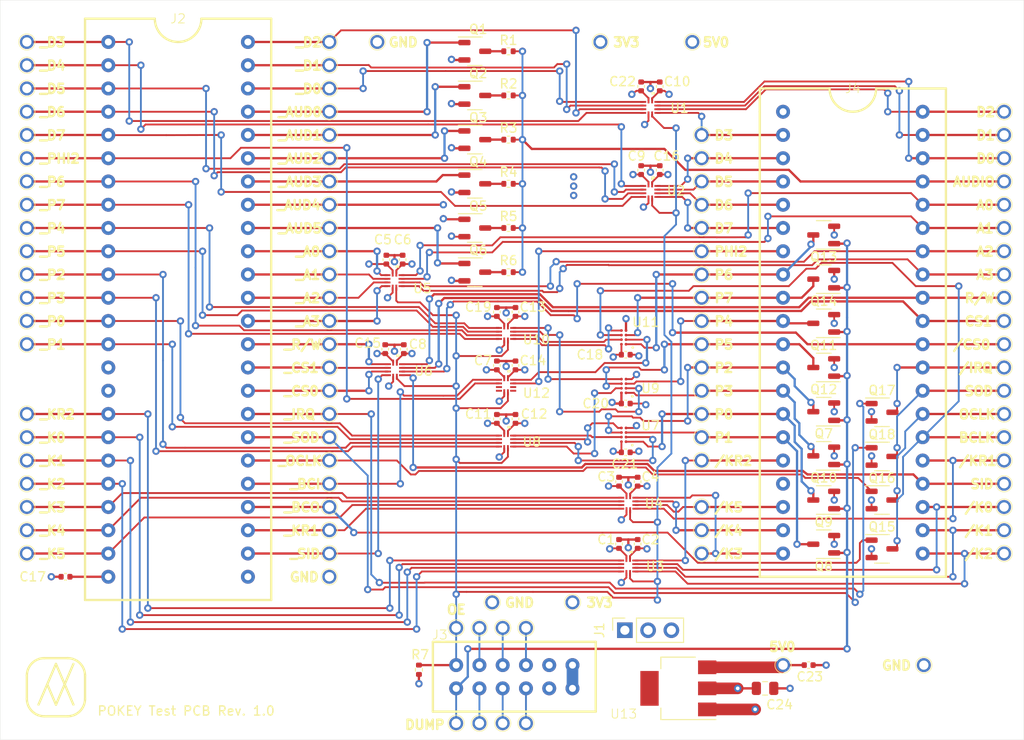
<source format=kicad_pcb>
(kicad_pcb (version 20221018) (generator pcbnew)
  (layers (0 "F.Cu" signal) (1 "In1.Cu" signal) (2 "In2.Cu" signal) (31 "B.Cu" signal) (34 "B.Paste" user) (35 "F.Paste" user) (36 "B.SilkS" user "B.Silkscreen") (37 "F.SilkS" user "F.Silkscreen") (38 "B.Mask" user) (39 "F.Mask" user) (44 "Edge.Cuts" user))
  (net 0 "")
  (net 1 "+3.3V")
  (net 2 "GND")
  (net 3 "+5V")
  (net 4 "D3")
  (net 5 "D4")
  (net 6 "D5")
  (net 7 "D6")
  (net 8 "D7")
  (net 9 "PHI2")
  (net 10 "P6")
  (net 11 "P7")
  (net 12 "P4")
  (net 13 "P5")
  (net 14 "P2")
  (net 15 "P3")
  (net 16 "P0")
  (net 17 "P1")
  (net 18 "~{KR2}")
  (net 19 "~{K5}")
  (net 20 "~{K4}")
  (net 21 "~{K3}")
  (net 22 "~{K2}")
  (net 23 "~{K1}")
  (net 24 "~{K0}")
  (net 25 "SID")
  (net 26 "~{KR1}")
  (net 27 "BCLK")
  (net 28 "OCLK")
  (net 29 "SOD")
  (net 30 "~{IRQ}")
  (net 31 "~{CS0}")
  (net 32 "CS1")
  (net 33 "R{slash}W")
  (net 34 "A3")
  (net 35 "A2")
  (net 36 "A1")
  (net 37 "A0")
  (net 38 "AUDIO")
  (net 39 "D0")
  (net 40 "D1")
  (net 41 "D2")
  (net 42 "_D3")
  (net 43 "_D4")
  (net 44 "_D5")
  (net 45 "_D6")
  (net 46 "_D7")
  (net 47 "_PHI2")
  (net 48 "_P6")
  (net 49 "_P7")
  (net 50 "_P4")
  (net 51 "_P5")
  (net 52 "_P2")
  (net 53 "_P3")
  (net 54 "_P0")
  (net 55 "_P1")
  (net 58 "_~{KR2}")
  (net 59 "_~{K0}")
  (net 60 "_~{K1}")
  (net 61 "_~{K2}")
  (net 62 "_~{K3}")
  (net 63 "_~{K4}")
  (net 64 "_~{K5}")
  (net 65 "_SID")
  (net 66 "_~{KR1}")
  (net 67 "_BCLKO")
  (net 68 "_BCLKI")
  (net 69 "_OCLK")
  (net 70 "_SOD")
  (net 71 "_~{IRQ}")
  (net 72 "_~{CS0}")
  (net 73 "_CS1")
  (net 74 "_R{slash}W")
  (net 75 "_A3")
  (net 76 "_A2")
  (net 77 "_A1")
  (net 78 "_A0")
  (net 79 "_AUDIO5")
  (net 80 "_AUDIO4")
  (net 81 "_AUDIO3")
  (net 82 "_AUDIO2")
  (net 83 "_AUDIO1")
  (net 84 "_AUDIO0")
  (net 85 "_D0")
  (net 86 "_D1")
  (net 87 "_D2")
  (net 88 "_DUMP")
  (net 89 "OE")
  (net 90 "Net-(Q1-D)")
  (net 91 "Net-(Q2-D)")
  (net 92 "Net-(Q3-D)")
  (net 93 "Net-(Q4-D)")
  (net 94 "Net-(Q5-D)")
  (net 95 "Net-(Q6-D)")
  (net 96 "Net-(U8-B3)")
  (net 97 "Net-(U7-3Y)")
  (net 98 "Net-(U7-2Y)")
  (net 99 "Net-(U7-1Y)")
  (net 100 "Net-(U10-B3)")
  (net 101 "Net-(U10-B2)")
  (net 102 "Net-(U10-B1)")
  (net 103 "Net-(U10-B0)")
  (net 108 "Net-(U11-3Y)")
  (net 109 "3V3_B")
  (net 110 "3V3_A")
  (net 111 "Net-(J3-JA2)")
  (net 112 "Net-(J3-JA3)")
  (net 113 "Net-(J3-JA4)")
  (net 114 "Net-(J3-JA8)")
  (net 115 "Net-(J3-JA9)")
  (net 116 "Net-(J3-JA10)")
  (footprint "Capacitor_SMD:C_0402_1005Metric" (layer "F.Cu") (at 174.498 59.718 90)
    (fp_text reference "C16")
    (fp_text value ".1uf" hide)
  )
  (footprint "POKEY_Footprints:TP" (layer "F.Cu") (at 138.43 73.66)
    (fp_text reference "TP71" hide)
    (fp_text value "~")
  )
  (footprint "Capacitor_SMD:C_0402_1005Metric" (layer "F.Cu") (at 156.718 81.054 90)
    (fp_text reference "C7")
    (fp_text value ".1uf" hide)
  )
  (footprint "Package_TO_SOT_SMD:SOT-23-3" (layer "F.Cu") (at 154.3105 61.214)
    (fp_text reference "Q4")
    (fp_text value "2N7002NXAK" hide)
  )
  (footprint "Capacitor_SMD:C_0402_1005Metric" (layer "F.Cu") (at 109.629 104.14 180)
    (fp_text reference "C17")
    (fp_text value ".1uf" hide)
  )
  (footprint "POKEY_Footprints:TP" (layer "F.Cu") (at 179.07 83.82)
    (fp_text reference "TP12" hide)
    (fp_text value "~")
  )
  (footprint "POKEY_Footprints:TP" (layer "F.Cu") (at 154.813 109.728)
    (fp_text reference "TP93" hide)
    (fp_text value "~")
  )
  (footprint "Resistor_SMD:R_0402_1005Metric" (layer "F.Cu") (at 157.986 46.736 180)
    (fp_text reference "R1")
    (fp_text value "75K 1%" hide)
  )
  (footprint "POKEY_Footprints:TP" (layer "F.Cu") (at 138.43 88.9)
    (fp_text reference "TP65" hide)
    (fp_text value "~")
  )
  (footprint "POKEY_Footprints:TP" (layer "F.Cu") (at 105.41 88.9)
    (fp_text reference "TP54" hide)
    (fp_text value "~")
  )
  (footprint "POKEY_Footprints:ULTRATHIN_MLP_12L_ONS-L" (layer "F.Cu") (at 157.7213 77.561999 -90)
    (fp_text reference "U10")
    (fp_text value "FXMAR2104UMX" hide)
  )
  (footprint "Capacitor_SMD:C_0402_1005Metric" (layer "F.Cu") (at 156.718 86.896 90)
    (fp_text reference "C11")
    (fp_text value ".1uf" hide)
  )
  (footprint "POKEY_Footprints:TP" (layer "F.Cu") (at 105.41 76.2)
    (fp_text reference "TP51" hide)
    (fp_text value "~")
  )
  (footprint "POKEY_Footprints:TP" (layer "F.Cu") (at 138.43 81.28)
    (fp_text reference "TP68" hide)
    (fp_text value "~")
  )
  (footprint "Package_TO_SOT_SMD:SOT-23-3" (layer "F.Cu") (at 192.3995 66.802 180)
    (fp_text reference "Q13")
    (fp_text value "2N7002NXAK" hide)
  )
  (footprint "POKEY_Footprints:TP" (layer "F.Cu") (at 105.41 73.66)
    (fp_text reference "TP50" hide)
    (fp_text value "~")
  )
  (footprint "Capacitor_SMD:C_0805_2012Metric" (layer "F.Cu") (at 185.994 116.332)
    (fp_text reference "C24")
    (fp_text value "10uf" hide)
  )
  (footprint "POKEY_Footprints:TP" (layer "F.Cu") (at 138.43 93.98)
    (fp_text reference "TP63" hide)
    (fp_text value "~")
  )
  (footprint "POKEY_Footprints:TP" (layer "F.Cu") (at 143.665 45.72)
    (fp_text reference "TP84" hide)
    (fp_text value "~")
  )
  (footprint "POKEY_Footprints:TP" (layer "F.Cu") (at 105.41 68.58)
    (fp_text reference "TP48" hide)
    (fp_text value "~")
  )
  (footprint "POKEY_Footprints:TP" (layer "F.Cu") (at 138.43 78.74)
    (fp_text reference "TP69" hide)
    (fp_text value "~")
  )
  (footprint "POKEY_Footprints:TP" (layer "F.Cu") (at 179.07 71.12)
    (fp_text reference "TP7" hide)
    (fp_text value "~")
  )
  (footprint "POKEY_Footprints:TP" (layer "F.Cu") (at 138.43 86.36)
    (fp_text reference "TP66" hide)
    (fp_text value "~")
  )
  (footprint "Package_TO_SOT_SMD:SOT-23-3" (layer "F.Cu") (at 154.3105 66.04)
    (fp_text reference "Q5")
    (fp_text value "2N7002NXAK" hide)
  )
  (footprint "Resistor_SMD:R_0402_1005Metric" (layer "F.Cu") (at 157.986 51.562 180)
    (fp_text reference "R2")
    (fp_text value "24K 1%" hide)
  )
  (footprint "Package_TO_SOT_SMD:SOT-23-3" (layer "F.Cu") (at 192.3995 71.628 180)
    (fp_text reference "Q14")
    (fp_text value "2N7002NXAK" hide)
  )
  (footprint "POKEY_Footprints:ULTRATHIN_MLP_12L_ONS-L" (layer "F.Cu") (at 173.4693 62.049 -90)
    (fp_text reference "U2")
    (fp_text value "FXMAR2104UMX" hide)
  )
  (footprint "POKEY_Footprints:TP" (layer "F.Cu") (at 179.07 99.06)
    (fp_text reference "TP17" hide)
    (fp_text value "~")
  )
  (footprint "POKEY_Footprints:TP" (layer "F.Cu") (at 105.41 53.34)
    (fp_text reference "TP42" hide)
    (fp_text value "~")
  )
  (footprint "Capacitor_SMD:C_0402_1005Metric" (layer "F.Cu") (at 172.466 50.574 90)
    (fp_text reference "C22")
    (fp_text value ".1uf" hide)
  )
  (footprint "Connector_PinSocket_2.54mm:PinSocket_1x03_P2.54mm_Vertical" (layer "F.Cu") (at 170.688 109.982 90)
    (fp_text reference "J1")
    (fp_text value "Conn_01x03_Pin" hide)
  )
  (footprint "POKEY_Footprints:TP" (layer "F.Cu") (at 212.09 83.82)
    (fp_text reference "TP31" hide)
    (fp_text value "~")
  )
  (footprint "Package_TO_SOT_SMD:SOT-23-3" (layer "F.Cu") (at 192.3995 100.584 180)
    (fp_text reference "Q8")
    (fp_text value "2N7002NXAK" hide)
  )
  (footprint "POKEY_Footprints:TP" (layer "F.Cu") (at 138.43 45.72)
    (fp_text reference "TP82" hide)
    (fp_text value "~")
  )
  (footprint "POKEY_Footprints:TP" (layer "F.Cu") (at 105.41 55.88)
    (fp_text reference "TP43" hide)
    (fp_text value "~")
  )
  (footprint "POKEY_Footprints:TP" (layer "F.Cu") (at 138.43 66.04)
    (fp_text reference "TP74" hide)
    (fp_text value "~")
  )
  (footprint "Package_TO_SOT_SMD:SOT-23-3" (layer "F.Cu") (at 192.3995 86.106 180)
    (fp_text reference "Q7")
    (fp_text value "2N7002NXAK" hide)
  )
  (footprint "POKEY_Footprints:TP" (layer "F.Cu") (at 179.07 66.04)
    (fp_text reference "TP5" hide)
    (fp_text value "~")
  )
  (footprint "POKEY_Footprints:TP" (layer "F.Cu") (at 178.054 45.72)
    (fp_text reference "TP87" hide)
    (fp_text value "~")
  )
  (footprint "POKEY_Footprints:TP" (layer "F.Cu") (at 212.09 58.42)
    (fp_text reference "TP21" hide)
    (fp_text value "~")
  )
  (footprint "POKEY_Footprints:TP" (layer "F.Cu") (at 179.07 81.28)
    (fp_text reference "TP11" hide)
    (fp_text value "~")
  )
  (footprint "Capacitor_SMD:C_0402_1005Metric" (layer "F.Cu") (at 172.466 59.718 90)
    (fp_text reference "C9")
    (fp_text value ".1uf" hide)
  )
  (footprint "POKEY_Footprints:TP" (layer "F.Cu") (at 179.07 91.44)
    (fp_text reference "TP15" hide)
    (fp_text value "~")
  )
  (footprint "POKEY_Footprints:YZP8" (layer "F.Cu") (at 170.565 77.99)
    (fp_text reference "U11")
    (fp_text value "74LVC3G14" hide)
  )
  (footprint "POKEY_Footprints:TP" (layer "F.Cu") (at 179.07 96.52)
    (fp_text reference "TP16" hide)
    (fp_text value "~")
  )
  (footprint "Capacitor_SMD:C_0402_1005Metric" (layer "F.Cu") (at 190.754 113.792)
    (fp_text reference "C23")
    (fp_text value ".1uf" hide)
  )
  (footprint "Package_TO_SOT_SMD:SOT-23-3" (layer "F.Cu") (at 192.3995 90.932 180)
    (fp_text reference "Q10")
    (fp_text value "2N7002NXAK" hide)
  )
  (footprint "POKEY_Footprints:TP" (layer "F.Cu") (at 179.07 78.74)
    (fp_text reference "TP10" hide)
    (fp_text value "~")
  )
  (footprint "POKEY_Footprints:TP" (layer "F.Cu") (at 179.07 63.5)
    (fp_text reference "TP4" hide)
    (fp_text value "~")
  )
  (footprint "POKEY_Footprints:ULTRATHIN_MLP_12L_ONS-L" (layer "F.Cu") (at 157.7213 83.220001 -90)
    (fp_text reference "U12")
    (fp_text value "FXMAR2104UMX" hide)
  )
  (footprint "Capacitor_SMD:C_0402_1005Metric" (layer "F.Cu") (at 170.787 85.217)
    (fp_text reference "C20")
    (fp_text value ".1uf" hide)
  )
  (footprint "POKEY_Footprints:TP" (layer "F.Cu") (at 105.41 99.06)
    (fp_text reference "TP58" hide)
    (fp_text value "~")
  )
  (footprint "Capacitor_SMD:C_0402_1005Metric" (layer "F.Cu") (at 158.75 81.054 90)
    (fp_text reference "C14")
    (fp_text value ".1uf" hide)
  )
  (footprint "POKEY_Footprints:TP" (layer "F.Cu") (at 179.07 55.88)
    (fp_text reference "TP1" hide)
    (fp_text value "~")
  )
  (footprint "POKEY_Footprints:ULTRATHIN_MLP_12L_ONS-L" (layer "F.Cu") (at 145.596 81.5213 -90)
    (fp_text reference "U6")
    (fp_text value "FXMAR2104UMX" hide)
  )
  (footprint "Package_TO_SOT_SMD:SOT-23-3" (layer "F.Cu") (at 198.7605 95.758)
    (fp_text reference "Q16")
    (fp_text value "2N7002NXAK" hide)
  )
  (footprint "POKEY_Footprints:ULTRATHIN_MLP_12L_ONS-L" (layer "F.Cu") (at 173.4693 52.867001 -90)
    (fp_text reference "U1")
    (fp_text value "FXMAR2104UMX" hide)
  )
  (footprint "POKEY_Footprints:TP" (layer "F.Cu") (at 212.09 73.66)
    (fp_text reference "TP27" hide)
    (fp_text value "~")
  )
  (footprint "POKEY_Footprints:TP" (layer "F.Cu") (at 212.09 66.04)
    (fp_text reference "TP24" hide)
    (fp_text value "~")
  )
  (footprint "POKEY_Footprints:TP" (layer "F.Cu") (at 138.43 76.2)
    (fp_text reference "TP70" hide)
    (fp_text value "~")
  )
  (footprint "Resistor_SMD:R_0402_1005Metric" (layer "F.Cu") (at 148.209 114.298 -90)
    (fp_text reference "R7")
    (fp_text value "1k" hide)
  )
  (footprint "Resistor_SMD:R_0402_1005Metric" (layer "F.Cu") (at 157.99 61.214 180)
    (fp_text reference "R4")
    (fp_text value "3.3K 1%" hide)
  )
  (footprint "POKEY_Footprints:TP" (layer "F.Cu") (at 203.327 113.792)
    (fp_text reference "TP86" hide)
    (fp_text value "~")
  )
  (footprint "POKEY_Footprints:TP" (layer "F.Cu") (at 157.353 109.728)
    (fp_text reference "TP92" hide)
    (fp_text value "~")
  )
  (footprint "POKEY_Footprints:TP" (layer "F.Cu") (at 179.07 76.2)
    (fp_text reference "TP9" hide)
    (fp_text value "~")
  )
  (footprint "POKEY_Footprints:TP" (layer "F.Cu") (at 179.07 88.9)
    (fp_text reference "TP14" hide)
    (fp_text value "~")
  )
  (footprint "POKEY_Footprints:TP" (layer "F.Cu") (at 212.09 55.88)
    (fp_text reference "TP20" hide)
    (fp_text value "~")
  )
  (footprint "Resistor_SMD:R_0402_1005Metric" (layer "F.Cu") (at 157.99 56.388 180)
    (fp_text reference "R3")
    (fp_text value "7.68K 1%" hide)
  )
  (footprint "POKEY_Footprints:TP" (layer "F.Cu") (at 105.41 48.26)
    (fp_text reference "TP40" hide)
    (fp_text value "~")
  )
  (footprint "POKEY_Footprints:TP" (layer "F.Cu") (at 212.09 88.9)
    (fp_text reference "TP33" hide)
    (fp_text value "~")
  )
  (footprint "POKEY_Footprints:TP" (layer "F.Cu") (at 105.41 63.5)
    (fp_text reference "TP46" hide)
    (fp_text value "~")
  )
  (footprint "POKEY_Footprints:TP" (layer "F.Cu") (at 212.09 96.52)
    (fp_text reference "TP36" hide)
    (fp_text value "~")
  )
  (footprint "POKEY_Footprints:TP" (layer "F.Cu") (at 105.41 93.98)
    (fp_text reference "TP56" hide)
    (fp_text value "~")
  )
  (footprint "POKEY_Footprints:TP" (layer "F.Cu") (at 105.41 86.36)
    (fp_text reference "TP53" hide)
    (fp_text value "~")
  )
  (footprint "Capacitor_SMD:C_0402_1005Metric" (layer "F.Cu") (at 174.498 50.574 90)
    (fp_text reference "C10")
    (fp_text value ".1uf" hide)
  )
  (footprint "Capacitor_SMD:C_0402_1005Metric" (layer "F.Cu") (at 158.75 75.212 90)
    (fp_text reference "C13")
    (fp_text value ".1uf" hide)
  )
  (footprint "POKEY_Footprints:TP" (layer "F.Cu") (at 105.41 101.6)
    (fp_text reference "TP59" hide)
    (fp_text value "~")
  )
  (footprint "Capacitor_SMD:C_0402_1005Metric" (layer "F.Cu") (at 172.085 100.556 90)
    (fp_text reference "C2")
    (fp_text value ".1uf" hide)
  )
  (footprint "POKEY_Footprints:TP" (layer "F.Cu") (at 179.07 101.6)
    (fp_text reference "TP18" hide)
    (fp_text value "~")
  )
  (footprint "POKEY_Footprints:TP" (layer "F.Cu") (at 179.07 73.66)
    (fp_text reference "TP8" hide)
    (fp_text value "~")
  )
  (footprint "POKEY_Footprints:YZP8" (layer "F.Cu") (at 170.565 83.3)
    (fp_text reference "U9")
    (fp_text value "74LVC3G14" hide)
  )
  (footprint "Capacitor_SMD:C_0402_1005Metric" (layer "F.Cu") (at 144.526 79.276 90)
    (fp_text reference "C15")
    (fp_text value ".1uf" hide)
  )
  (footprint "POKEY_Footprints:TP" (layer "F.Cu") (at 212.09 76.2)
    (fp_text reference "TP28" hide)
    (fp_text value "~")
  )
  (footprint "POKEY_Footprints:TP" (layer "F.Cu") (at 212.09 63.5)
    (fp_text reference "TP23" hide)
    (fp_text value "~")
  )
  (footprint "Capacitor_SMD:C_0402_1005Metric" (layer "F.Cu") (at 158.75 86.896 90)
    (fp_text reference "C12")
    (fp_text value ".1uf" hide)
  )
  (footprint "Capacitor_SMD:C_0402_1005Metric" (layer "F.Cu") (at 172.085 93.754 90)
    (fp_text reference "C4")
    (fp_text value ".1uf" hide)
  )
  (footprint "Capacitor_SMD:C_0402_1005Metric" (layer "F.Cu") (at 146.558 79.276 90)
    (fp_text reference "C8")
    (fp_text value ".1uf" hide)
  )
  (footprint "Capacitor_SMD:C_0402_1005Metric" (layer "F.Cu") (at 170.053 100.556 90)
    (fp_text reference "C1")
    (fp_text value ".1uf" hide)
  )
  (footprint "POKEY_Footprints:TP" (layer "F.Cu") (at 105.41 71.12)
    (fp_text reference "TP49" hide)
    (fp_text value "~")
  )
  (footprint "POKEY_Footprints:ULTRATHIN_MLP_12L_ONS-L" (layer "F.Cu") (at 157.7213 89.316001 -90)
    (fp_text reference "U8")
    (fp_text value "FXMAR2104UMX" hide)
  )
  (footprint "POKEY_Footprints:TP" (layer "F.Cu") (at 212.09 53.34)
    (fp_text reference "TP19" hide)
    (fp_text value "~")
  )
  (footprint "POKEY_Footprints:TP" (layer "F.Cu") (at 138.43 104.14)
    (fp_text reference "TP83" hide)
    (fp_text value "~")
  )
  (footprint "Package_TO_SOT_SMD:SOT-23-3" (layer "F.Cu") (at 154.3105 56.388)
    (fp_text reference "Q3")
    (fp_text value "2N7002NXAK" hide)
  )
  (footprint "POKEY_Footprints:TP" (layer "F.Cu") (at 138.43 101.6)
    (fp_text reference "TP60" hide)
    (fp_text value "~")
  )
  (footprint "POKEY_Footprints:TP" (layer "F.Cu") (at 105.41 50.8)
    (fp_text reference "TP41" hide)
    (fp_text value "~")
  )
  (footprint "POKEY_Footprints:TP" (layer "F.Cu") (at 105.41 91.44)
    (fp_text reference "TP55" hide)
    (fp_text value "~")
  )
  (footprint "POKEY_Footprints:TP" (layer "F.Cu") (at 105.41 45.72)
    (fp_text reference "TP39" hide)
    (fp_text value "~")
  )
  (footprint "POKEY_Footprints:TP" (layer "F.Cu") (at 138.43 99.06)
    (fp_text reference "TP61" hide)
    (fp_text value "~")
  )
  (footprint "Capacitor_SMD:C_0402_1005Metric" (layer "F.Cu") (at 156.718 75.212 90)
    (fp_text reference "C19")
    (fp_text value ".1uf" hide)
  )
  (footprint "Resistor_SMD:R_0402_1005Metric" (layer "F.Cu") (at 157.99 70.866 180)
    (fp_text reference "R6")
    (fp_text value "825 1%" hide)
  )
  (footprint "POKEY_Footprints:TP" (layer "F.Cu") (at 212.09 71.12)
    (fp_text reference "TP26" hide)
    (fp_text value "~")
  )
  (footprint "POKEY_Footprints:TP" (layer "F.Cu") (at 212.09 81.28)
    (fp_text reference "TP30" hide)
    (fp_text value "~")
  )
  (footprint "Capacitor_SMD:C_0402_1005Metric" (layer "F.Cu") (at 170.787 79.883)
    (fp_text reference "C18")
    (fp_text value ".1uf" hide)
  )
  (footprint "POKEY_Footprints:TP" (layer "F.Cu") (at 164.973 106.934)
    (fp_text reference "TP90" hide)
    (fp_text value "~")
  )
  (footprint "POKEY_Footprints:TP" (layer "F.Cu") (at 138.43 71.12)
    (fp_text reference "TP72" hide)
    (fp_text value "~")
  )
  (footprint "Package_TO_SOT_SMD:SOT-23-3" (layer "F.Cu") (at 198.7605 86.172)
    (fp_text reference "Q17")
    (fp_text value "2N7002NXAK" hide)
  )
  (footprint "Package_TO_SOT_SMD:SOT-23-3" (layer "F.Cu") (at 192.3995 95.758 180)
    (fp_text reference "Q9")
    (fp_text value "2N7002NXAK" hide)
  )
  (footprint "Resistor_SMD:R_0402_1005Metric" (layer "F.Cu") (at 157.99 66.04 180)
    (fp_text reference "R5")
    (fp_text value "1.65K 1%" hide)
  )
  (footprint "POKEY_Footprints:TP" (layer "F.Cu") (at 152.273 109.728)
    (fp_text reference "TP98" hide)
    (fp_text value "~")
  )
  (footprint "POKEY_Footprints:TP" (layer "F.Cu") (at 157.353 120.142)
    (fp_text reference "TP95" hide)
    (fp_text value "~")
  )
  (footprint "POKEY_Footprints:TP" (layer "F.Cu") (at 138.43 96.52)
    (fp_text reference "TP62" hide)
    (fp_text value "~")
  )
  (footprint "POKEY_Footprints:TP" (layer "F.Cu") (at 212.09 78.74)
    (fp_text reference "TP29" hide)
    (fp_text value "~")
  )
  (footprint "Package_TO_SOT_SMD:SOT-23-3" (layer "F.Cu") (at 192.3995 81.28 180)
    (fp_text reference "Q12")
    (fp_text value "2N7002NXAK" hide)
  )
  (footprint "POKEY_Footprints:ULTRATHIN_MLP_12L_ONS-L" (layer "F.Cu") (at 171.0563 102.961999 -90)
    (fp_text reference "U3")
    (fp_text value "FXMAR2104UMX" hide)
  )
  (footprint "POKEY_Footprints:TP" (layer "F.Cu") (at 179.07 60.96)
    (fp_text reference "TP3" hide)
    (fp_text value "~")
  )
  (footprint "POKEY_Footprints:TP" (layer "F.Cu") (at 179.07 58.42)
    (fp_text reference "TP2" hide)
    (fp_text value "~")
  )
  (footprint "POKEY_Footprints:TP" (layer "F.Cu") (at 138.43 60.96)
    (fp_text reference "TP76" hide)
    (fp_text value "~")
  )
  (footprint "Package_TO_SOT_SMD:SOT-23-3" (layer "F.Cu") (at 154.3105 46.736)
    (fp_text reference "Q1")
    (fp_text value "2N7002NXAK" hide)
  )
  (footprint "POKEY_Footprints:TP" (layer "F.Cu") (at 154.813 120.142)
    (fp_text reference "TP94" hide)
    (fp_text value "~")
  )
  (footprint "POKEY_Footprints:TP" (layer "F.Cu") (at 159.893 109.728)
    (fp_text reference "TP91" hide)
    (fp_text value "~")
  )
  (footprint "POKEY_Footprints:TP" (layer "F.Cu") (at 212.09 99.06)
    (fp_text reference "TP37" hide)
    (fp_text value "~")
  )
  (footprint "POKEY_Footprints:TP" (layer "F.Cu") (at 105.41 66.04)
    (fp_text reference "TP47" hide)
    (fp_text value "~")
  )
  (footprint "POKEY_Footprints:Con_2X20" (layer "F.Cu") (at 195.58 76.2)
    (fp_text reference "J4")
    (fp_text value "2x20_Conn" hide)
  )
  (footprint "POKEY_Footprints:TP" (layer "F.Cu") (at 212.09 101.6)
    (fp_text reference "TP38" hide)
    (fp_text value "~")
  )
  (footprint "POKEY_Footprints:TP" (layer "F.Cu") (at 138.43 53.34)
    (fp_text reference "TP79" hide)
    (fp_text value "~")
  )
  (footprint "Package_TO_SOT_SMD:SOT-23-3" (layer "F.Cu") (at 154.3105 70.866)
    (fp_text reference "Q6")
    (fp_text value "2N7002NXAK" hide)
  )
  (footprint "Package_TO_SOT_SMD:SOT-23-3" (layer "F.Cu") (at 154.3105 51.562)
    (fp_text reference "Q2")
    (fp_text value "2N7002NXAK" hide)
  )
  (footprint "POKEY_Footprints:TP" (layer "F.Cu") (at 138.43 55.88)
    (fp_text reference "TP78" hide)
    (fp_text value "~")
  )
  (footprint "POKEY_Footprints:TP" (layer "F.Cu") (at 138.43 50.8)
    (fp_text reference "TP80" hide)
    (fp_text value "~")
  )
  (footprint "POKEY_Footprints:Reg" (layer "F.Cu") (at 176.53 116.078 180)
    (fp_text reference "U13")
    (fp_text value "LD1117S33TR" hide)
  )
  (footprint "Capacitor_SMD:C_0402_1005Metric" (layer "F.Cu") (at 170.787 90.551)
    (fp_text reference "C21")
    (fp_text value ".1uf" hide)
  )
  (footprint "POKEY_Footprints:PMOD" (layer "F.Cu") (at 159.893 118.872)
    (fp_text reference "J3")
    (fp_text value "PMOD")
  )
  (footprint "POKEY_Footprints:TP" (layer "F.Cu") (at 138.43 63.5)
    (fp_text reference "TP75" hide)
    (fp_text value "~")
  )
  (footprint "POKEY_Footprints:TP" (layer "F.Cu") (at 105.41 96.52)
    (fp_text reference "TP57" hide)
    (fp_text value "~")
  )
  (footprint "Capacitor_SMD:C_0402_1005Metric" (layer "F.Cu") (at 144.653 69.497 90)
    (fp_text reference "C5")
    (fp_text value ".1uf" hide)
  )
  (footprint "POKEY_Footprints:TP" (layer "F.Cu") (at 212.09 93.98)
    (fp_text reference "TP35" hide)
    (fp_text value "~")
  )
  (footprint "POKEY_Footprints:TP" (layer "F.Cu") (at 138.43 58.42)
    (fp_text reference "TP77" hide)
    (fp_text value "~")
  )
  (footprint "POKEY_Footprints:TP" (layer "F.Cu") (at 212.09 68.58)
    (fp_text reference "TP25" hide)
    (fp_text value "~")
  )
  (footprint "POKEY_Footprints:TP" (layer "F.Cu") (at 187.96 113.792)
    (fp_text reference "TP88" hide)
    (fp_text value "~")
  )
  (footprint "POKEY_Footprints:TP" (layer "F.Cu") (at 212.09 91.44)
    (fp_text reference "TP34" hide)
    (fp_text value "~")
  )
  (footprint "POKEY_Footprints:TP" (layer "F.Cu") (at 138.43 68.58)
    (fp_text reference "TP73" hide)
    (fp_text value "~")
  )
  (footprint "POKEY_Footprints:TP" (layer "F.Cu") (at 156.21 106.934)
    (fp_text reference "TP85" hide)
    (fp_text value "~")
  )
  (footprint "Package_TO_SOT_SMD:SOT-23-3" (layer "F.Cu") (at 192.3995 76.454 180)
    (fp_text reference "Q11")
    (fp_text value "2N7002NXAK" hide)
  )
  (footprint "POKEY_Footprints:TP" (layer "F.Cu") (at 152.273 120.142)
    (fp_text reference "TP97" hide)
    (fp_text value "~")
  )
  (footprint "POKEY_Footprints:TP" (layer "F.Cu") (at 212.09 60.96)
    (fp_text reference "TP22" hide)
    (fp_text value "~")
  )
  (footprint "POKEY_Footprints:Con_2X24" (layer "F.Cu") (at 121.92 73.66)
    (fp_text reference "J2")
    (fp_text value "CMOD-A7")
  )
  (footprint "POKEY_Footprints:TP" (layer "F.Cu") (at 105.41 78.74)
    (fp_text reference "TP52" hide)
    (fp_text value "~")
  )
  (footprint "POKEY_Footprints:YZP8" (layer "F.Cu") (at 170.565 88.634)
    (fp_text reference "U7")
    (fp_text value "74LVC3G14" hide)
  )
  (footprint "POKEY_Footprints:ULTRATHIN_MLP_12L_ONS-L" (layer "F.Cu") (at 171.069 96.103999 -90)
    (fp_text reference "U4")
    (fp_text value "FXMAR2104UMX" hide)
  )
  (footprint "Package_TO_SOT_SMD:SOT-23-3" (layer "F.Cu") (at 198.7605 90.998)
    (fp_text reference "Q18")
    (fp_text value "2N7002NXAK" hide)
  )
  (footprint "POKEY_Footprints:TP" (layer "F.Cu") (at 138.43 91.44)
    (fp_text reference "TP64" hide)
    (fp_text value "~")
  )
  (footprint "Capacitor_SMD:C_0402_1005Metric" (layer "F.Cu") (at 146.431 69.497 90)
    (fp_text reference "C6")
    (fp_text value ".1uf" hide)
  )
  (footprint "POKEY_Footprints:TP" (layer "F.Cu") (at 138.43 48.26)
    (fp_text reference "TP81" hide)
    (fp_text value "~")
  )
  (footprint "POKEY_Footprints:TP" (layer "F.Cu") (at 168.021 45.72)
    (fp_text reference "TP89" hide)
    (fp_text value "~")
  )
  (footprint "Package_TO_SOT_SMD:SOT-23-3" (layer "F.Cu") (at 198.7605 101.092)
    (fp_text reference "Q15")
    (fp_text value "2N7002NXAK" hide)
  )
  (footprint "POKEY_Footprints:TP" (layer "F.Cu") (at 159.893 120.142)
    (fp_text reference "TP96" hide)
    (fp_text value "~")
  )
  (footprint "POKEY_Footprints:ULTRATHIN_MLP_12L_ONS-L" (layer "F.Cu") (at 145.542 71.790001 -90)
    (fp_text reference "U5")
    (fp_text value "FXMAR2104UMX" hide)
  )
  (footprint "POKEY_Footprints:TP" (layer "F.Cu") (at 179.07 86.36)
    (fp_text reference "TP13" hide)
    (fp_text value "~")
  )
  (footprint "POKEY_Footprints:TP" (layer "F.Cu") (at 138.43 83.82)
    (fp_text reference "TP67" hide)
    (fp_text value "~")
  )
  (footprint "Capacitor_SMD:C_0402_1005Metric" (layer "F.Cu") (at 170.053 93.754 90)
    (fp_text reference "C3")
    (fp_text value ".1uf" hide)
  )
  (footprint "POKEY_Footprints:TP" (layer "F.Cu") (at 179.07 68.58)
    (fp_text reference "TP6" hide)
    (fp_text value "~")
  )
  (footprint "POKEY_Footprints:TP" (layer "F.Cu") (at 105.41 58.42)
    (fp_text reference "TP44" hide)
    (fp_text value "~")
  )
  (footprint "POKEY_Footprints:TP" (layer "F.Cu") (at 105.41 60.96)
    (fp_text reference "TP45" hide)
    (fp_text value "~")
  )
  (footprint "POKEY_Footprints:TP" (layer "F.Cu") (at 212.09 86.36)
    (fp_text reference "TP32" hide)
    (fp_text value "~")
  )
  (gr_line (start 105.41 114.935) (end 105.41 117.475) (stroke (width 0.254)) (layer "F.SilkS"))
  (gr_line (start 107.6325 115.8875) (end 108.585 118.11) (stroke (width 0.254)) (layer "F.SilkS"))
  (gr_arc (start 111.76 117.475) (mid 111.202038 118.822038) (end 109.855 119.38) (stroke (width 0.254)) (layer "F.SilkS"))
  (gr_circle (center 171.5008 84.4296) (end 171.5008 84.4296) (stroke (width 0.15)) (fill none) (layer "F.SilkS"))
  (gr_line (start 107.315 119.38) (end 109.855 119.38) (stroke (width 0.254)) (layer "F.SilkS"))
  (gr_line (start 106.68 118.11) (end 108.585 113.665) (stroke (width 0.254)) (layer "F.SilkS"))
  (gr_arc (start 105.41 114.935) (mid 105.967961 113.587961) (end 107.315 113.03) (stroke (width 0.254)) (layer "F.SilkS"))
  (gr_line (start 109.855 113.03) (end 107.315 113.03) (stroke (width 0.254)) (layer "F.SilkS"))
  (gr_circle (center 171.5516 79.0956) (end 171.5516 79.0956) (stroke (width 0.15)) (fill none) (layer "F.SilkS"))
  (gr_arc (start 107.315 119.38) (mid 105.967962 118.822038) (end 105.41 117.475) (stroke (width 0.254)) (layer "F.SilkS"))
  (gr_circle (center 173.6852 60.6552) (end 173.6852 60.6552) (stroke (width 0.15)) (fill none) (layer "F.SilkS"))
  (gr_line (start 108.585 118.11) (end 110.49 113.665) (stroke (width 0.254)) (layer "F.SilkS"))
  (gr_circle (center 171.5008 89.7636) (end 171.5008 89.7636) (stroke (width 0.15)) (fill none) (layer "F.SilkS"))
  (gr_line (start 108.585 113.665) (end 110.49 118.11) (stroke (width 0.254)) (layer "F.SilkS"))
  (gr_arc (start 109.855 113.03) (mid 111.202038 113.587962) (end 111.76 114.935) (stroke (width 0.254)) (layer "F.SilkS"))
  (gr_line (start 111.76 114.935) (end 111.76 117.475) (stroke (width 0.254)) (layer "F.SilkS"))
  (gr_line (start 102.489 41.148) (end 214.249 41.148) (stroke (width 0.0254)) (layer "Edge.Cuts"))
  (gr_line (start 214.249 41.148) (end 214.249 121.92) (stroke (width 0.0254)) (layer "Edge.Cuts"))
  (gr_line (start 102.489 41.148) (end 102.489 121.92) (stroke (width 0.0254)) (layer "Edge.Cuts"))
  (gr_line (start 102.489 121.92) (end 214.249 121.92) (stroke (width 0.0254)) (layer "Edge.Cuts"))
  (gr_text "_AUD0" (at 132.715 53.975) (layer "F.SilkS") (effects (font (size 1.016 1.016) (thickness 0.254) bold) (justify left bottom)))
  (gr_text "/K0" (at 207.645 97.155) (layer "F.SilkS") (effects (font (size 1.016 1.016) (thickness 0.254) bold) (justify left bottom)))
  (gr_text "/KR1" (at 207.01 92.075) (layer "F.SilkS") (effects (font (size 1.016 1.016) (thickness 0.254) bold) (justify left bottom)))
  (gr_text "D2" (at 208.915 53.975) (layer "F.SilkS") (effects (font (size 1.016 1.016) (thickness 0.254) bold) (justify left bottom)))
  (gr_text "_A2" (at 134.62 74.295) (layer "F.SilkS") (effects (font (size 1.016 1.016) (thickness 0.254) bold) (justify left bottom)))
  (gr_text "3V3" (at 169.291 46.355) (layer "F.SilkS") (effects (font (size 1.016 1.016) (thickness 0.254) bold) (justify left bottom)))
  (gr_text "GND" (at 133.985 104.775) (layer "F.SilkS") (effects (font (size 1.016 1.016) (thickness 0.254) bold) (justify left bottom)))
  (gr_text "_D7" (at 106.68 56.515) (layer "F.SilkS") (effects (font (size 1.016 1.016) (thickness 0.254) bold) (justify left bottom)))
  (gr_text "SID" (at 208.28 94.615) (layer "F.SilkS") (effects (font (size 1.016 1.016) (thickness 0.254) bold) (justify left bottom)))
  (gr_text "_A0" (at 134.62 69.215) (layer "F.SilkS") (effects (font (size 1.016 1.016) (thickness 0.254) bold) (justify left bottom)))
  (gr_text "/IRQ" (at 207.01 81.915) (layer "F.SilkS") (effects (font (size 1.016 1.016) (thickness 0.254) bold) (justify left bottom)))
  (gr_text "D7" (at 180.34 66.675) (layer "F.SilkS") (effects (font (size 1.016 1.016) (thickness 0.254) bold) (justify left bottom)))
  (gr_text "_K0" (at 106.68 89.535) (layer "F.SilkS") (effects (font (size 1.016 1.016) (thickness 0.254) bold) (justify left bottom)))
  (gr_text "_OCLK" (at 132.715 92.075) (layer "F.SilkS") (effects (font (size 1.016 1.016) (thickness 0.254) bold) (justify left bottom)))
  (gr_text "A1" (at 208.915 66.675) (layer "F.SilkS") (effects (font (size 1.016 1.016) (thickness 0.254) bold) (justify left bottom)))
  (gr_text "_P4" (at 106.68 66.675) (layer "F.SilkS") (effects (font (size 1.016 1.016) (thickness 0.254) bold) (justify left bottom)))
  (gr_text "5V0" (at 186.309 112.395) (layer "F.SilkS") (effects (font (size 1.016 1.016) (thickness 0.254) bold) (justify left bottom)))
  (gr_text "/K4" (at 180.34 99.695) (layer "F.SilkS") (effects (font (size 1.016 1.016) (thickness 0.254) bold) (justify left bottom)))
  (gr_text "P4" (at 180.34 76.835) (layer "F.SilkS") (effects (font (size 1.016 1.016) (thickness 0.254) bold) (justify left bottom)))
  (gr_text "_CS1" (at 133.35 81.915) (layer "F.SilkS") (effects (font (size 1.016 1.016) (thickness 0.254) bold) (justify left bottom)))
  (gr_text "_P0" (at 106.68 76.835) (layer "F.SilkS") (effects (font (size 1.016 1.016) (thickness 0.254) bold) (justify left bottom)))
  (gr_text "_K1" (at 106.68 92.075) (layer "F.SilkS") (effects (font (size 1.016 1.016) (thickness 0.254) bold) (justify left bottom)))
  (gr_text "P3" (at 180.34 84.455) (layer "F.SilkS") (effects (font (size 1.016 1.016) (thickness 0.254) bold) (justify left bottom)))
  (gr_text "_CS0" (at 133.35 84.455) (layer "F.SilkS") (effects (font (size 1.016 1.016) (thickness 0.254) bold) (justify left bottom)))
  (gr_text "_AUD5" (at 132.715 66.675) (layer "F.SilkS") (effects (font (size 1.016 1.016) (thickness 0.254) bold) (justify left bottom)))
  (gr_text "5V0" (at 179.07 46.355) (layer "F.SilkS") (effects (font (size 1.016 1.016) (thickness 0.254) bold) (justify left bottom)))
  (gr_text "_D5" (at 106.68 51.435) (layer "F.SilkS") (effects (font (size 1.016 1.016) (thickness 0.254) bold) (justify left bottom)))
  (gr_text "_AUD2" (at 132.715 59.055) (layer "F.SilkS") (effects (font (size 1.016 1.016) (thickness 0.254) bold) (justify left bottom)))
  (gr_text "_KR2" (at 106.68 86.995) (layer "F.SilkS") (effects (font (size 1.016 1.016) (thickness 0.254) bold) (justify left bottom)))
  (gr_text "_P2" (at 106.68 71.755) (layer "F.SilkS") (effects (font (size 1.016 1.016) (thickness 0.254) bold) (justify left bottom)))
  (gr_text "_AUD1" (at 132.715 56.515) (layer "F.SilkS") (effects (font (size 1.016 1.016) (thickness 0.254) bold) (justify left bottom)))
  (gr_text "_KR1" (at 133.35 99.695) (layer "F.SilkS") (effects (font (size 1.016 1.016) (thickness 0.254) bold) (justify left bottom)))
  (gr_text "_SID" (at 133.985 102.235) (layer "F.SilkS") (effects (font (size 1.016 1.016) (thickness 0.254) bold) (justify left bottom)))
  (gr_text "POKEY Test PCB Rev. 1.0" (at 113.03 119.38) (layer "F.SilkS") (effects (font (size 1 1)) (justify left bottom)))
  (gr_text "/K5" (at 180.34 97.155) (layer "F.SilkS") (effects (font (size 1.016 1.016) (thickness 0.254) bold) (justify left bottom)))
  (gr_text "_P1" (at 106.68 79.375) (layer "F.SilkS") (effects (font (size 1.016 1.016) (thickness 0.254) bold) (justify left bottom)))
  (gr_text "GND" (at 198.628 114.427) (layer "F.SilkS") (effects (font (size 1.016 1.016) (thickness 0.254) bold) (justify left bottom)))
  (gr_text "PHI2" (at 180.34 69.215) (layer "F.SilkS") (effects (font (size 1.016 1.016) (thickness 0.254) bold) (justify left bottom)))
  (gr_text "A2" (at 208.915 69.215) (layer "F.SilkS") (effects (font (size 1.016 1.016) (thickness 0.254) bold) (justify left bottom)))
  (gr_text "_IRQ" (at 133.35 86.995) (layer "F.SilkS") (effects (font (size 1.016 1.016) (thickness 0.254) bold) (justify left bottom)))
  (gr_text "/K3" (at 180.34 102.235) (layer "F.SilkS") (effects (font (size 1.016 1.016) (thickness 0.254) bold) (justify left bottom)))
  (gr_text "_PHI2" (at 106.68 59.055) (layer "F.SilkS") (effects (font (size 1.016 1.016) (thickness 0.254) bold) (justify left bottom)))
  (gr_text "_P5" (at 106.68 69.215) (layer "F.SilkS") (effects (font (size 1.016 1.016) (thickness 0.254) bold) (justify left bottom)))
  (gr_text "_BCO" (at 133.35 97.155) (layer "F.SilkS") (effects (font (size 1.016 1.016) (thickness 0.254) bold) (justify left bottom)))
  (gr_text "P0" (at 180.34 86.995) (layer "F.SilkS") (effects (font (size 1.016 1.016) (thickness 0.254) bold) (justify left bottom)))
  (gr_text "_K4" (at 106.68 99.695) (layer "F.SilkS") (effects (font (size 1.016 1.016) (thickness 0.254) bold) (justify left bottom)))
  (gr_text "/K2" (at 207.645 102.235) (layer "F.SilkS") (effects (font (size 1.016 1.016) (thickness 0.254) bold) (justify left bottom)))
  (gr_text "GND" (at 157.48 107.569) (layer "F.SilkS") (effects (font (size 1.016 1.016) (thickness 0.254) bold) (justify left bottom)))
  (gr_text "_K2" (at 106.68 94.615) (layer "F.SilkS") (effects (font (size 1.016 1.016) (thickness 0.254) bold) (justify left bottom)))
  (gr_text "_D2" (at 134.62 46.355) (layer "F.SilkS") (effects (font (size 1.016 1.016) (thickness 0.254) bold) (justify left bottom)))
  (gr_text "_D1" (at 134.62 48.895) (layer "F.SilkS") (effects (font (size 1.016 1.016) (thickness 0.254) bold) (justify left bottom)))
  (gr_text "_AUD4" (at 132.588 64.135) (layer "F.SilkS") (effects (font (size 1.016 1.016) (thickness 0.254) bold) (justify left bottom)))
  (gr_text "D0" (at 208.915 59.055) (layer "F.SilkS") (effects (font (size 1.016 1.016) (thickness 0.254) bold) (justify left bottom)))
  (gr_text "P7" (at 180.34 74.295) (layer "F.SilkS") (effects (font (size 1.016 1.016) (thickness 0.254) bold) (justify left bottom)))
  (gr_text "BCLK" (at 207.01 89.535) (layer "F.SilkS") (effects (font (size 1.016 1.016) (thickness 0.254) bold) (justify left bottom)))
  (gr_text "_SOD" (at 133.35 89.535) (layer "F.SilkS") (effects (font (size 1.016 1.016) (thickness 0.254) bold) (justify left bottom)))
  (gr_text "_K3" (at 106.68 97.155) (layer "F.SilkS") (effects (font (size 1.016 1.016) (thickness 0.254) bold) (justify left bottom)))
  (gr_text "/K1" (at 207.645 99.695) (layer "F.SilkS") (effects (font (size 1.016 1.016) (thickness 0.254) bold) (justify left bottom)))
  (gr_text "_A3" (at 134.62 76.835) (layer "F.SilkS") (effects (font (size 1.016 1.016) (thickness 0.254) bold) (justify left bottom)))
  (gr_text "_D3" (at 106.68 46.355) (layer "F.SilkS") (effects (font (size 1.016 1.016) (thickness 0.254) bold) (justify left bottom)))
  (gr_text "D5" (at 180.34 61.595) (layer "F.SilkS") (effects (font (size 1.016 1.016) (thickness 0.254) bold) (justify left bottom)))
  (gr_text "P6" (at 180.34 71.755) (layer "F.SilkS") (effects (font (size 1.016 1.016) (thickness 0.254) bold) (justify left bottom)))
  (gr_text "D4" (at 180.34 59.055) (layer "F.SilkS") (effects (font (size 1.016 1.016) (thickness 0.254) bold) (justify left bottom)))
  (gr_text "D6" (at 180.34 64.135) (layer "F.SilkS") (effects (font (size 1.016 1.016) (thickness 0.254) bold) (justify left bottom)))
  (gr_text "P1" (at 180.34 89.535) (layer "F.SilkS") (effects (font (size 1.016 1.016) (thickness 0.254) bold) (justify left bottom)))
  (gr_text "P5" (at 180.34 79.375) (layer "F.SilkS") (effects (font (size 1.016 1.016) (thickness 0.254) bold) (justify left bottom)))
  (gr_text "_AUD3" (at 132.715 61.595) (layer "F.SilkS") (effects (font (size 1.016 1.016) (thickness 0.254) bold) (justify left bottom)))
  (gr_text "_D6" (at 106.68 53.975) (layer "F.SilkS") (effects (font (size 1.016 1.016) (thickness 0.254) bold) (justify left bottom)))
  (gr_text "R/W" (at 207.645 74.295) (layer "F.SilkS") (effects (font (size 1.016 1.016) (thickness 0.254) bold) (justify left bottom)))
  (gr_text "P2" (at 180.34 81.915) (layer "F.SilkS") (effects (font (size 1.016 1.016) (thickness 0.254) bold) (justify left bottom)))
  (gr_text "OE" (at 151.13 108.331) (layer "F.SilkS") (effects (font (size 1.016 1.016) (thickness 0.254) bold) (justify left bottom)))
  (gr_text "CS1" (at 207.645 76.835) (layer "F.SilkS") (effects (font (size 1.016 1.016) (thickness 0.254) bold) (justify left bottom)))
  (gr_text "_P6" (at 106.68 61.595) (layer "F.SilkS") (effects (font (size 1.016 1.016) (thickness 0.254) bold) (justify left bottom)))
  (gr_text "/CS0" (at 206.375 79.375) (layer "F.SilkS") (effects (font (size 1.016 1.016) (thickness 0.254) bold) (justify left bottom)))
  (gr_text "A3" (at 208.915 71.755) (layer "F.SilkS") (effects (font (size 1.016 1.016) (thickness 0.254) bold) (justify left bottom)))
  (gr_text "3V3" (at 166.37 107.569) (layer "F.SilkS") (effects (font (size 1.016 1.016) (thickness 0.254) bold) (justify left bottom)))
  (gr_text "_BCI" (at 133.985 94.615) (layer "F.SilkS") (effects (font (size 1.016 1.016) (thickness 0.254) bold) (justify left bottom)))
  (gr_text "_D0" (at 134.62 51.435) (layer "F.SilkS") (effects (font (size 1.016 1.016) (thickness 0.254) bold) (justify left bottom)))
  (gr_text "/KR2" (at 180.34 92.075) (layer "F.SilkS") (effects (font (size 1.016 1.016) (thickness 0.254) bold) (justify left bottom)))
  (gr_text "SOD" (at 207.645 84.455) (layer "F.SilkS") (effects (font (size 1.016 1.016) (thickness 0.254) bold) (justify left bottom)))
  (gr_text "_K5" (at 106.68 102.235) (layer "F.SilkS") (effects (font (size 1.016 1.016) (thickness 0.254) bold) (justify left bottom)))
  (gr_text "OCLK" (at 207.01 86.995) (layer "F.SilkS") (effects (font (size 1.016 1.016) (thickness 0.254) bold) (justify left bottom)))
  (gr_text "_P7" (at 106.68 64.135) (layer "F.SilkS") (effects (font (size 1.016 1.016) (thickness 0.254) bold) (justify left bottom)))
  (gr_text "_R/W" (at 133.35 79.375) (layer "F.SilkS") (effects (font (size 1.016 1.016) (thickness 0.254) bold) (justify left bottom)))
  (gr_text "GND" (at 144.78 46.355) (layer "F.SilkS") (effects (font (size 1.016 1.016) (thickness 0.254) bold) (justify left bottom)))
  (gr_text "D3" (at 180.34 56.515) (layer "F.SilkS") (effects (font (size 1.016 1.016) (thickness 0.254) bold) (justify left bottom)))
  (gr_text "_A1" (at 134.62 71.755) (layer "F.SilkS") (effects (font (size 1.016 1.016) (thickness 0.254) bold) (justify left bottom)))
  (gr_text "AUDIO" (at 206.375 61.595) (layer "F.SilkS") (effects (font (size 1.016 1.016) (thickness 0.254) bold) (justify left bottom)))
  (gr_text "D1" (at 208.915 56.515) (layer "F.SilkS") (effects (font (size 1.016 1.016) (thickness 0.254) bold) (justify left bottom)))
  (gr_text "_D4" (at 106.68 48.895) (layer "F.SilkS") (effects (font (size 1.016 1.016) (thickness 0.254) bold) (justify left bottom)))
  (gr_text "_P3" (at 106.68 74.295) (layer "F.SilkS") (effects (font (size 1.016 1.016) (thickness 0.254) bold) (justify left bottom)))
  (gr_text "DUMP" (at 146.558 120.904) (layer "F.SilkS") (effects (font (size 1.016 1.016) (thickness 0.254) bold) (justify left bottom)))
  (gr_text "A0" (at 208.915 64.135) (layer "F.SilkS") (effects (font (size 1.016 1.016) (thickness 0.254) bold) (justify left bottom)))
  (segment (start 172.466 60.198) (end 171.577 60.198) (width 0.2) (layer "F.Cu") (net 1))
  (segment (start 170.053 94.234) (end 168.91 94.234) (width 0.2) (layer "F.Cu") (net 1))
  (segment (start 169.093 101.036) (end 169.037 101.092) (width 0.2) (layer "F.Cu") (net 1))
  (segment (start 156.718 75.692) (end 155.702 75.692) (width 0.2) (layer "F.Cu") (net 1))
  (segment (start 170.869 95.05) (end 170.053 94.234) (width 0.2) (layer "F.Cu") (net 1))
  (segment (start 157.5213 82.445301) (end 157.5213 82.3373) (width 0.2) (layer "F.Cu") (net 1))
  (segment (start 157.5213 76.787299) (end 157.5213 76.4953) (width 0.2) (layer "F.Cu") (net 1))
  (segment (start 171.577 60.198) (end 171.704 60.198) (width 0.2) (layer "F.Cu") (net 1))
  (segment (start 156.718 87.376) (end 155.702 87.376) (width 0.2) (layer "F.Cu") (net 1))
  (segment (start 145.342 70.666) (end 144.653 69.977) (width 0.2) (layer "F.Cu") (net 1))
  (segment (start 155.575 81.534) (end 155.702 81.534) (width 0.2) (layer "F.Cu") (net 1))
  (segment (start 170.869 95.329299) (end 170.869 95.05) (width 0.2) (layer "F.Cu") (net 1))
  (segment (start 168.91 94.234) (end 169.037 94.234) (width 0.2) (layer "F.Cu") (net 1))
  (segment (start 142.748 69.977) (end 142.875 69.977) (width 0.2) (layer "F.Cu") (net 1))
  (segment (start 157.5213 88.541301) (end 157.5213 88.1793) (width 0.2) (layer "F.Cu") (net 1))
  (segment (start 172.466 51.054) (end 171.958 51.054) (width 0.2) (layer "F.Cu") (net 1))
  (segment (start 144.526 79.756) (end 143.637 79.756) (width 0.2) (layer "F.Cu") (net 1))
  (segment (start 173.2693 52.092301) (end 173.2693 51.8573) (width 0.2) (layer "F.Cu") (net 1))
  (segment (start 171.45 51.435) (end 171.577 51.435) (width 0.2) (layer "F.Cu") (net 1))
  (segment (start 157.5213 82.3373) (end 156.718 81.534) (width 0.2) (layer "F.Cu") (net 1))
  (segment (start 173.2693 61.0013) (end 172.466 60.198) (width 0.2) (layer "F.Cu") (net 1))
  (segment (start 156.718 81.534) (end 155.575 81.534) (width 0.2) (layer "F.Cu") (net 1))
  (segment (start 170.053 101.036) (end 169.093 101.036) (width 0.2) (layer "F.Cu") (net 1))
  (segment (start 144.653 69.977) (end 142.748 69.977) (width 0.2) (layer "F.Cu") (net 1))
  (segment (start 173.2693 51.8573) (end 172.466 51.054) (width 0.2) (layer "F.Cu") (net 1))
  (segment (start 157.5213 88.1793) (end 156.718 87.376) (width 0.2) (layer "F.Cu") (net 1))
  (segment (start 145.342 71.015301) (end 145.342 70.666) (width 0.2) (layer "F.Cu") (net 1))
  (segment (start 145.396 80.626) (end 144.526 79.756) (width 0.2) (layer "F.Cu") (net 1))
  (segment (start 171.958 51.054) (end 171.45 51.435) (width 0.2) (layer "F.Cu") (net 1))
  (segment (start 155.702 75.692) (end 155.829 75.692) (width 0.2) (layer "F.Cu") (net 1))
  (segment (start 170.8563 102.187299) (end 170.8563 101.8393) (width 0.2) (layer "F.Cu") (net 1))
  (segment (start 170.8563 101.8393) (end 170.053 101.036) (width 0.2) (layer "F.Cu") (net 1))
  (segment (start 173.2693 61.2743) (end 173.2693 61.0013) (width 0.2) (layer "F.Cu") (net 1))
  (segment (start 155.702 87.376) (end 155.829 87.376) (width 0.2) (layer "F.Cu") (net 1))
  (segment (start 145.396 80.7466) (end 145.396 80.626) (width 0.2) (layer "F.Cu") (net 1))
  (segment (start 144.78 79.756) (end 144.526 79.756) (width 0.2) (layer "F.Cu") (net 1))
  (segment (start 157.5213 76.4953) (end 156.718 75.692) (width 0.2) (layer "F.Cu") (net 1))
  (via (at 155.702 75.692) (size 0.8) (drill 0.4) (layers "F.Cu" "B.Cu") (net 1))
  (via (at 165.1 61.468) (size 0.8) (drill 0.4) (layers "F.Cu" "B.Cu") (net 1))
  (via (at 171.577 60.198) (size 0.8) (drill 0.4) (layers "F.Cu" "B.Cu") (net 1))
  (via (at 155.575 81.534) (size 0.8) (drill 0.4) (layers "F.Cu" "B.Cu") (net 1))
  (via (at 165.1 60.452) (size 0.8) (drill 0.4) (layers "F.Cu" "B.Cu") (net 1))
  (via (at 155.702 87.376) (size 0.8) (drill 0.4) (layers "F.Cu" "B.Cu") (net 1))
  (via (at 171.45 51.435) (size 0.8) (drill 0.4) (layers "F.Cu" "B.Cu") (net 1))
  (via (at 165.1 62.484) (size 0.8) (drill 0.4) (layers "F.Cu" "B.Cu") (net 1))
  (via (at 168.91 94.234) (size 0.8) (drill 0.4) (layers "F.Cu" "B.Cu") (net 1))
  (via (at 143.637 79.756) (size 0.8) (drill 0.4) (layers "F.Cu" "B.Cu") (net 1))
  (via (at 142.748 69.977) (size 0.8) (drill 0.4) (layers "F.Cu" "B.Cu") (net 1))
  (via (at 169.037 101.092) (size 0.8) (drill 0.4) (layers "F.Cu" "B.Cu") (net 1))
  (segment (start 157.734 74.732) (end 156.718 74.732) (width 0.25) (layer "F.Cu") (net 2))
  (segment (start 157.734 74.732) (end 157.734 75.311) (width 0.25) (layer "F.Cu") (net 2))
  (segment (start 186.944 116.332) (end 188.722 116.332) (width 0.254) (layer "F.Cu") (net 2))
  (segment (start 153.173 52.512) (end 151.826 52.512) (width 0.25) (layer "F.Cu") (net 2))
  (segment (start 193.548 66.802) (end 193.537 66.664) (width 0.2) (layer "F.Cu") (net 2))
  (segment (start 157.5213 78.8257) (end 156.972 79.375) (width 0.2) (layer "F.Cu") (net 2))
  (segment (start 193.548 71.628) (end 193.537 71.617) (width 0.25) (layer "F.Cu") (net 2))
  (segment (start 173.482 50.094) (end 172.466 50.094) (width 0.25) (layer "F.Cu") (net 2))
  (segment (start 171.069 100.076) (end 171.069 100.965) (width 0.25) (layer "F.Cu") (net 2))
  (segment (start 153.173 62.164) (end 151.826 62.164) (width 0.25) (layer "F.Cu") (net 2))
  (segment (start 179.68 118.632) (end 184.898 118.632) (width 1.27) (layer "F.Cu") (net 2))
  (segment (start 145.542 78.796) (end 145.542 79.502) (width 0.25) (layer "F.Cu") (net 2))
  (segment (start 193.548 86.106) (end 193.537 86.095) (width 0.2) (layer "F.Cu") (net 2))
  (segment (start 173.482 59.238) (end 172.466 59.238) (width 0.25) (layer "F.Cu") (net 2))
  (segment (start 172.085 93.274) (end 171.069 93.274) (width 0.25) (layer "F.Cu") (net 2))
  (segment (start 171.704 87.884) (end 171.958 87.63) (width 0.2) (layer "F.Cu") (net 2))
  (segment (start 173.2693 62.8237) (end 173.2693 63.3317) (width 0.2) (layer "F.Cu") (net 2))
  (segment (start 145.342 73.098) (end 144.78 73.66) (width 0.2) (layer "F.Cu") (net 2))
  (segment (start 184.898 118.632) (end 184.912 118.618) (width 1.27) (layer "F.Cu") (net 2))
  (segment (start 172.085 90.551) (end 172.212 90.424) (width 0.2) (layer "F.Cu") (net 2))
  (segment (start 153.173 66.99) (end 151.826 66.99) (width 0.2) (layer "F.Cu") (net 2))
  (segment (start 157.5213 90.090701) (end 157.5213 90.5097) (width 0.2) (layer "F.Cu") (net 2))
  (segment (start 157.734 86.416) (end 156.718 86.416) (width 0.25) (layer "F.Cu") (net 2))
  (segment (start 170.307 97.917) (end 170.869 97.355) (width 0.2) (layer "F.Cu") (net 2))
  (segment (start 197.623 91.948) (end 197.623 90.943) (width 0.2) (layer "F.Cu") (net 2))
  (segment (start 157.734 86.416) (end 157.734 87.122) (width 0.25) (layer "F.Cu") (net 2))
  (segment (start 151.826 57.338) (end 151.765 57.277) (width 0.25) (layer "F.Cu") (net 2))
  (segment (start 146.431 69.017) (end 145.542 69.017) (width 0.25) (layer "F.Cu") (net 2))
  (segment (start 174.498 50.094) (end 173.482 50.094) (width 0.25) (layer "F.Cu") (net 2))
  (segment (start 148.209 114.808) (end 148.209 115.824) (width 0.25) (layer "F.Cu") (net 2))
  (segment (start 145.542 78.796) (end 146.558 78.796) (width 0.25) (layer "F.Cu") (net 2))
  (segment (start 173.2693 54.3147) (end 172.847 54.737) (width 0.2) (layer "F.Cu") (net 2))
  (segment (start 173.2693 63.3317) (end 172.72 63.754) (width 0.2) (layer "F.Cu") (net 2))
  (segment (start 157.734 75.311) (end 157.734 75.184) (width 0.25) (layer "F.Cu") (net 2))
  (segment (start 193.548 95.758) (end 193.548 95.631) (width 0.2) (layer "F.Cu") (net 2))
  (segment (start 151.826 47.686) (end 151.765 47.625) (width 0.25) (layer "F.Cu") (net 2))
  (segment (start 157.734 80.574) (end 156.718 80.574) (width 0.25) (layer "F.Cu") (net 2))
  (segment (start 193.537 80.33) (end 193.548 81.28) (width 0.2) (layer "F.Cu") (net 2))
  (segment (start 197.623 102.042) (end 197.612 101.092) (width 0.2) (layer "F.Cu") (net 2))
  (segment (start 170.815 77.24) (end 170.815 75.946) (width 0.25) (layer "F.Cu") (net 2))
  (segment (start 173.482 59.238) (end 173.482 59.944) (width 0.25) (layer "F.Cu") (net 2))
  (segment (start 145.396 82.296) (end 145.396 82.823) (width 0.2) (layer "F.Cu") (net 2))
  (segment (start 173.482 50.094) (end 173.482 50.8) (width 0.25) (layer "F.Cu") (net 2))
  (segment (start 171.069 100.076) (end 170.053 100.076) (width 0.25) (layer "F.Cu") (net 2))
  (segment (start 172.085 79.883) (end 172.212 80.01) (width 0.2) (layer "F.Cu") (net 2))
  (segment (start 170.8563 103.736699) (end 170.8563 104.2257) (width 0.2) (layer "F.Cu") (net 2))
  (segment (start 193.537 99.634) (end 193.548 100.584) (width 0.2) (layer "F.Cu") (net 2))
  (segment (start 157.5213 84.4137) (end 156.972 84.963) (width 0.2) (layer "F.Cu") (net 2))
  (segment (start 157.5213 90.5097) (end 156.972 91.059) (width 0.2) (layer "F.Cu") (net 2))
  (segment (start 193.537 75.504) (end 193.548 76.454) (width 0.2) (layer "F.Cu") (net 2))
  (segment (start 145.542 69.017) (end 145.542 69.723) (width 0.25) (layer "F.Cu") (net 2))
  (segment (start 171.069 93.274) (end 171.069 94.107) (width 0.25) (layer "F.Cu") (net 2))
  (segment (start 193.537 94.808) (end 193.537 95.62) (width 0.2) (layer "F.Cu") (net 2))
  (segment (start 109.149 104.14) (end 108.077 104.14) (width 0.25) (layer "F.Cu") (net 2))
  (segment (start 144.526 78.796) (end 145.542 78.796) (width 0.25) (layer "F.Cu") (net 2))
  (segment (start 193.548 81.28) (end 193.537 81.269) (width 0.2) (layer "F.Cu") (net 2))
  (segment (start 170.815 82.55) (end 171.45 82.55) (width 0.2) (layer "F.Cu") (net 2))
  (segment (start 172.72 63.754) (end 172.847 63.754) (width 0.2) (layer "F.Cu") (net 2))
  (segment (start 145.542 69.017) (end 144.653 69.017) (width 0.25) (layer "F.Cu") (net 2))
  (segment (start 172.847 85.217) (end 172.974 85.344) (width 0.2) (layer "F.Cu") (net 2))
  (segment (start 153.173 47.686) (end 151.826 47.686) (width 0.25) (layer "F.Cu") (net 2))
  (segment (start 197.623 87.122) (end 197.612 86.106) (width 0.2) (layer "F.Cu") (net 2))
  (segment (start 197.612 95.758) (end 197.623 95.769) (width 0.2) (layer "F.Cu") (net 2))
  (segment (start 170.8563 104.2257) (end 170.307 104.775) (width 0.2) (layer "F.Cu") (net 2))
  (segment (start 197.612 86.106) (end 197.623 86.117) (width 0.2) (layer "F.Cu") (net 2))
  (segment (start 145.342 72.564701) (end 145.342 73.098) (width 0.2) (layer "F.Cu") (net 2))
  (segment (start 193.548 100.584) (end 193.537 100.573) (width 0.2) (layer "F.Cu") (net 2))
  (segment (start 193.537 90.921) (end 193.548 90.932) (width 0.2) (layer "F.Cu") (net 2))
  (segment (start 174.498 59.238) (end 173.482 59.238) (width 0.25) (layer "F.Cu") (net 2))
  (segment (start 158.75 86.416) (end 157.734 86.416) (width 0.25) (layer "F.Cu") (net 2))
  (segment (start 171.267 90.551) (end 172.085 90.551) (width 0.2) (layer "F.Cu") (net 2))
  (segment (start 197.612 101.092) (end 197.623 101.23) (width 0.2) (layer "F.Cu") (net 2))
  (segment (start 197.623 96.708) (end 197.612 95.758) (width 0.2) (layer "F.Cu") (net 2))
  (segment (start 193.537 70.678) (end 193.548 71.628) (width 0.25) (layer "F.Cu") (net 2))
  (segment (start 153.173 57.338) (end 151.826 57.338) (width 0.25) (layer "F.Cu") (net 2))
  (segment (start 151.826 62.164) (end 151.765 62.103) (width 0.25) (layer "F.Cu") (net 2))
  (segment (start 171.267 79.883) (end 172.085 79.883) (width 0.2) (layer "F.Cu") (net 2))
  (segment (start 170.815 87.884) (end 171.704 87.884) (width 0.2) (layer "F.Cu") (net 2))
  (segment (start 171.45 82.55) (end 171.958 82.042) (width 0.2) (layer "F.Cu") (net 2))
  (segment (start 158.75 74.732) (end 157.734 74.732) (width 0.25) (layer "F.Cu") (net 2))
  (segment (start 151.826 71.816) (end 151.765 71.755) (width 0.25) (layer "F.Cu") (net 2))
  (segment (start 145.396 82.823) (end 144.907 83.312) (width 0.2) (layer "F.Cu") (net 2))
  (segment (start 171.069 93.274) (end 170.053 93.274) (width 0.25) (layer "F.Cu") (net 2))
  (segment (start 170.869 97.355) (end 170.869 96.878699) (width 0.2) (layer "F.Cu") (net 2))
  (segment (start 173.2693 53.641701) (end 173.2693 54.3147) (width 0.2) (layer "F.Cu") (net 2))
  (segment (start 157.5213 78.336699) (end 157.5213 78.8257) (width 0.2) (layer "F.Cu") (net 2))
  (segment (start 193.548 76.454) (end 193.537 76.316) (width 0.2) (layer "F.Cu") (net 2))
  (segment (start 151.826 52.512) (end 151.765 52.451) (width 0.25) (layer "F.Cu") (net 2))
  (segment (start 193.537 65.852) (end 193.548 66.802) (width 0.2) (layer "F.Cu") (net 2))
  (segment (start 170.307 97.917) (end 170.434 97.79) (width 0.2) (layer "F.Cu") (net 2))
  (segment (start 193.537 89.982) (end 193.537 90.921) (width 0.2) (layer "F.Cu") (net 2))
  (segment (start 157.734 80.574) (end 157.734 81.153) (width 0.25) (layer "F.Cu") (net 2))
  (segment (start 157.5213 83.994701) (end 157.5213 84.4137) (width 0.2) (layer "F.Cu") (net 2))
  (segment (start 153.173 71.816) (end 151.826 71.816) (width 0.25) (layer "F.Cu") (net 2))
  (segment (start 193.537 95.62) (end 193.548 95.758) (width 0.2) (layer "F.Cu") (net 2))
  (segment (start 191.234 113.792) (end 192.659 113.792) (width 0.254) (layer "F.Cu") (net 2))
  (segment (start 158.75 80.574) (end 157.734 80.574) (width 0.25) (layer "F.Cu") (net 2))
  (segment (start 151.826 66.99) (end 151.765 66.929) (width 0.2) (layer "F.Cu") (net 2))
  (segment (start 171.267 85.217) (end 172.847 85.217) (width 0.2) (layer "F.Cu") (net 2))
  (segment (start 172.085 100.076) (end 171.069 100.076) (width 0.25) (layer "F.Cu") (net 2))
  (segment (start 193.537 85.156) (end 193.548 86.106) (width 0.2) (layer "F.Cu") (net 2))
  (via (at 172.847 54.737) (size 0.8) (drill 0.4) (layers "F.Cu" "B.Cu") (net 2))
  (via (at 171.958 87.63) (size 0.8) (drill 0.4) (layers "F.Cu" "B.Cu") (net 2))
  (via (at 173.482 50.8) (size 0.8) (drill 0.4) (layers "F.Cu" "B.Cu") (net 2))
  (via (at 197.612 86.106) (size 0.8) (drill 0.4) (layers "F.Cu" "B.Cu") (net 2))
  (via (at 151.765 47.625) (size 0.8) (drill 0.4) (layers "F.Cu" "B.Cu") (net 2))
  (via (at 156.972 79.375) (size 0.8) (drill 0.4) (layers "F.Cu" "B.Cu") (net 2))
  (via (at 172.72 63.754) (size 0.8) (drill 0.4) (layers "F.Cu" "B.Cu") (net 2))
  (via (at 197.623 90.943) (size 0.8) (drill 0.4) (layers "F.Cu" "B.Cu") (net 2))
  (via (at 108.077 104.14) (size 0.8) (drill 0.4) (layers "F.Cu" "B.Cu") (net 2))
  (via (at 188.722 116.332) (size 0.8) (drill 0.4) (layers "F.Cu" "B.Cu") (net 2))
  (via (at 171.069 94.107) (size 0.8) (drill 0.4) (layers "F.Cu" "B.Cu") (net 2))
  (via (at 193.548 81.28) (size 0.8) (drill 0.4) (layers "F.Cu" "B.Cu") (net 2))
  (via (at 193.548 90.932) (size 0.8) (drill 0.4) (layers "F.Cu" "B.Cu") (net 2))
  (via (at 197.612 101.092) (size 0.8) (drill 0.4) (layers "F.Cu" "B.Cu") (net 2))
  (via (at 193.548 100.584) (size 0.8) (drill 0.4) (layers "F.Cu" "B.Cu") (net 2))
  (via (at 157.734 75.311) (size 0.8) (drill 0.4) (layers "F.Cu" "B.Cu") (net 2))
  (via (at 192.659 113.792) (size 0.8) (drill 0.4) (layers "F.Cu" "B.Cu") (net 2))
  (via (at 170.815 75.946) (size 0.8) (drill 0.4) (layers "F.Cu" "B.Cu") (net 2))
  (via (at 148.209 115.824) (size 0.8) (drill 0.4) (layers "F.Cu" "B.Cu") (net 2))
  (via (at 170.307 104.775) (size 0.8) (drill 0.4) (layers "F.Cu" "B.Cu") (net 2))
  (via (at 151.765 66.929) (size 0.8) (drill 0.4) (layers "F.Cu" "B.Cu") (net 2))
  (via (at 157.734 87.122) (size 0.8) (drill 0.4) (layers "F.Cu" "B.Cu") (net 2))
  (via (at 170.307 97.917) (size 0.8) (drill 0.4) (layers "F.Cu" "B.Cu") (net 2))
  (via (at 171.069 100.965) (size 0.8) (drill 0.4) (layers "F.Cu" "B.Cu") (net 2))
  (via (at 151.765 57.277) (size 0.8) (drill 0.4) (layers "F.Cu" "B.Cu") (net 2))
  (via (at 151.765 71.755) (size 0.8) (drill 0.4) (layers "F.Cu" "B.Cu") (net 2))
  (via (at 144.78 73.66) (size 0.8) (drill 0.4) (layers "F.Cu" "B.Cu") (net 2))
  (via (at 145.542 79.502) (size 0.8) (drill 0.4) (layers "F.Cu" "B.Cu") (net 2))
  (via (at 172.974 85.344) (size 0.8) (drill 0.4) (layers "F.Cu" "B.Cu") (net 2))
  (via (at 171.958 82.042) (size 0.8) (drill 0.4) (layers "F.Cu" "B.Cu") (net 2))
  (via (at 151.765 62.103) (size 0.8) (drill 0.4) (layers "F.Cu" "B.Cu") (net 2))
  (via (at 145.542 69.723) (size 0.8) (drill 0.4) (layers "F.Cu" "B.Cu") (net 2))
  (via (at 173.482 59.944) (size 0.8) (drill 0.4) (layers "F.Cu" "B.Cu") (net 2))
  (via (at 193.548 86.106) (size 0.8) (drill 0.4) (layers "F.Cu" "B.Cu") (net 2))
  (via (at 144.907 83.312) (size 0.8) (drill 0.4) (layers "F.Cu" "B.Cu") (net 2))
  (via (at 197.612 95.758) (size 0.8) (drill 0.4) (layers "F.Cu" "B.Cu") (net 2))
  (via (at 156.972 91.059) (size 0.8) (drill 0.4) (layers "F.Cu" "B.Cu") (net 2))
  (via (at 157.734 81.153) (size 0.8) (drill 0.4) (layers "F.Cu" "B.Cu") (net 2))
  (via (at 172.212 90.424) (size 0.8) (drill 0.4) (layers "F.Cu" "B.Cu") (net 2))
  (via (at 193.548 71.628) (size 0.8) (drill 0.4) (layers "F.Cu" "B.Cu") (net 2))
  (via (at 151.765 52.451) (size 0.8) (drill 0.4) (layers "F.Cu" "B.Cu") (net 2))
  (via (at 172.212 80.01) (size 0.8) (drill 0.4) (layers "F.Cu" "B.Cu") (net 2))
  (via (at 184.912 118.618) (size 0.8) (drill 0.4) (layers "F.Cu" "B.Cu") (net 2))
  (via (at 193.548 66.802) (size 0.8) (drill 0.4) (layers "F.Cu" "B.Cu") (net 2))
  (via (at 193.548 76.454) (size 0.8) (drill 0.4) (layers "F.Cu" "B.Cu") (net 2))
  (via (at 156.972 84.963) (size 0.8) (drill 0.4) (layers "F.Cu" "B.Cu") (net 2))
  (via (at 193.548 95.758) (size 0.8) (drill 0.4) (layers "F.Cu" "B.Cu") (net 2))
  (segment (start 157.9213 76.787299) (end 157.9213 76.5207) (width 0.2) (layer "F.Cu") (net 3))
  (segment (start 175.006 51.054) (end 175.514 51.435) (width 0.2) (layer "F.Cu") (net 3))
  (segment (start 172.085 94.234) (end 173.101 94.234) (width 0.2) (layer "F.Cu") (net 3))
  (segment (start 173.045 101.036) (end 173.101 101.092) (width 0.2) (layer "F.Cu") (net 3))
  (segment (start 170.315 85.209) (end 170.307 85.217) (width 0.25) (layer "F.Cu") (net 3))
  (segment (start 157.9213 88.541301) (end 157.9213 88.2047) (width 0.2) (layer "F.Cu") (net 3))
  (segment (start 171.2563 101.8647) (end 172.085 101.036) (width 0.2) (layer "F.Cu") (net 3))
  (segment (start 145.796 80.7466) (end 145.796 80.518) (width 0.2) (layer "F.Cu") (net 3))
  (segment (start 170.307 79.883) (end 169.672 79.883) (width 0.2) (layer "F.Cu") (net 3))
  (segment (start 175.387 60.198) (end 175.26 60.198) (width 0.2) (layer "F.Cu") (net 3))
  (segment (start 171.2563 102.187299) (end 171.2563 101.8647) (width 0.2) (layer "F.Cu") (net 3))
  (segment (start 169.672 79.883) (end 169.418 80.137) (width 0.2) (layer "F.Cu") (net 3))
  (segment (start 190.274 113.792) (end 187.96 113.792) (width 0.254) (layer "F.Cu") (net 3))
  (segment (start 170.307 90.551) (end 169.672 90.551) (width 0.2) (layer "F.Cu") (net 3))
  (segment (start 170.307 85.217) (end 169.545 85.217) (width 0.25) (layer "F.Cu") (net 3))
  (segment (start 170.315 89.384) (end 170.315 90.543) (width 0.2) (layer "F.Cu") (net 3))
  (segment (start 175.514 51.435) (end 175.387 51.435) (width 0.2) (layer "F.Cu") (net 3))
  (segment (start 169.418 90.424) (end 169.545 90.424) (width 0.2) (layer "F.Cu") (net 3))
  (segment (start 174.498 51.054) (end 175.006 51.054) (width 0.2) (layer "F.Cu") (net 3))
  (segment (start 114.3 104.14) (end 110.109 104.14) (width 0.25) (layer "F.Cu") (net 3))
  (segment (start 158.75 75.692) (end 159.766 75.692) (width 0.2) (layer "F.Cu") (net 3))
  (segment (start 174.498 60.198) (end 175.387 60.198) (width 0.2) (layer "F.Cu") (net 3))
  (segment (start 158.75 81.534) (end 159.766 81.534) (width 0.2) (layer "F.Cu") (net 3))
  (segment (start 147.447 79.756) (end 147.32 79.756) (width 0.2) (layer "F.Cu") (net 3))
  (segment (start 169.545 85.217) (end 169.291 85.09) (width 0.25) (layer "F.Cu") (net 3))
  (segment (start 145.796 80.518) (end 146.558 79.756) (width 0.2) (layer "F.Cu") (net 3))
  (segment (start 171.269 95.329299) (end 171.269 95.05) (width 0.2) (layer "F.Cu") (net 3))
  (segment (start 169.418 80.137) (end 169.545 80.01) (width 0.2) (layer "F.Cu") (net 3))
  (segment (start 170.315 90.543) (end 170.307 90.551) (width 0.2) (layer "F.Cu") (net 3))
  (segment (start 170.315 79.875) (end 170.307 79.883) (width 0.2) (layer "F.Cu") (net 3))
  (segment (start 157.9213 82.445301) (end 157.9213 82.3627) (width 0.2) (layer "F.Cu") (net 3))
  (segment (start 170.315 78.74) (end 170.315 79.875) (width 0.2) (layer "F.Cu") (net 3))
  (segment (start 157.9213 88.2047) (end 158.75 87.376) (width 0.2) (layer "F.Cu") (net 3))
  (segment (start 179.68 114.032) (end 187.72 114.032) (width 1.27) (layer "F.Cu") (net 3))
  (segment (start 146.558 79.756) (end 147.447 79.756) (width 0.2) (layer "F.Cu") (net 3))
  (segment (start 157.9213 76.5207) (end 158.75 75.692) (width 0.2) (layer "F.Cu") (net 3))
  (segment (start 169.291 85.09) (end 169.418 85.09) (width 0.25) (layer "F.Cu") (net 3))
  (segment (start 146.431 69.977) (end 147.447 69.977) (width 0.2) (layer "F.Cu") (net 3))
  (segment (start 173.6693 61.0267) (end 174.498 60.198) (width 0.2) (layer "F.Cu") (net 3))
  (segment (start 158.75 87.376) (end 159.766 87.376) (width 0.2) (layer "F.Cu") (net 3))
  (segment (start 145.742 71.015301) (end 145.742 70.666) (width 0.2) (layer "F.Cu") (net 3))
  (segment (start 173.6693 61.2743) (end 173.6693 61.0267) (width 0.2) (layer "F.Cu") (net 3))
  (segment (start 159.766 75.692) (end 159.512 75.692) (width 0.2) (layer "F.Cu") (net 3))
  (segment (start 170.315 84.05) (end 170.315 85.209) (width 0.25) (layer "F.Cu") (net 3))
  (segment (start 187.72 114.032) (end 187.96 113.792) (width 1.27) (layer "F.Cu") (net 3))
  (segment (start 169.672 90.551) (end 169.418 90.424) (width 0.2) (layer "F.Cu") (net 3))
  (segment (start 171.269 95.05) (end 172.085 94.234) (width 0.2) (layer "F.Cu") (net 3))
  (segment (start 173.6693 52.092301) (end 173.6693 51.8827) (width 0.2) (layer "F.Cu") (net 3))
  (segment (start 145.742 70.666) (end 146.431 69.977) (width 0.2) (layer "F.Cu") (net 3))
  (segment (start 157.9213 82.3627) (end 158.75 81.534) (width 0.2) (layer "F.Cu") (net 3))
  (segment (start 172.085 101.036) (end 173.045 101.036) (width 0.2) (layer "F.Cu") (net 3))
  (segment (start 173.6693 51.8827) (end 174.498 51.054) (width 0.2) (layer "F.Cu") (net 3))
  (via (at 173.101 94.234) (size 0.8) (drill 0.4) (layers "F.Cu" "B.Cu") (net 3))
  (via (at 175.514 51.435) (size 0.8) (drill 0.4) (layers "F.Cu" "B.Cu") (net 3))
  (via (at 169.418 90.424) (size 0.8) (drill 0.4) (layers "F.Cu" "B.Cu") (net 3))
  (via (at 169.291 85.09) (size 0.8) (drill 0.4) (layers "F.Cu" "B.Cu") (net 3))
  (via (at 173.101 101.092) (size 0.8) (drill 0.4) (layers "F.Cu" "B.Cu") (net 3))
  (via (at 159.766 75.692) (size 0.8) (drill 0.4) (layers "F.Cu" "B.Cu") (net 3))
  (via (at 159.766 81.534) (size 0.8) (drill 0.4) (layers "F.Cu" "B.Cu") (net 3))
  (via (at 159.766 87.376) (size 0.8) (drill 0.4) (layers "F.Cu" "B.Cu") (net 3))
  (via (at 169.418 80.137) (size 0.8) (drill 0.4) (layers "F.Cu" "B.Cu") (net 3))
  (via (at 147.447 69.977) (size 0.8) (drill 0.4) (layers "F.Cu" "B.Cu") (net 3))
  (via (at 175.387 60.198) (size 0.8) (drill 0.4) (layers "F.Cu" "B.Cu") (net 3))
  (via (at 147.447 79.756) (size 0.8) (drill 0.4) (layers "F.Cu" "B.Cu") (net 3))
  (segment (start 178.689 53.467) (end 179.07 53.848) (width 0.2) (layer "F.Cu") (net 4))
  (segment (start 174.244 53.467) (end 178.689 53.467) (width 0.2) (layer "F.Cu") (net 4))
  (segment (start 187.96 55.88) (end 179.07 55.88) (width 0.25) (layer "F.Cu") (net 4))
  (segment (start 179.07 55.88) (end 178.435 55.88) (width 0.25) (layer "F.Cu") (net 4))
  (via (at 179.07 53.848) (size 0.8) (drill 0.4) (layers "F.Cu" "B.Cu") (net 4))
  (segment (start 179.07 53.848) (end 179.07 55.88) (width 0.2) (layer "B.Cu") (net 4))
  (segment (start 179.07 58.42) (end 177.546 58.42) (width 0.25) (layer "F.Cu") (net 5))
  (segment (start 187.96 58.42) (end 179.07 58.42) (width 0.25) (layer "F.Cu") (net 5))
  (segment (start 176.802999 61.449001) (end 177.546 60.706) (width 0.2) (layer "F.Cu") (net 5))
  (segment (start 174.244 61.449001) (end 176.802999 61.449001) (width 0.2) (layer "F.Cu") (net 5))
  (via (at 177.546 60.706) (size 0.8) (drill 0.4) (layers "F.Cu" "B.Cu") (net 5))
  (via (at 177.546 58.42) (size 0.8) (drill 0.4) (layers "F.Cu" "B.Cu") (net 5))
  (segment (start 177.546 60.706) (end 177.546 58.42) (width 0.2) (layer "B.Cu") (net 5))
  (segment (start 179.07 60.96) (end 178.435 60.96) (width 0.25) (layer "F.Cu") (net 6))
  (segment (start 174.244 61.849) (end 178.181 61.849) (width 0.2) (layer "F.Cu") (net 6))
  (segment (start 178.181 61.849) (end 179.07 60.96) (width 0.2) (layer "F.Cu") (net 6))
  (segment (start 187.96 60.96) (end 179.07 60.96) (width 0.25) (layer "F.Cu") (net 6))
  (segment (start 177.819 62.249) (end 179.07 63.5) (width 0.2) (layer "F.Cu") (net 7))
  (segment (start 174.244 62.249) (end 177.819 62.249) (width 0.2) (layer "F.Cu") (net 7))
  (segment (start 187.96 63.5) (end 179.07 63.5) (width 0.25) (layer "F.Cu") (net 7))
  (segment (start 179.07 63.5) (end 178.435 63.5) (width 0.25) (layer "F.Cu") (net 7))
  (segment (start 179.07 66.04) (end 177.546 66.04) (width 0.25) (layer "F.Cu") (net 8))
  (segment (start 179.07 66.04) (end 187.96 66.04) (width 0.25) (layer "F.Cu") (net 8))
  (segment (start 174.244 62.648999) (end 176.948999 62.648999) (width 0.2) (layer "F.Cu") (net 8))
  (segment (start 176.948999 62.648999) (end 177.546 63.246) (width 0.2) (layer "F.Cu") (net 8))
  (via (at 177.546 63.246) (size 0.8) (drill 0.4) (layers "F.Cu" "B.Cu") (net 8))
  (via (at 177.546 66.04) (size 0.8) (drill 0.4) (layers "F.Cu" "B.Cu") (net 8))
  (segment (start 177.546 63.246) (end 177.546 66.04) (width 0.2) (layer "B.Cu") (net 8))
  (segment (start 161.073999 83.020001) (end 161.29 82.804) (width 0.2) (layer "F.Cu") (net 9))
  (segment (start 187.96 68.58) (end 179.07 68.58) (width 0.25) (layer "F.Cu") (net 9))
  (segment (start 158.496 83.020001) (end 161.073999 83.020001) (width 0.2) (layer "F.Cu") (net 9))
  (segment (start 161.29 68.58) (end 179.07 68.58) (width 0.2) (layer "F.Cu") (net 9))
  (segment (start 179.07 68.58) (end 178.435 68.58) (width 0.25) (layer "F.Cu") (net 9))
  (via (at 161.29 82.804) (size 0.8) (drill 0.4) (layers "F.Cu" "B.Cu") (net 9))
  (via (at 161.29 68.58) (size 0.8) (drill 0.4) (layers "F.Cu" "B.Cu") (net 9))
  (segment (start 161.29 82.804) (end 161.29 68.58) (width 0.2) (layer "B.Cu") (net 9))
  (segment (start 172.466 78.74) (end 172.847 79.121) (width 0.2) (layer "F.Cu") (net 10))
  (segment (start 191.262 67.564) (end 191.008 67.818) (width 0.25) (layer "F.Cu") (net 10))
  (segment (start 179.07 71.12) (end 174.117 71.12) (width 0.25) (layer "F.Cu") (net 10))
  (segment (start 172.847 79.121) (end 174.117 79.121) (width 0.2) (layer "F.Cu") (net 10))
  (segment (start 191.262 66.802) (end 191.262 67.564) (width 0.25) (layer "F.Cu") (net 10))
  (segment (start 170.815 78.74) (end 172.466 78.74) (width 0.2) (layer "F.Cu") (net 10))
  (segment (start 179.07 71.12) (end 187.96 71.12) (width 0.25) (layer "F.Cu") (net 10))
  (via (at 174.117 79.121) (size 0.8) (drill 0.4) (layers "F.Cu" "B.Cu") (net 10))
  (via (at 174.117 71.12) (size 0.8) (drill 0.4) (layers "F.Cu" "B.Cu") (net 10))
  (via (at 191.008 67.818) (size 0.8) (drill 0.4) (layers "F.Cu" "B.Cu") (net 10))
  (segment (start 191.008 68.072) (end 187.96 71.12) (width 0.25) (layer "B.Cu") (net 10))
  (segment (start 174.117 79.121) (end 174.117 71.12) (width 0.25) (layer "B.Cu") (net 10))
  (segment (start 170.815 77.74) (end 171.815 77.74) (width 0.2) (layer "F.Cu") (net 11))
  (segment (start 171.815 77.74) (end 172.085 77.47) (width 0.2) (layer "F.Cu") (net 11))
  (segment (start 189.992 73.66) (end 187.96 73.66) (width 0.25) (layer "F.Cu") (net 11))
  (segment (start 172.085 73.66) (end 179.07 73.66) (width 0.25) (layer "F.Cu") (net 11))
  (segment (start 187.96 73.66) (end 179.07 73.66) (width 0.25) (layer "F.Cu") (net 11))
  (segment (start 191.262 71.628) (end 191.262 72.39) (width 0.25) (layer "F.Cu") (net 11))
  (segment (start 191.262 72.39) (end 189.992 73.66) (width 0.25) (layer "F.Cu") (net 11))
  (via (at 172.085 73.66) (size 0.8) (drill 0.4) (layers "F.Cu" "B.Cu") (net 11))
  (via (at 172.085 77.47) (size 0.8) (drill 0.4) (layers "F.Cu" "B.Cu") (net 11))
  (segment (start 172.085 77.47) (end 172.085 73.66) (width 0.2) (layer "B.Cu") (net 11))
  (segment (start 188.214 76.454) (end 187.96 76.2) (width 0.25) (layer "F.Cu") (net 12))
  (segment (start 171.712 83.05) (end 171.958 82.804) (width 0.2) (layer "F.Cu") (net 12))
  (segment (start 191.262 76.454) (end 188.214 76.454) (width 0.25) (layer "F.Cu") (net 12))
  (segment (start 179.07 76.2) (end 187.96 76.2) (width 0.25) (layer "F.Cu") (net 12))
  (segment (start 179.07 76.2) (end 178.435 76.2) (width 0.25) (layer "F.Cu") (net 12))
  (segment (start 171.958 82.804) (end 176.784 82.804) (width 0.2) (layer "F.Cu") (net 12))
  (segment (start 170.815 83.05) (end 171.712 83.05) (width 0.2) (layer "F.Cu") (net 12))
  (segment (start 176.784 76.2) (end 179.07 76.2) (width 0.2) (layer "F.Cu") (net 12))
  (via (at 176.784 76.2) (size 0.8) (drill 0.4) (layers "F.Cu" "B.Cu") (net 12))
  (via (at 176.784 82.804) (size 0.8) (drill 0.4) (layers "F.Cu" "B.Cu") (net 12))
  (segment (start 176.784 82.804) (end 176.784 76.2) (width 0.2) (layer "B.Cu") (net 12))
  (segment (start 191.262 81.28) (end 191.262 80.264) (width 0.25) (layer "F.Cu") (net 13))
  (segment (start 172.212 81.28) (end 168.91 81.28) (width 0.2) (layer "F.Cu") (net 13))
  (segment (start 172.466 81.534) (end 172.212 81.28) (width 0.2) (layer "F.Cu") (net 13))
  (segment (start 170.315 83.05) (end 168.918 83.05) (width 0.2) (layer "F.Cu") (net 13))
  (segment (start 189.738 78.74) (end 187.96 78.74) (width 0.25) (layer "F.Cu") (net 13))
  (segment (start 168.918 83.05) (end 168.656 83.312) (width 0.2) (layer "F.Cu") (net 13))
  (segment (start 191.262 80.264) (end 189.738 78.74) (width 0.25) (layer "F.Cu") (net 13))
  (segment (start 187.96 78.74) (end 179.07 78.74) (width 0.25) (layer "F.Cu") (net 13))
  (segment (start 175.006 81.534) (end 172.466 81.534) (width 0.2) (layer "F.Cu") (net 13))
  (segment (start 168.91 81.28) (end 168.656 81.534) (width 0.2) (layer "F.Cu") (net 13))
  (segment (start 179.07 78.74) (end 175.006 78.74) (width 0.25) (layer "F.Cu") (net 13))
  (via (at 175.006 78.74) (size 0.8) (drill 0.4) (layers "F.Cu" "B.Cu") (net 13))
  (via (at 168.656 81.534) (size 0.8) (drill 0.4) (layers "F.Cu" "B.Cu") (net 13))
  (via (at 175.006 81.534) (size 0.8) (drill 0.4) (layers "F.Cu" "B.Cu") (net 13))
  (via (at 168.656 83.312) (size 0.8) (drill 0.4) (layers "F.Cu" "B.Cu") (net 13))
  (segment (start 175.006 78.74) (end 175.006 81.534) (width 0.25) (layer "B.Cu") (net 13))
  (segment (start 168.656 83.312) (end 168.656 81.534) (width 0.2) (layer "B.Cu") (net 13))
  (segment (start 170.315 88.384) (end 169.156 88.384) (width 0.2) (layer "F.Cu") (net 14))
  (segment (start 169.156 88.384) (end 168.91 88.138) (width 0.2) (layer "F.Cu") (net 14))
  (segment (start 179.07 81.28) (end 187.96 81.28) (width 0.25) (layer "F.Cu") (net 14))
  (segment (start 171.5944 86.7584) (end 172.3564 86.7584) (width 0.2) (layer "F.Cu") (net 14))
  (segment (start 191.262 86.106) (end 191.262 85.344) (width 0.25) (layer "F.Cu") (net 14))
  (segment (start 172.72 87.122) (end 177.546 87.122) (width 0.2) (layer "F.Cu") (net 14))
  (segment (start 179.07 81.28) (end 177.546 81.28) (width 0.25) (layer "F.Cu") (net 14))
  (segment (start 172.3564 86.7584) (end 172.72 87.122) (width 0.2) (layer "F.Cu") (net 14))
  (segment (start 168.91 86.614) (end 171.45 86.614) (width 0.2) (layer "F.Cu") (net 14))
  (segment (start 191.262 85.344) (end 191.008 85.09) (width 0.25) (layer "F.Cu") (net 14))
  (segment (start 171.45 86.614) (end 171.5944 86.7584) (width 0.2) (layer "F.Cu") (net 14))
  (via (at 168.91 86.614) (size 0.8) (drill 0.4) (layers "F.Cu" "B.Cu") (net 14))
  (via (at 177.546 87.122) (size 0.8) (drill 0.4) (layers "F.Cu" "B.Cu") (net 14))
  (via (at 191.008 85.09) (size 0.8) (drill 0.4) (layers "F.Cu" "B.Cu") (net 14))
  (via (at 177.546 81.28) (size 0.8) (drill 0.4) (layers "F.Cu" "B.Cu") (net 14))
  (via (at 168.91 88.138) (size 0.8) (drill 0.4) (layers "F.Cu" "B.Cu") (net 14))
  (segment (start 189.23 83.312) (end 189.23 82.55) (width 0.25) (layer "B.Cu") (net 14))
  (segment (start 189.23 82.55) (end 187.96 81.28) (width 0.25) (layer "B.Cu") (net 14))
  (segment (start 177.546 87.122) (end 177.546 81.28) (width 0.2) (layer "B.Cu") (net 14))
  (segment (start 191.008 85.09) (end 189.23 83.312) (width 0.25) (layer "B.Cu") (net 14))
  (segment (start 168.91 88.138) (end 168.91 86.614) (width 0.2) (layer "B.Cu") (net 14))
  (segment (start 179.07 83.82) (end 178.435 83.82) (width 0.25) (layer "F.Cu") (net 15))
  (segment (start 187.96 83.82) (end 179.07 83.82) (width 0.25) (layer "F.Cu") (net 15))
  (segment (start 170.815 84.05) (end 171.68 84.05) (width 0.2) (layer "F.Cu") (net 15))
  (segment (start 171.68 84.05) (end 171.958 84.328) (width 0.2) (layer "F.Cu") (net 15))
  (segment (start 191.262 90.17) (end 191.008 89.916) (width 0.25) (layer "F.Cu") (net 15))
  (segment (start 178.562 84.328) (end 179.07 83.82) (width 0.2) (layer "F.Cu") (net 15))
  (segment (start 191.262 90.932) (end 191.262 90.17) (width 0.25) (layer "F.Cu") (net 15))
  (segment (start 171.958 84.328) (end 178.562 84.328) (width 0.2) (layer "F.Cu") (net 15))
  (via (at 191.008 89.916) (size 0.8) (drill 0.4) (layers "F.Cu" "B.Cu") (net 15))
  (segment (start 189.738 88.646) (end 189.738 87.376) (width 0.25) (layer "B.Cu") (net 15))
  (segment (start 189.738 87.376) (end 189.23 86.868) (width 0.25) (layer "B.Cu") (net 15))
  (segment (start 189.23 86.868) (end 189.23 85.09) (width 0.25) (layer "B.Cu") (net 15))
  (segment (start 189.23 85.09) (end 187.96 83.82) (width 0.25) (layer "B.Cu") (net 15))
  (segment (start 191.008 89.916) (end 189.738 88.646) (width 0.25) (layer "B.Cu") (net 15))
  (segment (start 172.696 89.384) (end 173.228 89.916) (width 0.2) (layer "F.Cu") (net 16))
  (segment (start 191.262 94.996) (end 191.008 94.742) (width 0.25) (layer "F.Cu") (net 16))
  (segment (start 179.07 86.36) (end 174.752 86.36) (width 0.25) (layer "F.Cu") (net 16))
  (segment (start 187.96 86.36) (end 179.07 86.36) (width 0.25) (layer "F.Cu") (net 16))
  (segment (start 170.815 89.384) (end 172.696 89.384) (width 0.2) (layer "F.Cu") (net 16))
  (segment (start 174.752 89.916) (end 173.228 89.916) (width 0.2) (layer "F.Cu") (net 16))
  (segment (start 191.262 95.758) (end 191.262 94.996) (width 0.25) (layer "F.Cu") (net 16))
  (via (at 191.008 94.742) (size 0.8) (drill 0.4) (layers "F.Cu" "B.Cu") (net 16))
  (via (at 174.752 89.916) (size 0.8) (drill 0.4) (layers "F.Cu" "B.Cu") (net 16))
  (via (at 174.752 86.36) (size 0.8) (drill 0.4) (layers "F.Cu" "B.Cu") (net 16))
  (segment (start 189.23 89.408) (end 189.23 87.63) (width 0.25) (layer "B.Cu") (net 16))
  (segment (start 191.008 94.742) (end 189.992 93.726) (width 0.25) (layer "B.Cu") (net 16))
  (segment (start 189.992 93.726) (end 189.992 90.17) (width 0.25) (layer "B.Cu") (net 16))
  (segment (start 189.23 87.63) (end 187.96 86.36) (width 0.25) (layer "B.Cu") (net 16))
  (segment (start 174.752 86.36) (end 174.752 89.916) (width 0.25) (layer "B.Cu") (net 16))
  (segment (start 189.992 90.17) (end 189.23 89.408) (width 0.25) (layer "B.Cu") (net 16))
  (segment (start 179.07 88.9) (end 178.435 88.9) (width 0.25) (layer "F.Cu") (net 17))
  (segment (start 178.554 88.384) (end 179.07 88.9) (width 0.2) (layer "F.Cu") (net 17))
  (segment (start 187.96 88.9) (end 179.07 88.9) (width 0.25) (layer "F.Cu") (net 17))
  (segment (start 170.815 88.384) (end 178.554 88.384) (width 0.2) (layer "F.Cu") (net 17))
  (segment (start 191.262 100.584) (end 189.484 100.584) (width 0.25) (layer "F.Cu") (net 17))
  (via (at 189.484 100.584) (size 0.8) (drill 0.4) (layers "F.Cu" "B.Cu") (net 17))
  (segment (start 189.484 100.584) (end 189.484 90.424) (width 0.25) (layer "B.Cu") (net 17))
  (segment (start 189.484 90.424) (end 187.96 88.9) (width 0.25) (layer "B.Cu") (net 17))
  (segment (start 177.292 91.44) (end 179.07 91.44) (width 0.2) (layer "F.Cu") (net 18))
  (segment (start 171.831 102.362) (end 177.292 102.362) (width 0.2) (layer "F.Cu") (net 18))
  (segment (start 187.96 91.44) (end 179.07 91.44) (width 0.25) (layer "F.Cu") (net 18))
  (via (at 177.292 102.362) (size 0.8) (drill 0.4) (layers "F.Cu" "B.Cu") (net 18))
  (via (at 177.292 91.44) (size 0.8) (drill 0.4) (layers "F.Cu" "B.Cu") (net 18))
  (segment (start 177.292 102.362) (end 177.292 91.44) (width 0.2) (layer "B.Cu") (net 18))
  (segment (start 179.07 96.52) (end 178.435 96.52) (width 0.25) (layer "F.Cu") (net 19))
  (segment (start 175.297999 96.303999) (end 176.022 97.028) (width 0.2) (layer "F.Cu") (net 19))
  (segment (start 176.022 97.028) (end 176.53 97.028) (width 0.2) (layer "F.Cu") (net 19))
  (segment (start 171.8437 96.303999) (end 175.297999 96.303999) (width 0.2) (layer "F.Cu") (net 19))
  (segment (start 187.96 96.52) (end 179.07 96.52) (width 0.25) (layer "F.Cu") (net 19))
  (segment (start 177.038 96.52) (end 179.07 96.52) (width 0.2) (layer "F.Cu") (net 19))
  (segment (start 176.53 97.028) (end 177.038 96.52) (width 0.2) (layer "F.Cu") (net 19))
  (segment (start 175.913999 95.903999) (end 176.276 96.266) (width 0.2) (layer "F.Cu") (net 20))
  (segment (start 187.96 99.06) (end 179.07 99.06) (width 0.25) (layer "F.Cu") (net 20))
  (segment (start 179.07 99.06) (end 176.276 99.06) (width 0.25) (layer "F.Cu") (net 20))
  (segment (start 171.8437 95.903999) (end 175.913999 95.903999) (width 0.2) (layer "F.Cu") (net 20))
  (via (at 176.276 99.06) (size 0.8) (drill 0.4) (layers "F.Cu" "B.Cu") (net 20))
  (via (at 176.276 96.266) (size 0.8) (drill 0.4) (layers "F.Cu" "B.Cu") (net 20))
  (segment (start 176.276 96.266) (end 176.276 99.06) (width 0.2) (layer "B.Cu") (net 20))
  (segment (start 171.8437 95.504) (end 177.8 95.504) (width 0.2) (layer "F.Cu") (net 21))
  (segment (start 179.07 101.6) (end 178.435 101.6) (width 0.25) (layer "F.Cu") (net 21))
  (segment (start 178.054 95.25) (end 180.594 95.25) (width 0.2) (layer "F.Cu") (net 21))
  (segment (start 177.8 95.504) (end 178.054 95.25) (width 0.2) (layer "F.Cu") (net 21))
  (segment (start 187.96 101.6) (end 179.07 101.6) (width 0.25) (layer "F.Cu") (net 21))
  (via (at 180.594 95.25) (size 0.8) (drill 0.4) (layers "F.Cu" "B.Cu") (net 21))
  (via (at 180.594 101.6) (size 0.8) (drill 0.4) (layers "F.Cu" "B.Cu") (net 21))
  (segment (start 180.594 95.25) (end 180.594 101.6) (width 0.2) (layer "B.Cu") (net 21))
  (segment (start 177.038 104.394) (end 177.546 104.902) (width 0.2) (layer "F.Cu") (net 22))
  (segment (start 177.546 104.902) (end 207.772 104.902) (width 0.2) (layer "F.Cu") (net 22))
  (segment (start 171.831 103.561998) (end 176.205998 103.561998) (width 0.2) (layer "F.Cu") (net 22))
  (segment (start 212.09 101.6) (end 203.2 101.6) (width 0.25) (layer "F.Cu") (net 22))
  (segment (start 176.205998 103.561998) (end 177.038 104.394) (width 0.2) (layer "F.Cu") (net 22))
  (via (at 207.772 101.6) (size 0.8) (drill 0.4) (layers "F.Cu" "B.Cu") (net 22))
  (via (at 207.772 104.902) (size 0.8) (drill 0.4) (layers "F.Cu" "B.Cu") (net 22))
  (segment (start 207.772 104.902) (end 207.772 101.6) (width 0.2) (layer "B.Cu") (net 22))
  (segment (start 176.313999 103.161999) (end 177.292 104.14) (width 0.2) (layer "F.Cu") (net 23))
  (segment (start 212.09 99.06) (end 203.2 99.06) (width 0.25) (layer "F.Cu") (net 23))
  (segment (start 177.292 104.14) (end 206.502 104.14) (width 0.2) (layer "F.Cu") (net 23))
  (segment (start 171.831 103.161999) (end 176.313999 103.161999) (width 0.2) (layer "F.Cu") (net 23))
  (via (at 206.502 104.14) (size 0.8) (drill 0.4) (layers "F.Cu" "B.Cu") (net 23))
  (via (at 206.502 99.06) (size 0.8) (drill 0.4) (layers "F.Cu" "B.Cu") (net 23))
  (segment (start 206.502 104.14) (end 206.502 99.06) (width 0.2) (layer "B.Cu") (net 23))
  (segment (start 177.038 103.378) (end 204.724 103.378) (width 0.2) (layer "F.Cu") (net 24))
  (segment (start 176.421999 102.761999) (end 177.038 103.378) (width 0.2) (layer "F.Cu") (net 24))
  (segment (start 171.831 102.761999) (end 176.421999 102.761999) (width 0.2) (layer "F.Cu") (net 24))
  (segment (start 212.09 96.52) (end 203.2 96.52) (width 0.25) (layer "F.Cu") (net 24))
  (via (at 204.724 103.378) (size 0.8) (drill 0.4) (layers "F.Cu" "B.Cu") (net 24))
  (via (at 204.724 96.52) (size 0.8) (drill 0.4) (layers "F.Cu" "B.Cu") (net 24))
  (segment (start 204.724 103.378) (end 204.724 96.52) (width 0.2) (layer "B.Cu") (net 24))
  (segment (start 146.3707 82.121299) (end 147.272299 82.121299) (width 0.2) (layer "F.Cu") (net 25))
  (segment (start 147.272299 82.121299) (end 147.574 82.423) (width 0.2) (layer "F.Cu") (net 25))
  (segment (start 212.09 93.98) (end 203.2 93.98) (width 0.25) (layer "F.Cu") (net 25))
  (segment (start 190.627 92.964) (end 190.119 92.583) (width 0.25) (layer "F.Cu") (net 25))
  (segment (start 203.2 93.98) (end 202.184 92.964) (width 0.25) (layer "F.Cu") (net 25))
  (segment (start 173.159011 91.821) (end 166.37 91.821) (width 0.25) (layer "F.Cu") (net 25))
  (segment (start 147.574 82.423) (end 147.447 82.296) (width 0.2) (layer "F.Cu") (net 25))
  (segment (start 173.921011 92.583) (end 173.159011 91.821) (width 0.25) (layer "F.Cu") (net 25))
  (segment (start 166.37 91.821) (end 165.989 92.202) (width 0.25) (layer "F.Cu") (net 25))
  (segment (start 165.989 92.202) (end 147.574 92.202) (width 0.25) (layer "F.Cu") (net 25))
  (segment (start 190.119 92.583) (end 173.921011 92.583) (width 0.25) (layer "F.Cu") (net 25))
  (segment (start 202.184 92.964) (end 190.627 92.964) (width 0.25) (layer "F.Cu") (net 25))
  (via (at 147.574 92.202) (size 0.8) (drill 0.4) (layers "F.Cu" "B.Cu") (net 25))
  (via (at 147.574 82.423) (size 0.8) (drill 0.4) (layers "F.Cu" "B.Cu") (net 25))
  (segment (start 147.574 82.423) (end 147.574 92.202) (width 0.2) (layer "B.Cu") (net 25))
  (segment (start 174.935998 96.703998) (end 176.022 97.79) (width 0.2) (layer "F.Cu") (net 26))
  (segment (start 171.8437 96.703998) (end 174.935998 96.703998) (width 0.2) (layer "F.Cu") (net 26))
  (segment (start 212.09 91.44) (end 203.2 91.44) (width 0.25) (layer "F.Cu") (net 26))
  (segment (start 176.022 97.79) (end 206.502 97.79) (width 0.2) (layer "F.Cu") (net 26))
  (via (at 206.502 91.44) (size 0.8) (drill 0.4) (layers "F.Cu" "B.Cu") (net 26))
  (via (at 206.502 97.79) (size 0.8) (drill 0.4) (layers "F.Cu" "B.Cu") (net 26))
  (segment (start 206.502 97.79) (end 206.502 91.44) (width 0.2) (layer "B.Cu") (net 26))
  (segment (start 168.037 77.74) (end 168.021 77.724) (width 0.2) (layer "F.Cu") (net 27))
  (segment (start 199.898 101.092) (end 200.406 101.092) (width 0.2) (layer "F.Cu") (net 27))
  (segment (start 188.595 72.39) (end 189.992 70.993) (width 0.2) (layer "F.Cu") (net 27))
  (segment (start 199.898 69.85) (end 202.438 72.39) (width 0.2) (layer "F.Cu") (net 27))
  (segment (start 190.5 70.485) (end 191.516 70.485) (width 0.2) (layer "F.Cu") (net 27))
  (segment (start 202.438 72.39) (end 207.137 72.39) (width 0.2) (layer "F.Cu") (net 27))
  (segment (start 191.516 70.485) (end 192.151 69.85) (width 0.2) (layer "F.Cu") (net 27))
  (segment (start 189.992 70.993) (end 190.5 70.485) (width 0.2) (layer "F.Cu") (net 27))
  (segment (start 178.181 72.39) (end 188.595 72.39) (width 0.2) (layer "F.Cu") (net 27))
  (segment (start 192.278 69.85) (end 199.898 69.85) (width 0.2) (layer "F.Cu") (net 27))
  (segment (start 212.09 88.9) (end 203.2 88.9) (width 0.25) (layer "F.Cu") (net 27))
  (segment (start 177.673 72.898) (end 178.181 72.39) (width 0.2) (layer "F.Cu") (net 27))
  (segment (start 200.406 101.092) (end 200.406 100.203) (width 0.2) (layer "F.Cu") (net 27))
  (segment (start 168.021 72.898) (end 177.673 72.898) (width 0.2) (layer "F.Cu") (net 27))
  (segment (start 170.315 77.74) (end 168.037 77.74) (width 0.2) (layer "F.Cu") (net 27))
  (segment (start 192.151 69.85) (end 192.278 69.85) (width 0.2) (layer "F.Cu") (net 27))
  (via (at 200.406 100.203) (size 0.8) (drill 0.4) (layers "F.Cu" "B.Cu") (net 27))
  (via (at 168.021 72.898) (size 0.8) (drill 0.4) (layers "F.Cu" "B.Cu") (net 27))
  (via (at 207.137 72.39) (size 0.8) (drill 0.4) (layers "F.Cu" "B.Cu") (net 27))
  (via (at 168.021 77.724) (size 0.8) (drill 0.4) (layers "F.Cu" "B.Cu") (net 27))
  (segment (start 207.137 72.39) (end 207.137 84.963) (width 0.2) (layer "B.Cu") (net 27))
  (segment (start 168.021 77.724) (end 168.021 72.898) (width 0.2) (layer "B.Cu") (net 27))
  (segment (start 200.406 95.758) (end 201.0584 95.1056) (width 0.2) (layer "B.Cu") (net 27))
  (segment (start 201.0584 91.0416) (end 203.2 88.9) (width 0.2) (layer "B.Cu") (net 27))
  (segment (start 201.0584 95.1056) (end 201.0584 91.0416) (width 0.2) (layer "B.Cu") (net 27))
  (segment (start 207.137 84.963) (end 203.2 88.9) (width 0.2) (layer "B.Cu") (net 27))
  (segment (start 200.406 100.203) (end 200.406 95.758) (width 0.2) (layer "B.Cu") (net 27))
  (segment (start 200.406 95.758) (end 200.406 94.742) (width 0.2) (layer "F.Cu") (net 28))
  (segment (start 212.09 86.36) (end 203.2 86.36) (width 0.25) (layer "F.Cu") (net 28))
  (segment (start 199.898 95.758) (end 200.406 95.758) (width 0.2) (layer "F.Cu") (net 28))
  (via (at 200.406 94.742) (size 0.8) (drill 0.4) (layers "F.Cu" "B.Cu") (net 28))
  (segment (start 200.406 90.965633) (end 201.295 90.076633) (width 0.2) (layer "B.Cu") (net 28))
  (segment (start 201.295 90.076633) (end 201.295 88.265) (width 0.2) (layer "B.Cu") (net 28))
  (segment (start 201.295 88.265) (end 203.2 86.36) (width 0.2) (layer "B.Cu") (net 28))
  (segment (start 200.406 94.742) (end 200.406 90.965633) (width 0.2) (layer "B.Cu") (net 28))
  (segment (start 199.898 90.998) (end 200.34 90.998) (width 0.2) (layer "F.Cu") (net 29))
  (segment (start 200.34 90.998) (end 200.406 90.932) (width 0.2) (layer "F.Cu") (net 29))
  (segment (start 200.406 90.932) (end 200.406 90.043) (width 0.2) (layer "F.Cu") (net 29))
  (segment (start 212.09 83.82) (end 203.2 83.82) (width 0.25) (layer "F.Cu") (net 29))
  (via (at 200.406 90.043) (size 0.8) (drill 0.4) (layers "F.Cu" "B.Cu") (net 29))
  (segment (start 200.406 90.043) (end 200.406 86.614) (width 0.2) (layer "B.Cu") (net 29))
  (segment (start 200.406 86.614) (end 203.2 83.82) (width 0.2) (layer "B.Cu") (net 29))
  (segment (start 212.09 81.28) (end 203.2 81.28) (width 0.25) (layer "F.Cu") (net 30))
  (segment (start 199.898 86.172) (end 200.34 86.172) (width 0.2) (layer "F.Cu") (net 30))
  (segment (start 200.406 86.106) (end 200.406 85.217) (width 0.2) (layer "F.Cu") (net 30))
  (segment (start 203.2 81.28) (end 200.406 81.28) (width 0.25) (layer "F.Cu") (net 30))
  (segment (start 200.34 86.172) (end 200.406 86.106) (width 0.2) (layer "F.Cu") (net 30))
  (via (at 200.406 81.28) (size 0.8) (drill 0.4) (layers "F.Cu" "B.Cu") (net 30))
  (via (at 200.406 85.217) (size 0.8) (drill 0.4) (layers "F.Cu" "B.Cu") (net 30))
  (segment (start 200.406 85.217) (end 200.406 81.28) (width 0.2) (layer "B.Cu") (net 30))
  (segment (start 146.3707 81.7213) (end 150.9427 81.7213) (width 0.2) (layer "F.Cu") (net 31))
  (segment (start 151.638 74.422) (end 151.99206 74.06794) (width 0.2) (layer "F.Cu") (net 31))
  (segment (start 150.9427 81.7213) (end 151.257 81.407) (width 0.2) (layer "F.Cu") (net 31))
  (segment (start 190.627 78.74) (end 203.2 78.74) (width 0.25) (layer "F.Cu") (net 31))
  (segment (start 161.103136 74.06794) (end 162.600196 75.565) (width 0.2) (layer "F.Cu") (net 31))
  (segment (start 212.09 78.74) (end 203.2 78.74) (width 0.25) (layer "F.Cu") (net 31))
  (segment (start 189.357 77.47) (end 190.627 78.74) (width 0.25) (layer "F.Cu") (net 31))
  (segment (start 175.895 77.47) (end 189.357 77.47) (width 0.25) (layer "F.Cu") (net 31))
  (segment (start 165.1 75.565) (end 165.481 75.946) (width 0.2) (layer "F.Cu") (net 31))
  (segment (start 165.481 72.136) (end 175.895 72.136) (width 0.2) (layer "F.Cu") (net 31))
  (segment (start 151.99206 74.06794) (end 156.81806 74.06794) (width 0.2) (layer "F.Cu") (net 31))
  (segment (start 162.600196 75.565) (end 165.1 75.565) (width 0.2) (layer "F.Cu") (net 31))
  (segment (start 156.81806 74.06794) (end 161.103136 74.06794) (width 0.2) (layer "F.Cu") (net 31))
  (via (at 151.638 74.422) (size 0.8) (drill 0.4) (layers "F.Cu" "B.Cu") (net 31))
  (via (at 151.257 81.407) (size 0.8) (drill 0.4) (layers "F.Cu" "B.Cu") (net 31))
  (via (at 175.895 72.136) (size 0.8) (drill 0.4) (layers "F.Cu" "B.Cu") (net 31))
  (via (at 175.895 77.47) (size 0.8) (drill 0.4) (layers "F.Cu" "B.Cu") (net 31))
  (via (at 165.481 75.946) (size 0.8) (drill 0.4) (layers "F.Cu" "B.Cu") (net 31))
  (via (at 165.481 72.136) (size 0.8) (drill 0.4) (layers "F.Cu" "B.Cu") (net 31))
  (segment (start 175.895 77.47) (end 175.895 77.343) (width 0.2) (layer "B.Cu") (net 31))
  (segment (start 151.257 74.803) (end 151.638 74.422) (width 0.2) (layer "B.Cu") (net 31))
  (segment (start 151.257 81.407) (end 151.257 74.803) (width 0.2) (layer "B.Cu") (net 31))
  (segment (start 165.481 75.946) (end 165.481 72.136) (width 0.2) (layer "B.Cu") (net 31))
  (segment (start 175.895 77.343) (end 175.895 72.136) (width 0.2) (layer "B.Cu") (net 31))
  (segment (start 150.97246 73.69054) (end 150.368 74.295) (width 0.25) (layer "F.Cu") (net 32))
  (segment (start 212.09 76.2) (end 203.2 76.2) (width 0.25) (layer "F.Cu") (net 32))
  (segment (start 190.9866 74.0624) (end 189.9472 75.1018) (width 0.25) (layer "F.Cu") (net 32))
  (segment (start 164.5472 75.1018) (end 162.670721 75.101801) (width 0.25) (layer "F.Cu") (net 32))
  (segment (start 161.25946 73.69054) (end 150.97246 73.69054) (width 0.25) (layer "F.Cu") (net 32))
  (segment (start 203.2 76.2) (end 201.0624 74.0624) (width 0.25) (layer "F.Cu") (net 32))
  (segment (start 201.0624 74.0624) (end 190.9866 74.0624) (width 0.25) (layer "F.Cu") (net 32))
  (segment (start 146.3707 81.3213) (end 149.9457 81.3213) (width 0.2) (layer "F.Cu") (net 32))
  (segment (start 149.9457 81.3213) (end 150.368 80.899) (width 0.2) (layer "F.Cu") (net 32))
  (segment (start 189.9472 75.1018) (end 164.5472 75.1018) (width 0.25) (layer "F.Cu") (net 32))
  (segment (start 162.670721 75.101801) (end 161.25946 73.69054) (width 0.25) (layer "F.Cu") (net 32))
  (via (at 150.368 74.295) (size 0.8) (drill 0.4) (layers "F.Cu" "B.Cu") (net 32))
  (via (at 150.368 80.899) (size 0.8) (drill 0.4) (layers "F.Cu" "B.Cu") (net 32))
  (segment (start 150.368 74.295) (end 150.368 80.899) (width 0.25) (layer "B.Cu") (net 32))
  (segment (start 149.86 73.279) (end 149.352 73.787) (width 0.25) (layer "F.Cu") (net 33))
  (segment (start 149.352 80.518) (end 149.352 80.645) (width 0.2) (layer "F.Cu") (net 33))
  (segment (start 203.2 73.66) (end 190.754 73.66) (width 0.25) (layer "F.Cu") (net 33))
  (segment (start 190.754 73.66) (end 189.7146 74.6994) (width 0.25) (layer "F.Cu") (net 33))
  (segment (start 212.09 73.66) (end 203.2 73.66) (width 0.25) (layer "F.Cu") (net 33))
  (segment (start 161.417 73.279) (end 149.86 73.279) (width 0.25) (layer "F.Cu") (net 33))
  (segment (start 149.075699 80.921301) (end 149.352 80.518) (width 0.2) (layer "F.Cu") (net 33))
  (segment (start 146.3707 80.921301) (end 149.075699 80.921301) (width 0.2) (layer "F.Cu") (net 33))
  (segment (start 162.8374 74.6994) (end 161.417 73.279) (width 0.25) (layer "F.Cu") (net 33))
  (segment (start 189.7146 74.6994) (end 162.8374 74.6994) (width 0.25) (layer "F.Cu") (net 33))
  (via (at 149.352 80.518) (size 0.8) (drill 0.4) (layers "F.Cu" "B.Cu") (net 33))
  (via (at 149.352 73.787) (size 0.8) (drill 0.4) (layers "F.Cu" "B.Cu") (net 33))
  (segment (start 149.352 80.518) (end 149.352 73.787) (width 0.2) (layer "B.Cu") (net 33))
  (segment (start 191.77 69.469) (end 201.549 69.469) (width 0.2) (layer "F.Cu") (net 34))
  (segment (start 212.09 71.12) (end 203.2 71.12) (width 0.25) (layer "F.Cu") (net 34))
  (segment (start 148.209 72.39) (end 148.717 72.898) (width 0.2) (layer "F.Cu") (net 34))
  (segment (start 161.671 72.898) (end 161.8154 73.0424) (width 0.2) (layer "F.Cu") (net 34))
  (segment (start 163.957 70.485) (end 164.3666 70.0754) (width 0.2) (layer "F.Cu") (net 34))
  (segment (start 148.717 72.898) (end 161.671 72.898) (width 0.2) (layer "F.Cu") (net 34))
  (segment (start 164.3666 70.0754) (end 168.91 70.0754) (width 0.2) (layer "F.Cu") (net 34))
  (segment (start 168.9386 70.104) (end 191.135 70.104) (width 0.2) (layer "F.Cu") (net 34))
  (segment (start 168.91 70.0754) (end 168.9386 70.104) (width 0.2) (layer "F.Cu") (net 34))
  (segment (start 201.549 69.469) (end 203.2 71.12) (width 0.2) (layer "F.Cu") (net 34))
  (segment (start 161.8154 73.0424) (end 163.3046 73.0424) (width 0.2) (layer "F.Cu") (net 34))
  (segment (start 146.3167 72.39) (end 148.209 72.39) (width 0.2) (layer "F.Cu") (net 34))
  (segment (start 163.3046 73.0424) (end 163.576 72.644) (width 0.2) (layer "F.Cu") (net 34))
  (segment (start 163.576 72.644) (end 163.576 72.771) (width 0.2) (layer "F.Cu") (net 34))
  (segment (start 191.135 70.104) (end 191.77 69.469) (width 0.2) (layer "F.Cu") (net 34))
  (via (at 163.576 72.644) (size 0.8) (drill 0.4) (layers "F.Cu" "B.Cu") (net 34))
  (via (at 163.957 70.485) (size 0.8) (drill 0.4) (layers "F.Cu" "B.Cu") (net 34))
  (segment (start 163.576 70.866) (end 163.957 70.485) (width 0.2) (layer "B.Cu") (net 34))
  (segment (start 163.576 72.644) (end 163.576 70.866) (width 0.2) (layer "B.Cu") (net 34))
  (segment (start 163.957 70.485) (end 164.084 70.358) (width 0.2) (layer "B.Cu") (net 34))
  (segment (start 162.56 72.39) (end 162.433 72.39) (width 0.2) (layer "F.Cu") (net 35))
  (segment (start 148.317001 71.990001) (end 148.463 72.136) (width 0.2) (layer "F.Cu") (net 35))
  (segment (start 190.246 69.723) (end 191.389 68.58) (width 0.2) (layer "F.Cu") (net 35))
  (segment (start 162.4156 72.4074) (end 162.56 72.39) (width 0.2) (layer "F.Cu") (net 35))
  (segment (start 163.195 69.723) (end 190.246 69.723) (width 0.2) (layer "F.Cu") (net 35))
  (segment (start 146.3167 71.990001) (end 148.317001 71.990001) (width 0.2) (layer "F.Cu") (net 35))
  (segment (start 148.7344 72.4074) (end 162.4156 72.4074) (width 0.2) (layer "F.Cu") (net 35))
  (segment (start 191.389 68.58) (end 203.2 68.58) (width 0.2) (layer "F.Cu") (net 35))
  (segment (start 212.09 68.58) (end 203.2 68.58) (width 0.25) (layer "F.Cu") (net 35))
  (segment (start 148.463 72.136) (end 148.7344 72.4074) (width 0.2) (layer "F.Cu") (net 35))
  (via (at 162.56 72.39) (size 0.8) (drill 0.4) (layers "F.Cu" "B.Cu") (net 35))
  (via (at 163.195 69.723) (size 0.8) (drill 0.4) (layers "F.Cu" "B.Cu") (net 35))
  (segment (start 162.56 70.358) (end 162.56 72.39) (width 0.2) (layer "B.Cu") (net 35))
  (segment (start 163.195 69.723) (end 162.56 70.358) (width 0.2) (layer "B.Cu") (net 35))
  (segment (start 157.353 67.564) (end 185.928 67.564) (width 0.2) (layer "F.Cu") (net 36))
  (segment (start 186.309 64.77) (end 201.93 64.77) (width 0.2) (layer "F.Cu") (net 36))
  (segment (start 212.09 66.04) (end 203.2 66.04) (width 0.25) (layer "F.Cu") (net 36))
  (segment (start 146.3167 71.590001) (end 148.881999 71.590001) (width 0.2) (layer "F.Cu") (net 36))
  (segment (start 148.881999 71.590001) (end 149.098 71.374) (width 0.2) (layer "F.Cu") (net 36))
  (segment (start 149.352 68.707) (end 156.21 68.707) (width 0.2) (layer "F.Cu") (net 36))
  (segment (start 185.928 67.564) (end 186.309 67.183) (width 0.2) (layer "F.Cu") (net 36))
  (segment (start 201.93 64.77) (end 203.2 66.04) (width 0.2) (layer "F.Cu") (net 36))
  (segment (start 156.21 68.707) (end 157.353 67.564) (width 0.2) (layer "F.Cu") (net 36))
  (via (at 149.098 71.374) (size 0.8) (drill 0.4) (layers "F.Cu" "B.Cu") (net 36))
  (via (at 186.309 67.183) (size 0.8) (drill 0.4) (layers "F.Cu" "B.Cu") (net 36))
  (via (at 186.309 64.77) (size 0.8) (drill 0.4) (layers "F.Cu" "B.Cu") (net 36))
  (via (at 149.352 68.707) (size 0.8) (drill 0.4) (layers "F.Cu" "B.Cu") (net 36))
  (segment (start 149.098 68.834) (end 149.352 68.707) (width 0.2) (layer "B.Cu") (net 36))
  (segment (start 186.309 67.183) (end 186.309 64.77) (width 0.2) (layer "B.Cu") (net 36))
  (segment (start 149.098 71.374) (end 149.098 68.834) (width 0.2) (layer "B.Cu") (net 36))
  (segment (start 149.352 68.707) (end 149.225 68.707) (width 0.2) (layer "B.Cu") (net 36))
  (segment (start 183.896 67.0544) (end 184.1484 66.802) (width 0.2) (layer "F.Cu") (net 37))
  (segment (start 146.3167 71.190002) (end 147.884998 71.190002) (width 0.2) (layer "F.Cu") (net 37))
  (segment (start 148.336 67.945) (end 148.3534 67.9276) (width 0.2) (layer "F.Cu") (net 37))
  (segment (start 180.7194 67.0544) (end 180.721 67.056) (width 0.2) (layer "F.Cu") (net 37))
  (segment (start 212.09 63.5) (end 203.2 63.5) (width 0.25) (layer "F.Cu") (net 37))
  (segment (start 180.721 67.056) (end 183.896 67.0544) (width 0.2) (layer "F.Cu") (net 37))
  (segment (start 157.099 67.056) (end 180.7194 67.0544) (width 0.2) (layer "F.Cu") (net 37))
  (segment (start 156.21 67.945) (end 157.099 67.056) (width 0.2) (layer "F.Cu") (net 37))
  (segment (start 184.1484 66.802) (end 184.15 66.802) (width 0.2) (layer "F.Cu") (net 37))
  (segment (start 147.884998 71.190002) (end 148.336 70.739) (width 0.2) (layer "F.Cu") (net 37))
  (segment (start 201.93 62.23) (end 203.2 63.5) (width 0.2) (layer "F.Cu") (net 37))
  (segment (start 148.3534 67.9276) (end 156.21 67.945) (width 0.2) (layer "F.Cu") (net 37))
  (segment (start 184.15 62.23) (end 201.93 62.23) (width 0.2) (layer "F.Cu") (net 37))
  (via (at 184.15 66.802) (size 0.8) (drill 0.4) (layers "F.Cu" "B.Cu") (net 37))
  (via (at 184.15 62.23) (size 0.8) (drill 0.4) (layers "F.Cu" "B.Cu") (net 37))
  (via (at 148.336 70.739) (size 0.8) (drill 0.4) (layers "F.Cu" "B.Cu") (net 37))
  (via (at 148.336 67.945) (size 0.8) (drill 0.4) (layers "F.Cu" "B.Cu") (net 37))
  (segment (start 148.336 70.739) (end 148.336 67.945) (width 0.2) (layer "B.Cu") (net 37))
  (segment (start 184.15 62.23) (end 184.15 62.103) (width 0.2) (layer "B.Cu") (net 37))
  (segment (start 184.15 66.802) (end 184.15 62.23) (width 0.2) (layer "B.Cu") (net 37))
  (segment (start 158.5 61.214) (end 159.512 61.214) (width 0.2) (layer "F.Cu") (net 38))
  (segment (start 158.5 56.388) (end 159.512 56.388) (width 0.2) (layer "F.Cu") (net 38))
  (segment (start 212.09 60.96) (end 203.2 60.96) (width 0.25) (layer "F.Cu") (net 38))
  (segment (start 158.5 66.04) (end 159.512 66.04) (width 0.2) (layer "F.Cu") (net 38))
  (segment (start 158.496 46.736) (end 159.512 46.736) (width 0.2) (layer "F.Cu") (net 38))
  (segment (start 203.2 60.96) (end 189.865 60.96) (width 0.25) (layer "F.Cu") (net 38))
  (segment (start 159.512 51.562) (end 158.496 51.562) (width 0.2) (layer "F.Cu") (net 38))
  (segment (start 158.5 70.866) (end 159.512 70.866) (width 0.2) (layer "F.Cu") (net 38))
  (segment (start 189.865 60.96) (end 188.595 59.69) (width 0.25) (layer "F.Cu") (net 38))
  (segment (start 177.292 59.69) (end 175.006 57.404) (width 0.25) (layer "F.Cu") (net 38))
  (segment (start 188.595 59.69) (end 177.292 59.69) (width 0.25) (layer "F.Cu") (net 38))
  (segment (start 158.5 51.566) (end 158.496 51.562) (width 0.25) (layer "F.Cu") (net 38))
  (segment (start 175.006 57.404) (end 160.528 57.404) (width 0.25) (layer "F.Cu") (net 38))
  (segment (start 160.528 57.404) (end 159.512 56.388) (width 0.25) (layer "F.Cu") (net 38))
  (via (at 159.512 46.736) (size 0.8) (drill 0.4) (layers "F.Cu" "B.Cu") (net 38))
  (via (at 159.512 51.562) (size 0.8) (drill 0.4) (layers "F.Cu" "B.Cu") (net 38))
  (via (at 159.512 66.04) (size 0.8) (drill 0.4) (layers "F.Cu" "B.Cu") (net 38))
  (via (at 159.512 61.214) (size 0.8) (drill 0.4) (layers "F.Cu" "B.Cu") (net 38))
  (via (at 159.512 70.866) (size 0.8) (drill 0.4) (layers "F.Cu" "B.Cu") (net 38))
  (via (at 159.512 56.388) (size 0.8) (drill 0.4) (layers "F.Cu" "B.Cu") (net 38))
  (segment (start 159.512 46.736) (end 159.512 51.562) (width 0.2) (layer "B.Cu") (net 38))
  (segment (start 159.512 66.04) (end 159.512 70.866) (width 0.2) (layer "B.Cu") (net 38))
  (segment (start 159.512 51.562) (end 159.512 56.388) (width 0.2) (layer "B.Cu") (net 38))
  (segment (start 159.512 61.214) (end 159.512 66.04) (width 0.2) (layer "B.Cu") (net 38))
  (segment (start 159.512 56.388) (end 159.512 61.214) (width 0.2) (layer "B.Cu") (net 38))
  (segment (start 203.2 58.42) (end 201.676 58.42) (width 0.25) (layer "F.Cu") (net 39))
  (segment (start 183.698998 52.267002) (end 185.928 50.038) (width 0.2) (layer "F.Cu") (net 39))
  (segment (start 212.09 58.42) (end 203.2 58.42) (width 0.25) (layer "F.Cu") (net 39))
  (segment (start 185.928 50.038) (end 201.676 50.038) (width 0.2) (layer "F.Cu") (net 39))
  (segment (start 174.244 52.267002) (end 183.698998 52.267002) (width 0.2) (layer "F.Cu") (net 39))
  (via (at 201.676 50.038) (size 0.8) (drill 0.4) (layers "F.Cu" "B.Cu") (net 39))
  (via (at 201.676 58.42) (size 0.8) (drill 0.4) (layers "F.Cu" "B.Cu") (net 39))
  (segment (start 201.676 50.038) (end 201.676 58.42) (width 0.2) (layer "B.Cu") (net 39))
  (segment (start 200.66 55.88) (end 203.2 55.88) (width 0.2) (layer "F.Cu") (net 40))
  (segment (start 174.244 52.667001) (end 183.806999 52.667001) (width 0.2) (layer "F.Cu") (net 40))
  (segment (start 212.09 55.88) (end 203.2 55.88) (width 0.25) (layer "F.Cu") (net 40))
  (segment (start 183.806999 52.667001) (end 185.928 50.546) (width 0.2) (layer "F.Cu") (net 40))
  (segment (start 200.152 50.546) (end 200.66 51.054) (width 0.2) (layer "F.Cu") (net 40))
  (segment (start 185.928 50.546) (end 200.152 50.546) (width 0.2) (layer "F.Cu") (net 40))
  (via (at 200.66 55.88) (size 0.8) (drill 0.4) (layers "F.Cu" "B.Cu") (net 40))
  (via (at 200.66 51.054) (size 0.8) (drill 0.4) (layers "F.Cu" "B.Cu") (net 40))
  (segment (start 200.66 51.054) (end 200.66 55.88) (width 0.2) (layer "B.Cu") (net 40))
  (segment (start 183.905367 53.067001) (end 186.050184 50.922184) (width 0.2) (layer "F.Cu") (net 41))
  (segment (start 199.39 53.34) (end 203.2 53.34) (width 0.2) (layer "F.Cu") (net 41))
  (segment (start 174.244 53.067001) (end 183.905367 53.067001) (width 0.2) (layer "F.Cu") (net 41))
  (segment (start 212.09 53.34) (end 203.2 53.34) (width 0.25) (layer "F.Cu") (net 41))
  (segment (start 198.9804 50.8984) (end 199.39 51.308) (width 0.2) (layer "F.Cu") (net 41))
  (segment (start 186.050184 50.922184) (end 186.073968 50.8984) (width 0.2) (layer "F.Cu") (net 41))
  (segment (start 186.073968 50.8984) (end 198.882 50.8984) (width 0.2) (layer "F.Cu") (net 41))
  (segment (start 198.882 50.8984) (end 198.9804 50.8984) (width 0.2) (layer "F.Cu") (net 41))
  (via (at 199.39 53.34) (size 0.8) (drill 0.4) (layers "F.Cu" "B.Cu") (net 41))
  (via (at 199.39 51.308) (size 0.8) (drill 0.4) (layers "F.Cu" "B.Cu") (net 41))
  (segment (start 199.39 51.308) (end 199.39 53.34) (width 0.2) (layer "B.Cu") (net 41))
  (segment (start 172.6946 53.467) (end 166.497 53.467) (width 0.2) (layer "F.Cu") (net 42))
  (segment (start 165.862 54.102) (end 165.8446 54.1194) (width 0.2) (layer "F.Cu") (net 42))
  (segment (start 114.3 45.72) (end 105.41 45.72) (width 0.25) (layer "F.Cu") (net 42))
  (segment (start 165.6096 54.3544) (end 116.5876 54.3544) (width 0.2) (layer "F.Cu") (net 42))
  (segment (start 166.497 53.467) (end 165.862 54.102) (width 0.2) (layer "F.Cu") (net 42))
  (segment (start 116.5876 54.3544) (end 116.586 54.356) (width 0.2) (layer "F.Cu") (net 42))
  (segment (start 165.8446 54.1194) (end 165.6096 54.3544) (width 0.2) (layer "F.Cu") (net 42))
  (segment (start 116.586 45.72) (end 114.3 45.72) (width 0.2) (layer "F.Cu") (net 42))
  (via (at 116.586 54.356) (size 0.8) (drill 0.4) (layers "F.Cu" "B.Cu") (net 42))
  (via (at 116.586 45.72) (size 0.8) (drill 0.4) (layers "F.Cu" "B.Cu") (net 42))
  (segment (start 116.586 54.356) (end 116.586 45.72) (width 0.2) (layer "B.Cu") (net 42))
  (segment (start 149.225 54.737) (end 118.364 54.737) (width 0.2) (layer "F.Cu") (net 43))
  (segment (start 170.542001 61.449001) (end 170.307 61.214) (width 0.2) (layer "F.Cu") (net 43))
  (segment (start 172.6946 61.449001) (end 170.542001 61.449001) (width 0.2) (layer "F.Cu") (net 43))
  (segment (start 170.307 54.991) (end 170.053 54.737) (width 0.2) (layer "F.Cu") (net 43))
  (segment (start 170.053 54.737) (end 149.225 54.737) (width 0.2) (layer "F.Cu") (net 43))
  (segment (start 114.3 48.26) (end 105.41 48.26) (width 0.25) (layer "F.Cu") (net 43))
  (segment (start 117.856 48.26) (end 114.3 48.26) (width 0.2) (layer "F.Cu") (net 43))
  (segment (start 118.364 54.737) (end 117.856 55.245) (width 0.2) (layer "F.Cu") (net 43))
  (via (at 117.856 48.26) (size 0.8) (drill 0.4) (layers "F.Cu" "B.Cu") (net 43))
  (via (at 170.307 54.991) (size 0.8) (drill 0.4) (layers "F.Cu" "B.Cu") (net 43))
  (via (at 117.856 55.245) (size 0.8) (drill 0.4) (layers "F.Cu" "B.Cu") (net 43))
  (via (at 170.307 61.214) (size 0.8) (drill 0.4) (layers "F.Cu" "B.Cu") (net 43))
  (segment (start 170.307 61.214) (end 170.307 54.991) (width 0.2) (layer "B.Cu") (net 43))
  (segment (start 117.856 55.245) (end 117.856 48.26) (width 0.2) (layer "B.Cu") (net 43))
  (segment (start 114.3 50.8) (end 105.41 50.8) (width 0.25) (layer "F.Cu") (net 44))
  (segment (start 124.968 50.8) (end 114.3 50.8) (width 0.2) (layer "F.Cu") (net 44))
  (segment (start 170.815 61.849) (end 170.561 62.103) (width 0.2) (layer "F.Cu") (net 44))
  (segment (start 124.968 59.563) (end 139.573 59.563) (width 0.2) (layer "F.Cu") (net 44))
  (segment (start 172.6946 61.849) (end 170.815 61.849) (width 0.2) (layer "F.Cu") (net 44))
  (segment (start 140.0636 59.0724) (end 169.5276 59.0724) (width 0.2) (layer "F.Cu") (net 44))
  (segment (start 139.573 59.563) (end 140.0636 59.0724) (width 0.2) (layer "F.Cu") (net 44))
  (segment (start 170.561 62.103) (end 169.545 62.103) (width 0.2) (layer "F.Cu") (net 44))
  (segment (start 169.5276 59.0724) (end 169.545 59.055) (width 0.2) (layer "F.Cu") (net 44))
  (via (at 169.545 62.103) (size 0.8) (drill 0.4) (layers "F.Cu" "B.Cu") (net 44))
  (via (at 124.968 59.563) (size 0.8) (drill 0.4) (layers "F.Cu" "B.Cu") (net 44))
  (via (at 124.968 50.8) (size 0.8) (drill 0.4) (layers "F.Cu" "B.Cu") (net 44))
  (via (at 169.545 59.055) (size 0.8) (drill 0.4) (layers "F.Cu" "B.Cu") (net 44))
  (segment (start 124.968 59.563) (end 124.968 50.8) (width 0.2) (layer "B.Cu") (net 44))
  (segment (start 169.545 62.103) (end 169.545 59.055) (width 0.2) (layer "B.Cu") (net 44))
  (segment (start 171.05 62.249) (end 170.434 62.865) (width 0.2) (layer "F.Cu") (net 45))
  (segment (start 168.529 59.817) (end 168.148 59.436) (width 0.2) (layer "F.Cu") (net 45))
  (segment (start 167.8828 59.4248) (end 140.2192 59.4248) (width 0.2) (layer "F.Cu") (net 45))
  (segment (start 170.434 62.865) (end 168.529 62.865) (width 0.2) (layer "F.Cu") (net 45))
  (segment (start 167.894 59.436) (end 167.8828 59.4248) (width 0.2) (layer "F.Cu") (net 45))
  (segment (start 172.6946 62.249) (end 171.05 62.249) (width 0.2) (layer "F.Cu") (net 45))
  (segment (start 168.148 59.436) (end 167.894 59.436) (width 0.2) (layer "F.Cu") (net 45))
  (segment (start 140.2192 59.4248) (end 139.7 59.944) (width 0.2) (layer "F.Cu") (net 45))
  (segment (start 114.3 53.34) (end 105.41 53.34) (width 0.25) (layer "F.Cu") (net 45))
  (segment (start 168.529 62.865) (end 168.656 62.865) (width 0.2) (layer "F.Cu") (net 45))
  (segment (start 125.857 53.34) (end 114.3 53.34) (width 0.2) (layer "F.Cu") (net 45))
  (segment (start 126.238 59.944) (end 125.857 60.325) (width 0.2) (layer "F.Cu") (net 45))
  (segment (start 139.7 59.944) (end 126.238 59.944) (width 0.2) (layer "F.Cu") (net 45))
  (via (at 168.529 62.865) (size 0.8) (drill 0.4) (layers "F.Cu" "B.Cu") (net 45))
  (via (at 125.857 53.34) (size 0.8) (drill 0.4) (layers "F.Cu" "B.Cu") (net 45))
  (via (at 125.857 60.325) (size 0.8) (drill 0.4) (layers "F.Cu" "B.Cu") (net 45))
  (via (at 168.529 59.817) (size 0.8) (drill 0.4) (layers "F.Cu" "B.Cu") (net 45))
  (segment (start 168.529 62.865) (end 168.529 59.817) (width 0.2) (layer "B.Cu") (net 45))
  (segment (start 125.857 60.325) (end 125.857 53.34) (width 0.2) (layer "B.Cu") (net 45))
  (segment (start 150.622 62.103) (end 152.146 63.627) (width 0.2) (layer "F.Cu") (net 46))
  (segment (start 170.434 63.627) (end 171.412001 62.648999) (width 0.2) (layer "F.Cu") (net 46))
  (segment (start 171.412001 62.648999) (end 172.6946 62.648999) (width 0.2) (layer "F.Cu") (net 46))
  (segment (start 152.146 63.627) (end 170.434 63.627) (width 0.2) (layer "F.Cu") (net 46))
  (segment (start 120.6326 55.8974) (end 114.3174 55.8974) (width 0.2) (layer "F.Cu") (net 46))
  (segment (start 114.3174 55.8974) (end 114.3 55.88) (width 0.2) (layer "F.Cu") (net 46))
  (segment (start 126.619 55.88) (end 120.6326 55.8974) (width 0.2) (layer "F.Cu") (net 46))
  (segment (start 114.3 55.88) (end 105.41 55.88) (width 0.25) (layer "F.Cu") (net 46))
  (segment (start 126.619 62.103) (end 150.622 62.103) (width 0.2) (layer "F.Cu") (net 46))
  (via (at 126.619 62.103) (size 0.8) (drill 0.4) (layers "F.Cu" "B.Cu") (net 46))
  (via (at 126.619 55.88) (size 0.8) (drill 0.4) (layers "F.Cu" "B.Cu") (net 46))
  (segment (start 126.619 62.103) (end 126.619 55.88) (width 0.2) (layer "B.Cu") (net 46))
  (segment (start 140.335 84.709) (end 152.654 84.709) (width 0.2) (layer "F.Cu") (net 47))
  (segment (start 114.3 58.42) (end 105.41 58.42) (width 0.25) (layer "F.Cu") (net 47))
  (segment (start 152.654 84.709) (end 154.342999 83.020001) (width 0.2) (layer "F.Cu") (net 47))
  (segment (start 128.778 57.277) (end 140.335 57.277) (width 0.2) (layer "F.Cu") (net 47))
  (segment (start 114.3 58.42) (end 127.635 58.42) (width 0.2) (layer "F.Cu") (net 47))
  (segment (start 154.342999 83.020001) (end 156.9466 83.020001) (width 0.2) (layer "F.Cu") (net 47))
  (segment (start 127.635 58.42) (end 128.778 57.277) (width 0.2) (layer "F.Cu") (net 47))
  (via (at 140.335 84.709) (size 0.8) (drill 0.4) (layers "F.Cu" "B.Cu") (net 47))
  (via (at 140.335 57.277) (size 0.8) (drill 0.4) (layers "F.Cu" "B.Cu") (net 47))
  (segment (start 140.335 57.277) (end 140.335 84.709) (width 0.2) (layer "B.Cu") (net 47))
  (segment (start 123.825 60.96) (end 114.3 60.96) (width 0.2) (layer "F.Cu") (net 48))
  (segment (start 128.613421 76.708) (end 129.121421 77.216) (width 0.2) (layer "F.Cu") (net 48))
  (segment (start 153.453999 77.761999) (end 156.9466 77.761999) (width 0.2) (layer "F.Cu") (net 48))
  (segment (start 114.3 60.96) (end 105.41 60.96) (width 0.25) (layer "F.Cu") (net 48))
  (segment (start 129.121421 77.216) (end 152.908 77.216) (width 0.2) (layer "F.Cu") (net 48))
  (segment (start 123.825 76.708) (end 128.613421 76.708) (width 0.2) (layer "F.Cu") (net 48))
  (segment (start 152.908 77.216) (end 153.453999 77.761999) (width 0.2) (layer "F.Cu") (net 48))
  (via (at 123.825 76.708) (size 0.8) (drill 0.4) (layers "F.Cu" "B.Cu") (net 48))
  (via (at 123.825 60.96) (size 0.8) (drill 0.4) (layers "F.Cu" "B.Cu") (net 48))
  (segment (start 123.825 70.358) (end 123.825 76.708) (width 0.2) (layer "B.Cu") (net 48))
  (segment (start 123.825 60.96) (end 123.825 70.358) (width 0.2) (layer "B.Cu") (net 48))
  (segment (start 123.063 63.5) (end 114.3 63.5) (width 0.2) (layer "F.Cu") (net 49))
  (segment (start 153.218998 78.161998) (end 156.9466 78.161998) (width 0.2) (layer "F.Cu") (net 49))
  (segment (start 123.063 77.597) (end 152.654 77.597) (width 0.2) (layer "F.Cu") (net 49))
  (segment (start 152.654 77.597) (end 153.218998 78.161998) (width 0.2) (layer "F.Cu") (net 49))
  (segment (start 114.3 63.5) (end 105.41 63.5) (width 0.25) (layer "F.Cu") (net 49))
  (via (at 123.063 77.597) (size 0.8) (drill 0.4) (layers "F.Cu" "B.Cu") (net 49))
  (via (at 123.063 63.5) (size 0.8) (drill 0.4) (layers "F.Cu" "B.Cu") (net 49))
  (segment (start 123.063 77.597) (end 123.063 63.5) (width 0.2) (layer "B.Cu") (net 49))
  (segment (start 125.349 66.04) (end 114.3 66.04) (width 0.2) (layer "F.Cu") (net 50))
  (segment (start 153.67 76.962) (end 156.9466 76.962) (width 0.2) (layer "F.Cu") (net 50))
  (segment (start 114.3 66.04) (end 105.41 66.04) (width 0.25) (layer "F.Cu") (net 50))
  (segment (start 125.349 74.676) (end 148.209 74.676) (width 0.2) (layer "F.Cu") (net 50))
  (segment (start 148.209 74.676) (end 149.987 76.454) (width 0.2) (layer "F.Cu") (net 50))
  (segment (start 149.987 76.454) (end 153.162 76.454) (width 0.2) (layer "F.Cu") (net 50))
  (segment (start 153.162 76.454) (end 153.67 76.962) (width 0.2) (layer "F.Cu") (net 50))
  (via (at 125.349 66.04) (size 0.8) (drill 0.4) (layers "F.Cu" "B.Cu") (net 50))
  (via (at 125.349 74.676) (size 0.8) (drill 0.4) (layers "F.Cu" "B.Cu") (net 50))
  (segment (start 125.349 74.676) (end 125.349 66.04) (width 0.2) (layer "B.Cu") (net 50))
  (segment (start 128.397 75.565) (end 128.905 75.057) (width 0.2) (layer "F.Cu") (net 51))
  (segment (start 153.025368 76.835) (end 153.552367 77.361999) (width 0.2) (layer "F.Cu") (net 51))
  (segment (start 128.905 75.057) (end 147.955 75.057) (width 0.2) (layer "F.Cu") (net 51))
  (segment (start 153.552367 77.361999) (end 156.9466 77.361999) (width 0.2) (layer "F.Cu") (net 51))
  (segment (start 124.587 75.565) (end 128.397 75.565) (width 0.2) (layer "F.Cu") (net 51))
  (segment (start 124.587 68.58) (end 114.3 68.58) (width 0.2) (layer "F.Cu") (net 51))
  (segment (start 114.3 68.58) (end 105.41 68.58) (width 0.25) (layer "F.Cu") (net 51))
  (segment (start 147.955 75.057) (end 149.733 76.835) (width 0.2) (layer "F.Cu") (net 51))
  (segment (start 149.733 76.835) (end 153.025368 76.835) (width 0.2) (layer "F.Cu") (net 51))
  (via (at 124.587 68.58) (size 0.8) (drill 0.4) (layers "F.Cu" "B.Cu") (net 51))
  (via (at 124.587 75.565) (size 0.8) (drill 0.4) (layers "F.Cu" "B.Cu") (net 51))
  (segment (start 124.587 75.565) (end 124.587 68.58) (width 0.2) (layer "B.Cu") (net 51))
  (segment (start 140.734999 89.516001) (end 140.208 90.043) (width 0.2) (layer "F.Cu") (net 52))
  (segment (start 140.208 90.043) (end 122.682 90.043) (width 0.2) (layer "F.Cu") (net 52))
  (segment (start 120.269 71.12) (end 114.3 71.12) (width 0.2) (layer "F.Cu") (net 52))
  (segment (start 122.682 90.043) (end 120.65 90.043) (width 0.2) (layer "F.Cu") (net 52))
  (segment (start 156.9466 89.516001) (end 140.734999 89.516001) (width 0.2) (layer "F.Cu") (net 52))
  (segment (start 120.65 90.043) (end 120.269 89.662) (width 0.2) (layer "F.Cu") (net 52))
  (segment (start 114.3 71.12) (end 105.41 71.12) (width 0.25) (layer "F.Cu") (net 52))
  (via (at 120.269 89.662) (size 0.8) (drill 0.4) (layers "F.Cu" "B.Cu") (net 52))
  (via (at 120.269 71.12) (size 0.8) (drill 0.4) (layers "F.Cu" "B.Cu") (net 52))
  (segment (start 120.269 80.518) (end 120.269 71.12) (width 0.2) (layer "B.Cu") (net 52))
  (segment (start 120.269 89.662) (end 120.269 80.518) (width 0.2) (layer "B.Cu") (net 52))
  (segment (start 140.462 90.424) (end 140.97 89.916) (width 0.2) (layer "F.Cu") (net 53))
  (segment (start 114.3 73.66) (end 105.41 73.66) (width 0.25) (layer "F.Cu") (net 53))
  (segment (start 119.507 90.424) (end 140.462 90.424) (width 0.2) (layer "F.Cu") (net 53))
  (segment (start 119.507 90.424) (end 119.507 90.3954) (width 0.2) (layer "F.Cu") (net 53))
  (segment (start 119.507 73.66) (end 114.3 73.66) (width 0.2) (layer "F.Cu") (net 53))
  (segment (start 140.97 89.916) (end 156.9466 89.916) (width 0.2) (layer "F.Cu") (net 53))
  (via (at 119.507 73.66) (size 0.8) (drill 0.4) (layers "F.Cu" "B.Cu") (net 53))
  (via (at 119.507 90.424) (size 0.8) (drill 0.4) (layers "F.Cu" "B.Cu") (net 53))
  (segment (start 119.507 90.424) (end 119.507 73.66) (width 0.2) (layer "B.Cu") (net 53))
  (segment (start 114.3 76.2) (end 105.41 76.2) (width 0.25) (layer "F.Cu") (net 54))
  (segment (start 122.174 86.868) (end 122.174 86.741) (width 0.2) (layer "F.Cu") (net 54))
  (segment (start 140.913002 88.716002) (end 139.573 87.376) (width 0.2) (layer "F.Cu") (net 54))
  (segment (start 122.174 76.2) (end 114.3 76.2) (width 0.2) (layer "F.Cu") (net 54))
  (segment (start 122.682 87.376) (end 122.174 86.868) (width 0.2) (layer "F.Cu") (net 54))
  (segment (start 139.573 87.376) (end 122.682 87.376) (width 0.2) (layer "F.Cu") (net 54))
  (segment (start 156.9466 88.716002) (end 140.913002 88.716002) (width 0.2) (layer "F.Cu") (net 54))
  (via (at 122.174 86.741) (size 0.8) (drill 0.4) (layers "F.Cu" "B.Cu") (net 54))
  (via (at 122.174 76.2) (size 0.8) (drill 0.4) (layers "F.Cu" "B.Cu") (net 54))
  (segment (start 122.174 86.741) (end 122.174 76.2) (width 0.2) (layer "B.Cu") (net 54))
  (segment (start 122.682 87.757) (end 121.285 87.757) (width 0.2) (layer "F.Cu") (net 55))
  (segment (start 139.319 87.757) (end 122.682 87.757) (width 0.2) (layer "F.Cu") (net 55))
  (segment (start 114.3 78.74) (end 105.41 78.74) (width 0.25) (layer "F.Cu") (net 55))
  (segment (start 140.678001 89.116001) (end 139.319 87.757) (width 0.2) (layer "F.Cu") (net 55))
  (segment (start 156.9466 89.116001) (end 140.678001 89.116001) (width 0.2) (layer "F.Cu") (net 55))
  (segment (start 121.285 78.74) (end 114.3 78.74) (width 0.2) (layer "F.Cu") (net 55))
  (via (at 121.285 87.757) (size 0.8) (drill 0.4) (layers "F.Cu" "B.Cu") (net 55))
  (via (at 121.285 78.74) (size 0.8) (drill 0.4) (layers "F.Cu" "B.Cu") (net 55))
  (segment (start 121.285 87.757) (end 121.285 78.74) (width 0.2) (layer "B.Cu") (net 55))
  (segment (start 118.618 86.36) (end 114.3 86.36) (width 0.2) (layer "F.Cu") (net 58))
  (segment (start 114.3 86.36) (end 105.41 86.36) (width 0.25) (layer "F.Cu") (net 58))
  (segment (start 145.034 107.569) (end 118.618 107.569) (width 0.2) (layer "F.Cu") (net 58))
  (segment (start 170.2816 102.362) (end 145.034 102.362) (width 0.2) (layer "F.Cu") (net 58))
  (via (at 118.618 86.36) (size 0.8) (drill 0.4) (layers "F.Cu" "B.Cu") (net 58))
  (via (at 145.034 107.569) (size 0.8) (drill 0.4) (layers "F.Cu" "B.Cu") (net 58))
  (via (at 145.034 102.362) (size 0.8) (drill 0.4) (layers "F.Cu" "B.Cu") (net 58))
  (via (at 118.618 107.569) (size 0.8) (drill 0.4) (layers "F.Cu" "B.Cu") (net 58))
  (segment (start 118.618 107.569) (end 118.618 86.36) (width 0.2) (layer "B.Cu") (net 58))
  (segment (start 145.034 102.362) (end 145.034 107.569) (width 0.2) (layer "B.Cu") (net 58))
  (segment (start 146.412001 102.761999) (end 146.05 103.124) (width 0.2) (layer "F.Cu") (net 59))
  (segment (start 117.729 88.9) (end 114.3 88.9) (width 0.2) (layer "F.Cu") (net 59))
  (segment (start 170.2816 102.761999) (end 146.412001 102.761999) (width 0.2) (layer "F.Cu") (net 59))
  (segment (start 114.3 88.9) (end 105.41 88.9) (width 0.25) (layer "F.Cu") (net 59))
  (segment (start 146.05 108.331) (end 117.729 108.331) (width 0.2) (layer "F.Cu") (net 59))
  (via (at 146.05 108.331) (size 0.8) (drill 0.4) (layers "F.Cu" "B.Cu") (net 59))
  (via (at 117.729 88.9) (size 0.8) (drill 0.4) (layers "F.Cu" "B.Cu") (net 59))
  (via (at 117.729 108.331) (size 0.8) (drill 0.4) (layers "F.Cu" "B.Cu") (net 59))
  (via (at 146.05 103.124) (size 0.8) (drill 0.4) (layers "F.Cu" "B.Cu") (net 59))
  (segment (start 117.729 108.331) (end 117.729 88.9) (width 0.2) (layer "B.Cu") (net 59))
  (segment (start 146.05 103.124) (end 146.05 108.331) (width 0.2) (layer "B.Cu") (net 59))
  (segment (start 147.409001 103.161999) (end 146.939 103.632) (width 0.2) (layer "F.Cu") (net 60))
  (segment (start 146.939 109.093) (end 116.713 109.093) (width 0.2) (layer "F.Cu") (net 60))
  (segment (start 114.3 91.44) (end 105.41 91.44) (width 0.25) (layer "F.Cu") (net 60))
  (segment (start 116.713 91.44) (end 114.3 91.44) (width 0.2) (layer "F.Cu") (net 60))
  (segment (start 170.2816 103.161999) (end 147.409001 103.161999) (width 0.2) (layer "F.Cu") (net 60))
  (via (at 146.939 103.632) (size 0.8) (drill 0.4) (layers "F.Cu" "B.Cu") (net 60))
  (via (at 146.939 109.093) (size 0.8) (drill 0.4) (layers "F.Cu" "B.Cu") (net 60))
  (via (at 116.713 109.093) (size 0.8) (drill 0.4) (layers "F.Cu" "B.Cu") (net 60))
  (via (at 116.713 91.44) (size 0.8) (drill 0.4) (layers "F.Cu" "B.Cu") (net 60))
  (segment (start 116.713 109.093) (end 116.713 91.44) (width 0.2) (layer "B.Cu") (net 60))
  (segment (start 146.939 103.632) (end 146.939 109.093) (width 0.2) (layer "B.Cu") (net 60))
  (segment (start 114.3 93.98) (end 105.41 93.98) (width 0.25) (layer "F.Cu") (net 61))
  (segment (start 147.955 109.855) (end 115.824 109.855) (width 0.2) (layer "F.Cu") (net 61))
  (segment (start 115.824 93.98) (end 114.3 93.98) (width 0.2) (layer "F.Cu") (net 61))
  (segment (start 148.533002 103.561998) (end 147.955 104.14) (width 0.2) (layer "F.Cu") (net 61))
  (segment (start 170.2816 103.561998) (end 148.533002 103.561998) (width 0.2) (layer "F.Cu") (net 61))
  (via (at 115.824 93.98) (size 0.8) (drill 0.4) (layers "F.Cu" "B.Cu") (net 61))
  (via (at 147.955 104.14) (size 0.8) (drill 0.4) (layers "F.Cu" "B.Cu") (net 61))
  (via (at 147.955 109.855) (size 0.8) (drill 0.4) (layers "F.Cu" "B.Cu") (net 61))
  (via (at 115.824 109.855) (size 0.8) (drill 0.4) (layers "F.Cu" "B.Cu") (net 61))
  (segment (start 147.955 104.14) (end 147.955 109.855) (width 0.2) (layer "B.Cu") (net 61))
  (segment (start 115.824 109.855) (end 115.824 93.98) (width 0.2) (layer "B.Cu") (net 61))
  (segment (start 114.3 96.52) (end 105.41 96.52) (width 0.25) (layer "F.Cu") (net 62))
  (segment (start 140.335 95.504) (end 139.827 94.996) (width 0.2) (layer "F.Cu") (net 62))
  (segment (start 170.2943 95.504) (end 140.335 95.504) (width 0.2) (layer "F.Cu") (net 62))
  (segment (start 139.827 94.996) (end 115.824 94.996) (width 0.2) (layer "F.Cu") (net 62))
  (segment (start 115.824 94.996) (end 114.3 96.52) (width 0.2) (layer "F.Cu") (net 62))
  (segment (start 139.446 95.504) (end 117.856 95.504) (width 0.2) (layer "F.Cu") (net 63))
  (segment (start 139.845999 95.903999) (end 139.446 95.504) (width 0.2) (layer "F.Cu") (net 63))
  (segment (start 117.856 95.504) (end 114.3 99.06) (width 0.2) (layer "F.Cu") (net 63))
  (segment (start 114.3 99.06) (end 105.41 99.06) (width 0.25) (layer "F.Cu") (net 63))
  (segment (start 170.2943 95.903999) (end 139.845999 95.903999) (width 0.2) (layer "F.Cu") (net 63))
  (segment (start 170.2943 96.303999) (end 140.932001 96.303999) (width 0.2) (layer "F.Cu") (net 64))
  (segment (start 114.3 101.6) (end 105.41 101.6) (width 0.25) (layer "F.Cu") (net 64))
  (segment (start 140.932001 96.303999) (end 139.573 97.663) (width 0.2) (layer "F.Cu") (net 64))
  (segment (start 139.573 97.663) (end 118.237 97.663) (width 0.2) (layer "F.Cu") (net 64))
  (segment (start 118.237 97.663) (end 114.3 101.6) (width 0.2) (layer "F.Cu") (net 64))
  (segment (start 143.764 101.6) (end 138.43 101.6) (width 0.2) (layer "F.Cu") (net 65))
  (segment (start 138.43 101.6) (end 129.54 101.6) (width 0.25) (layer "F.Cu") (net 65))
  (segment (start 144.192701 82.121299) (end 143.764 82.55) (width 0.2) (layer "F.Cu") (net 65))
  (segment (start 144.8213 82.121299) (end 144.192701 82.121299) (width 0.2) (layer "F.Cu") (net 65))
  (via (at 143.764 101.6) (size 0.8) (drill 0.4) (layers "F.Cu" "B.Cu") (net 65))
  (via (at 143.764 82.55) (size 0.8) (drill 0.4) (layers "F.Cu" "B.Cu") (net 65))
  (segment (start 143.764 82.55) (end 143.764 101.6) (width 0.2) (layer "B.Cu") (net 65))
  (segment (start 170.2943 96.703998) (end 142.437002 96.703998) (width 0.2) (layer "F.Cu") (net 66))
  (segment (start 138.43 99.06) (end 129.54 99.06) (width 0.25) (layer "F.Cu") (net 66))
  (segment (start 140.081 99.06) (end 138.43 99.06) (width 0.2) (layer "F.Cu") (net 66))
  (segment (start 142.437002 96.703998) (end 140.081 99.06) (width 0.2) (layer "F.Cu") (net 66))
  (segment (start 141.097 99.314) (end 175.349421 99.314) (width 0.2) (layer "F.Cu") (net 67))
  (segment (start 178.651421 102.616) (end 195.961 102.616) (width 0.2) (layer "F.Cu") (net 67))
  (segment (start 175.349421 99.314) (end 178.651421 102.616) (width 0.2) (layer "F.Cu") (net 67))
  (segment (start 196.342 100.457) (end 196.657 100.142) (width 0.2) (layer "F.Cu") (net 67))
  (segment (start 196.342 102.235) (end 196.342 100.457) (width 0.2) (layer "F.Cu") (net 67))
  (segment (start 195.961 102.616) (end 196.342 102.235) (width 0.2) (layer "F.Cu") (net 67))
  (segment (start 196.657 100.142) (end 197.623 100.142) (width 0.2) (layer "F.Cu") (net 67))
  (segment (start 138.43 96.52) (end 129.54 96.52) (width 0.25) (layer "F.Cu") (net 67))
  (via (at 141.097 99.314) (size 0.8) (drill 0.4) (layers "F.Cu" "B.Cu") (net 67))
  (segment (start 141.097 99.187) (end 141.097 99.314) (width 0.25) (layer "B.Cu") (net 67))
  (segment (start 138.43 96.52) (end 141.097 99.187) (width 0.25) (layer "B.Cu") (net 67))
  (segment (start 154.107998 82.620002) (end 152.527 84.201) (width 0.2) (layer "F.Cu") (net 68))
  (segment (start 146.5866 84.3566) (end 146.177 83.947) (width 0.2) (layer "F.Cu") (net 68))
  (segment (start 150.876 84.3566) (end 146.5866 84.3566) (width 0.2) (layer "F.Cu") (net 68))
  (segment (start 146.177 93.98) (end 138.43 93.98) (width 0.2) (layer "F.Cu") (net 68))
  (segment (start 152.3714 84.3566) (end 150.876 84.3566) (width 0.2) (layer "F.Cu") (net 68))
  (segment (start 152.527 84.201) (end 152.3714 84.3566) (width 0.2) (layer "F.Cu") (net 68))
  (segment (start 156.9466 82.620002) (end 154.107998 82.620002) (width 0.2) (layer "F.Cu") (net 68))
  (segment (start 138.43 93.98) (end 129.54 93.98) (width 0.25) (layer "F.Cu") (net 68))
  (segment (start 146.177 83.947) (end 146.304 84.074) (width 0.2) (layer "F.Cu") (net 68))
  (via (at 146.177 93.98) (size 0.8) (drill 0.4) (layers "F.Cu" "B.Cu") (net 68))
  (via (at 146.177 83.947) (size 0.8) (drill 0.4) (layers "F.Cu" "B.Cu") (net 68))
  (segment (start 146.177 83.947) (end 146.177 93.98) (width 0.2) (layer "B.Cu") (net 68))
  (segment (start 166.522724 92.202) (end 172.974 92.202) (width 0.2) (layer "F.Cu") (net 69))
  (segment (start 148.209 92.583) (end 166.141724 92.583) (width 0.2) (layer "F.Cu") (net 69))
  (segment (start 145.796 91.44) (end 147.32 92.964) (width 0.2) (layer "F.Cu") (net 69))
  (segment (start 138.43 91.44) (end 145.796 91.44) (width 0.2) (layer "F.Cu") (net 69))
  (segment (start 190.379 93.345) (end 196.16 93.345) (width 0.2) (layer "F.Cu") (net 69))
  (segment (start 189.998 92.964) (end 190.379 93.345) (width 0.2) (layer "F.Cu") (net 69))
  (segment (start 173.736 92.964) (end 189.998 92.964) (width 0.2) (layer "F.Cu") (net 69))
  (segment (start 147.828 92.964) (end 148.209 92.583) (width 0.2) (layer "F.Cu") (net 69))
  (segment (start 138.43 91.44) (end 129.54 91.44) (width 0.25) (layer "F.Cu") (net 69))
  (segment (start 166.141724 92.583) (end 166.522724 92.202) (width 0.2) (layer "F.Cu") (net 69))
  (segment (start 196.16 93.345) (end 197.623 94.808) (width 0.2) (layer "F.Cu") (net 69))
  (segment (start 172.974 92.202) (end 173.736 92.964) (width 0.2) (layer "F.Cu") (net 69))
  (segment (start 147.32 92.964) (end 147.828 92.964) (width 0.2) (layer "F.Cu") (net 69))
  (segment (start 195.839 90.048) (end 195.834 90.043) (width 0.2) (layer "F.Cu") (net 70))
  (segment (start 138.43 88.9) (end 129.54 88.9) (width 0.25) (layer "F.Cu") (net 70))
  (segment (start 168.91 105.283) (end 169.545 105.918) (width 0.2) (layer "F.Cu") (net 70))
  (segment (start 144.272 105.537) (end 144.526 105.283) (width 0.2) (layer "F.Cu") (net 70))
  (segment (start 197.623 90.048) (end 195.839 90.048) (width 0.2) (layer "F.Cu") (net 70))
  (segment (start 169.545 105.918) (end 194.818 105.918) (width 0.2) (layer "F.Cu") (net 70))
  (segment (start 142.621 105.537) (end 144.272 105.537) (width 0.2) (layer "F.Cu") (net 70))
  (segment (start 144.526 105.283) (end 168.91 105.283) (width 0.2) (layer "F.Cu") (net 70))
  (segment (start 194.818 105.918) (end 195.834 106.934) (width 0.2) (layer "F.Cu") (net 70))
  (via (at 195.834 106.934) (size 0.8) (drill 0.4) (layers "F.Cu" "B.Cu") (net 70))
  (via (at 195.834 90.043) (size 0.8) (drill 0.4) (layers "F.Cu" "B.Cu") (net 70))
  (via (at 142.621 105.537) (size 0.8) (drill 0.4) (layers "F.Cu" "B.Cu") (net 70))
  (segment (start 195.5974 101.346) (end 195.5974 90.1526) (width 0.2) (layer "B.Cu") (net 70))
  (segment (start 195.58 106.68) (end 195.58 106.553) (width 0.2) (layer "B.Cu") (net 70))
  (segment (start 195.5974 90.1526) (end 195.834 90.043) (width 0.2) (layer "B.Cu") (net 70))
  (segment (start 142.621 105.537) (end 142.621 93.091) (width 0.2) (layer "B.Cu") (net 70))
  (segment (start 195.58 106.553) (end 195.5974 106.5356) (width 0.2) (layer "B.Cu") (net 70))
  (segment (start 142.621 93.091) (end 138.43 88.9) (width 0.2) (layer "B.Cu") (net 70))
  (segment (start 195.834 90.043) (end 195.707 90.043) (width 0.2) (layer "B.Cu") (net 70))
  (segment (start 195.5974 106.5356) (end 195.5974 101.346) (width 0.2) (layer "B.Cu") (net 70))
  (segment (start 195.834 106.934) (end 195.58 106.68) (width 0.2) (layer "B.Cu") (net 70))
  (segment (start 143.891 104.775) (end 143.9084 104.7924) (width 0.2) (layer "F.Cu") (net 71))
  (segment (start 195.7244 105.4274) (end 196.342 106.045) (width 0.2) (layer "F.Cu") (net 71))
  (segment (start 148.844 104.775) (end 169.037 104.775) (width 0.2) (layer "F.Cu") (net 71))
  (segment (start 196.347 85.222) (end 196.342 85.217) (width 0.2) (layer "F.Cu") (net 71))
  (segment (start 169.037 104.775) (end 169.672 105.41) (width 0.2) (layer "F.Cu") (net 71))
  (segment (start 169.672 105.41) (end 169.6894 105.4274) (width 0.2) (layer "F.Cu") (net 71))
  (segment (start 197.623 85.222) (end 196.347 85.222) (width 0.2) (layer "F.Cu") (net 71))
  (segment (start 143.9084 104.7924) (end 148.8266 104.7924) (width 0.2) (layer "F.Cu") (net 71))
  (segment (start 169.6894 105.4274) (end 195.7244 105.4274) (width 0.2) (layer "F.Cu") (net 71))
  (segment (start 138.43 86.36) (end 143.002 86.36) (width 0.2) (layer "F.Cu") (net 71))
  (segment (start 138.43 86.36) (end 129.54 86.36) (width 0.25) (layer "F.Cu") (net 71))
  (segment (start 148.8266 104.7924) (end 148.844 104.775) (width 0.2) (layer "F.Cu") (net 71))
  (segment (start 196.342 106.045) (end 196.215 105.918) (width 0.2) (layer "F.Cu") (net 71))
  (via (at 143.891 104.775) (size 0.8) (drill 0.4) (layers "F.Cu" "B.Cu") (net 71))
  (via (at 143.002 86.36) (size 0.8) (drill 0.4) (layers "F.Cu" "B.Cu") (net 71))
  (via (at 196.342 106.045) (size 0.8) (drill 0.4) (layers "F.Cu" "B.Cu") (net 71))
  (via (at 196.342 85.217) (size 0.8) (drill 0.4) (layers "F.Cu" "B.Cu") (net 71))
  (segment (start 196.723 85.598) (end 196.342 85.217) (width 0.2) (layer "B.Cu") (net 71))
  (segment (start 143.891 104.775) (end 143.002 103.886) (width 0.2) (layer "B.Cu") (net 71))
  (segment (start 196.723 105.664) (end 196.723 85.598) (width 0.2) (layer "B.Cu") (net 71))
  (segment (start 143.002 103.886) (end 143.002 86.36) (width 0.2) (layer "B.Cu") (net 71))
  (segment (start 196.342 106.045) (end 196.723 105.664) (width 0.2) (layer "B.Cu") (net 71))
  (segment (start 138.43 83.82) (end 142.748 83.82) (width 0.25) (layer "F.Cu") (net 72))
  (segment (start 143.0687 81.7213) (end 142.748 82.042) (width 0.2) (layer "F.Cu") (net 72))
  (segment (start 144.8213 81.7213) (end 143.0687 81.7213) (width 0.2) (layer "F.Cu") (net 72))
  (segment (start 138.43 83.82) (end 129.54 83.82) (width 0.25) (layer "F.Cu") (net 72))
  (via (at 142.748 82.042) (size 0.8) (drill 0.4) (layers "F.Cu" "B.Cu") (net 72))
  (via (at 142.748 83.82) (size 0.8) (drill 0.4) (layers "F.Cu" "B.Cu") (net 72))
  (segment (start 142.748 82.042) (end 142.748 83.82) (width 0.2) (layer "B.Cu") (net 72))
  (segment (start 138.43 81.28) (end 129.54 81.28) (width 0.25) (layer "F.Cu") (net 73))
  (segment (start 144.8213 81.3213) (end 138.4713 81.3213) (width 0.2) (layer "F.Cu") (net 73))
  (segment (start 138.4713 81.3213) (end 138.43 81.28) (width 0.2) (layer "F.Cu") (net 73))
  (segment (start 144.8213 80.921301) (end 143.024301 80.921301) (width 0.2) (layer "F.Cu") (net 74))
  (segment (start 138.43 78.74) (end 142.748 78.74) (width 0.25) (layer "F.Cu") (net 74))
  (segment (start 143.024301 80.921301) (end 142.748 80.645) (width 0.2) (layer "F.Cu") (net 74))
  (segment (start 138.43 78.74) (end 129.54 78.74) (width 0.25) (layer "F.Cu") (net 74))
  (via (at 142.748 80.645) (size 0.8) (drill 0.4) (layers "F.Cu" "B.Cu") (net 74))
  (via (at 142.748 78.74) (size 0.8) (drill 0.4) (layers "F.Cu" "B.Cu") (net 74))
  (segment (start 142.748 78.74) (end 142.748 80.645) (width 0.25) (layer "B.Cu") (net 74))
  (segment (start 144.7673 72.39) (end 144.145 72.39) (width 0.2) (layer "F.Cu") (net 75))
  (segment (start 143.637 76.2) (end 138.43 76.2) (width 0.25) (layer "F.Cu") (net 75))
  (segment (start 144.145 72.39) (end 143.637 72.898) (width 0.2) (layer "F.Cu") (net 75))
  (segment (start 138.43 76.2) (end 129.54 76.2) (width 0.25) (layer "F.Cu") (net 75))
  (via (at 143.637 72.898) (size 0.8) (drill 0.4) (layers "F.Cu" "B.Cu") (net 75))
  (via (at 143.637 76.2) (size 0.8) (drill 0.4) (layers "F.Cu" "B.Cu") (net 75))
  (segment (start 143.637 72.898) (end 143.637 76.2) (width 0.2) (layer "B.Cu") (net 75))
  (segment (start 144.7673 71.990001) (end 143.274999 71.990001) (width 0.2) (layer "F.Cu") (net 76))
  (segment (start 138.43 73.66) (end 129.54 73.66) (width 0.25) (layer "F.Cu") (net 76))
  (segment (start 143.274999 71.990001) (end 141.605 73.66) (width 0.2) (layer "F.Cu") (net 76))
  (segment (start 141.605 73.66) (end 138.43 73.66) (width 0.2) (layer "F.Cu") (net 76))
  (segment (start 142.748 71.12) (end 138.43 71.12) (width 0.2) (layer "F.Cu") (net 77))
  (segment (start 138.43 71.12) (end 129.54 71.12) (width 0.25) (layer "F.Cu") (net 77))
  (segment (start 143.218001 71.590001) (end 142.748 71.12) (width 0.2) (layer "F.Cu") (net 77))
  (segment (start 144.7673 71.590001) (end 143.218001 71.590001) (width 0.2) (layer "F.Cu") (net 77))
  (segment (start 144.7673 71.190002) (end 144.088002 71.190002) (width 0.2) (layer "F.Cu") (net 78))
  (segment (start 138.43 68.58) (end 129.54 68.58) (width 0.25) (layer "F.Cu") (net 78))
  (segment (start 143.637 68.58) (end 138.43 68.58) (width 0.25) (layer "F.Cu") (net 78))
  (segment (start 144.088002 71.190002) (end 143.637 70.739) (width 0.2) (layer "F.Cu") (net 78))
  (via (at 143.637 68.58) (size 0.8) (drill 0.4) (layers "F.Cu" "B.Cu") (net 78))
  (via (at 143.637 70.739) (size 0.8) (drill 0.4) (layers "F.Cu" "B.Cu") (net 78))
  (segment (start 143.637 68.58) (end 143.637 70.739) (width 0.25) (layer "B.Cu") (net 78))
  (segment (start 138.43 66.04) (end 150.241 66.04) (width 0.25) (layer "F.Cu") (net 79))
  (segment (start 150.307 69.916) (end 153.173 69.916) (width 0.25) (layer "F.Cu") (net 79))
  (segment (start 150.241 69.85) (end 150.307 69.916) (width 0.25) (layer "F.Cu") (net 79))
  (segment (start 138.43 66.04) (end 129.54 66.04) (width 0.25) (layer "F.Cu") (net 79))
  (via (at 150.241 66.04) (size 0.8) (drill 0.4) (layers "F.Cu" "B.Cu") (net 79))
  (via (at 150.241 69.85) (size 0.8) (drill 0.4) (layers "F.Cu" "B.Cu") (net 79))
  (segment (start 150.241 66.04) (end 150.241 69.85) (width 0.25) (layer "B.Cu") (net 79))
  (segment (start 153.173 65.09) (end 150.942 65.09) (width 0.25) (layer "F.Cu") (net 80))
  (segment (start 150.942 65.09) (end 150.876 65.024) (width 0.25) (layer "F.Cu") (net 80))
  (segment (start 138.43 63.5) (end 150.876 63.5) (width 0.25) (layer "F.Cu") (net 80))
  (segment (start 138.43 63.5) (end 129.54 63.5) (width 0.25) (layer "F.Cu") (net 80))
  (via (at 150.876 65.024) (size 0.8) (drill 0.4) (layers "F.Cu" "B.Cu") (net 80))
  (via (at 150.876 63.5) (size 0.8) (drill 0.4) (layers "F.Cu" "B.Cu") (net 80))
  (segment (start 150.81 60.264) (end 150.114 60.96) (width 0.25) (layer "F.Cu") (net 81))
  (segment (start 138.43 60.96) (end 150.114 60.96) (width 0.25) (layer "F.Cu") (net 81))
  (segment (start 138.43 60.96) (end 129.54 60.96) (width 0.25) (layer "F.Cu") (net 81))
  (segment (start 153.173 60.264) (end 150.81 60.264) (width 0.25) (layer "F.Cu") (net 81))
  (segment (start 138.43 58.42) (end 129.54 58.42) (width 0.25) (layer "F.Cu") (net 82))
  (segment (start 138.43 58.42) (end 151.003 58.42) (width 0.25) (layer "F.Cu") (net 82))
  (segment (start 151.003 55.438) (end 153.173 55.438) (width 0.25) (layer "F.Cu") (net 82))
  (via (at 151.003 55.438) (size 0.8) (drill 0.4) (layers "F.Cu" "B.Cu") (net 82))
  (via (at 151.003 58.42) (size 0.8) (drill 0.4) (layers "F.Cu" "B.Cu") (net 82))
  (segment (start 151.003 58.42) (end 151.003 55.438) (width 0.25) (layer "B.Cu") (net 82))
  (segment (start 138.43 55.88) (end 129.54 55.88) (width 0.25) (layer "F.Cu") (net 83))
  (segment (start 149.987 50.612) (end 153.173 50.612) (width 0.25) (layer "F.Cu") (net 83))
  (segment (start 138.43 55.88) (end 149.987 55.88) (width 0.25) (layer "F.Cu") (net 83))
  (via (at 149.987 50.612) (size 0.8) (drill 0.4) (layers "F.Cu" "B.Cu") (net 83))
  (via (at 149.987 55.88) (size 0.8) (drill 0.4) (layers "F.Cu" "B.Cu") (net 83))
  (segment (start 149.987 55.88) (end 149.987 50.612) (width 0.25) (layer "B.Cu") (net 83))
  (segment (start 138.43 53.34) (end 149.098 53.34) (width 0.25) (layer "F.Cu") (net 84))
  (segment (start 138.43 53.34) (end 129.54 53.34) (width 0.25) (layer "F.Cu") (net 84))
  (segment (start 153.173 45.786) (end 149.098 45.786) (width 0.25) (layer "F.Cu") (net 84))
  (via (at 149.098 45.786) (size 0.8) (drill 0.4) (layers "F.Cu" "B.Cu") (net 84))
  (via (at 149.098 53.34) (size 0.8) (drill 0.4) (layers "F.Cu" "B.Cu") (net 84))
  (segment (start 149.098 53.34) (end 149.098 45.786) (width 0.25) (layer "B.Cu") (net 84))
  (segment (start 163.576 48.895) (end 151.13 48.895) (width 0.2) (layer "F.Cu") (net 85))
  (segment (start 142.113 50.8) (end 138.43 50.8) (width 0.2) (layer "F.Cu") (net 85))
  (segment (start 172.6946 52.267002) (end 163.646002 52.267002) (width 0.2) (layer "F.Cu") (net 85))
  (segment (start 138.43 50.8) (end 129.54 50.8) (width 0.25) (layer "F.Cu") (net 85))
  (segment (start 142.113 48.895) (end 142.24 48.895) (width 0.2) (layer "F.Cu") (net 85))
  (segment (start 151.13 48.895) (end 142.113 48.895) (width 0.2) (layer "F.Cu") (net 85))
  (segment (start 163.646002 52.267002) (end 163.576 52.197) (width 0.2) (layer "F.Cu") (net 85))
  (via (at 142.113 48.895) (size 0.8) (drill 0.4) (layers "F.Cu" "B.Cu") (net 85))
  (via (at 163.576 52.197) (size 0.8) (drill 0.4) (layers "F.Cu" "B.Cu") (net 85))
  (via (at 163.576 48.895) (size 0.8) (drill 0.4) (layers "F.Cu" "B.Cu") (net 85))
  (via (at 142.113 50.8) (size 0.8) (drill 0.4) (layers "F.Cu" "B.Cu") (net 85))
  (segment (start 142.113 48.895) (end 142.113 50.8) (width 0.2) (layer "B.Cu") (net 85))
  (segment (start 163.576 52.197) (end 163.576 48.895) (width 0.2) (layer "B.Cu") (net 85))
  (segment (start 164.338 48.133) (end 163.322 48.133) (width 0.2) (layer "F.Cu") (net 86))
  (segment (start 143.002 48.514) (end 142.7306 48.2426) (width 0.2) (layer "F.Cu") (net 86))
  (segment (start 163.322 48.133) (end 162.941 48.514) (width 0.2) (layer "F.Cu") (net 86))
  (segment (start 162.941 48.514) (end 143.002 48.514) (width 0.2) (layer "F.Cu") (net 86))
  (segment (start 138.4474 48.2426) (end 138.43 48.26) (width 0.2) (layer "F.Cu") (net 86))
  (segment (start 138.43 48.26) (end 129.54 48.26) (width 0.25) (layer "F.Cu") (net 86))
  (segment (start 142.7306 48.2426) (end 138.4474 48.2426) (width 0.2) (layer "F.Cu") (net 86))
  (segment (start 172.6946 52.667001) (end 164.756999 52.667001) (width 0.2) (layer "F.Cu") (net 86))
  (segment (start 164.756999 52.667001) (end 164.338 53.086) (width 0.2) (layer "F.Cu") (net 86))
  (via (at 164.338 53.086) (size 0.8) (drill 0.4) (layers "F.Cu" "B.Cu") (net 86))
  (via (at 164.338 48.133) (size 0.8) (drill 0.4) (layers "F.Cu" "B.Cu") (net 86))
  (segment (start 164.338 53.086) (end 164.338 48.133) (width 0.2) (layer "B.Cu") (net 86))
  (segment (start 172.6946 53.067001) (end 165.753999 53.067001) (width 0.2) (layer "F.Cu") (net 87))
  (segment (start 165.354 44.45) (end 139.7 44.45) (width 0.2) (layer "F.Cu") (net 87))
  (segment (start 139.7 44.45) (end 138.43 45.72) (width 0.2) (layer "F.Cu") (net 87))
  (segment (start 165.753999 53.067001) (end 165.354 53.467) (width 0.2) (layer "F.Cu") (net 87))
  (segment (start 138.43 45.72) (end 129.54 45.72) (width 0.25) (layer "F.Cu") (net 87))
  (via (at 165.354 53.467) (size 0.8) (drill 0.4) (layers "F.Cu" "B.Cu") (net 87))
  (via (at 165.354 44.45) (size 0.8) (drill 0.4) (layers "F.Cu" "B.Cu") (net 87))
  (segment (start 165.354 53.467) (end 165.354 44.45) (width 0.2) (layer "B.Cu") (net 87))
  (segment (start 194.884 91.882) (end 194.945 91.821) (width 0.25) (layer "F.Cu") (net 88))
  (segment (start 194.884 77.404) (end 194.945 77.343) (width 0.25) (layer "F.Cu") (net 88))
  (segment (start 194.945 112.014) (end 153.543 112.014) (width 0.25) (layer "F.Cu") (net 88))
  (segment (start 194.884 101.534) (end 194.945 101.473) (width 0.25) (layer "F.Cu") (net 88))
  (segment (start 194.884 87.056) (end 194.945 86.995) (width 0.25) (layer "F.Cu") (net 88))
  (segment (start 193.537 87.056) (end 194.884 87.056) (width 0.25) (layer "F.Cu") (net 88))
  (segment (start 193.537 91.882) (end 194.884 91.882) (width 0.25) (layer "F.Cu") (net 88))
  (segment (start 194.884 67.752) (end 194.945 67.691) (width 0.25) (layer "F.Cu") (net 88))
  (segment (start 194.884 96.708) (end 194.945 96.647) (width 0.25) (layer "F.Cu") (net 88))
  (segment (start 193.537 96.708) (end 194.884 96.708) (width 0.25) (layer "F.Cu") (net 88))
  (segment (start 193.537 101.534) (end 194.884 101.534) (width 0.25) (layer "F.Cu") (net 88))
  (segment (start 193.537 67.752) (end 194.884 67.752) (width 0.25) (layer "F.Cu") (net 88))
  (segment (start 194.884 82.23) (end 194.945 82.169) (width 0.25) (layer "F.Cu") (net 88))
  (segment (start 193.537 82.23) (end 194.884 82.23) (width 0.25) (layer "F.Cu") (net 88))
  (segment (start 193.537 72.578) (end 194.884 72.578) (width 0.25) (layer "F.Cu") (net 88))
  (segment (start 193.537 77.404) (end 194.884 77.404) (width 0.25) (layer "F.Cu") (net 88))
  (segment (start 194.884 72.578) (end 194.945 72.517) (width 0.25) (layer "F.Cu") (net 88))
  (via (at 194.945 112.014) (size 0.8) (drill 0.4) (layers "F.Cu" "B.Cu") (net 88))
  (via (at 194.945 101.473) (size 0.8) (drill 0.4) (layers "F.Cu" "B.Cu") (net 88))
  (via (at 194.945 82.169) (size 0.8) (drill 0.4) (layers "F.Cu" "B.Cu") (net 88))
  (via (at 194.945 96.647) (size 0.8) (drill 0.4) (layers "F.Cu" "B.Cu") (net 88))
  (via (at 194.945 72.517) (size 0.8) (drill 0.4) (layers "F.Cu" "B.Cu") (net 88))
  (via (at 194.945 91.821) (size 0.8) (drill 0.4) (layers "F.Cu" "B.Cu") (net 88))
  (via (at 194.945 77.343) (size 0.8) (drill 0.4) (layers "F.Cu" "B.Cu") (net 88))
  (via (at 194.945 67.691) (size 0.8) (drill 0.4) (layers "F.Cu" "B.Cu") (net 88))
  (via (at 153.543 112.014) (size 0.8) (drill 0.4) (layers "F.Cu" "B.Cu") (net 88))
  (via (at 194.945 86.995) (size 0.8) (drill 0.4) (layers "F.Cu" "B.Cu") (net 88))
  (segment (start 194.945 72.517) (end 194.945 75.819) (width 0.25) (layer "B.Cu") (net 88))
  (segment (start 153.543 115.062) (end 152.273 116.332) (width 0.25) (layer "B.Cu") (net 88))
  (segment (start 194.945 86.995) (end 194.945 91.821) (width 0.25) (layer "B.Cu") (net 88))
  (segment (start 194.945 96.647) (end 194.945 101.473) (width 0.25) (layer "B.Cu") (net 88))
  (segment (start 152.273 116.332) (end 152.273 120.142) (width 0.2) (layer "B.Cu") (net 88))
  (segment (start 194.945 91.821) (end 194.945 96.52) (width 0.25) (layer "B.Cu") (net 88))
  (segment (start 194.945 101.473) (end 194.945 112.014) (width 0.25) (layer "B.Cu") (net 88))
  (segment (start 194.945 67.691) (end 194.945 72.517) (width 0.25) (layer "B.Cu") (net 88))
  (segment (start 194.945 82.169) (end 194.945 86.995) (width 0.25) (layer "B.Cu") (net 88))
  (segment (start 194.945 77.343) (end 194.945 82.169) (width 0.25) (layer "B.Cu") (net 88))
  (segment (start 194.945 75.819) (end 194.945 77.343) (width 0.25) (layer "B.Cu") (net 88))
  (segment (start 153.543 112.014) (end 153.543 115.062) (width 0.25) (layer "B.Cu") (net 88))
  (segment (start 173.99 106.426) (end 174.244 106.68) (width 0.2) (layer "F.Cu") (net 89))
  (segment (start 157.9213 78.336699) (end 157.9213 79.348333) (width 0.2) (layer "F.Cu") (net 89))
  (segment (start 169.418 106.426) (end 173.99 106.426) (width 0.2) (layer "F.Cu") (net 89))
  (segment (start 152.273 75.565) (end 149.733 75.565) (width 0.2) (layer "F.Cu") (net 89))
  (segment (start 157.9213 79.348333) (end 157.242233 80.0274) (width 0.2) (layer "F.Cu") (net 89))
  (segment (start 157.9213 83.994701) (end 157.9213 84.936333) (width 0.2) (layer "F.Cu") (net 89))
  (segment (start 174.244 104.648) (end 171.577 104.648) (width 0.2) (layer "F.Cu") (net 89))
  (segment (start 152.273 113.792) (end 148.213 113.792) (width 0.25) (layer "F.Cu") (net 89))
  (segment (start 145.7341 73.9791) (end 145.7341 72.564701) (width 0.2) (layer "F.Cu") (net 89))
  (segment (start 174.466697 64.389) (end 173.6693 63.591603) (width 0.2) (layer "F.Cu") (net 89))
  (segment (start 168.783 105.791) (end 169.418 106.426) (width 0.2) (layer "F.Cu") (net 89))
  (segment (start 176.276 64.389) (end 174.466697 64.389) (width 0.2) (layer "F.Cu") (net 89))
  (segment (start 171.2563 104.3273) (end 171.2563 103.736699) (width 0.2) (layer "F.Cu") (net 89))
  (segment (start 153.416 105.791) (end 160.655 105.791) (width 0.2) (layer "F.Cu") (net 89))
  (segment (start 173.6693 53.8289) (end 173.6693 53.641701) (width 0.2) (layer "F.Cu") (net 89))
  (segment (start 157.242233 91.7114) (end 152.6714 91.7114) (width 0.2) (layer "F.Cu") (net 89))
  (segment (start 171.577 104.648) (end 171.2563 104.3273) (width 0.2) (layer "F.Cu") (net 89))
  (segment (start 145.796 82.483199) (end 145.796 82.296) (width 0.2) (layer "F.Cu") (net 89))
  (segment (start 157.9213 91.032333) (end 157.242233 91.7114) (width 0.2) (layer "F.Cu") (net 89))
  (segment (start 148.336 74.168) (end 145.923 74.168) (width 0.2) (layer "F.Cu") (net 89))
  (segment (start 157.9213 90.090701) (end 157.9213 91.032333) (width 0.2) (layer "F.Cu") (net 89))
  (segment (start 176.276 55.118) (end 174.9584 55.118) (width 0.2) (layer "F.Cu") (net 89))
  (segment (start 174.9584 55.118) (end 173.6693 53.8289) (width 0.2) (layer "F.Cu") (net 89))
  (segment (start 152.6714 91.7114) (end 152.273 91.313) (width 0.2) (layer "F.Cu") (net 89))
  (segment (start 146.624801 83.312) (end 145.796 82.483199) (width 0.2) (layer "F.Cu") (net 89))
  (segment (start 173.6693 63.591603) (end 173.6693 62.8237) (width 0.2) (layer "F.Cu") (net 89))
  (segment (start 171.2611 97.8551) (end 171.2611 96.878699) (width 0.2) (layer "F.Cu") (net 89))
  (segment (start 152.273 106.045) (end 152.527 105.791) (width 0.2) (layer "F.Cu") (net 89))
  (segment (start 148.213 113.792) (end 148.209 113.788) (width 0.25) (layer "F.Cu") (net 89))
  (segment (start 152.273 83.312) (end 146.624801 83.312) (width 0.2) (layer "F.Cu") (net 89))
  (segment (start 149.733 75.565) (end 148.336 74.168) (width 0.2) (layer "F.Cu") (net 89))
  (segment (start 152.527 105.791) (end 153.416 105.791) (width 0.2) (layer "F.Cu") (net 89))
  (segment (start 157.132633 85.725) (end 152.273 85.725) (width 0.2) (layer "F.Cu") (net 89))
  (segment (start 152.2904 80.0274) (end 152.273 80.01) (width 0.2) (layer "F.Cu") (net 89))
  (segment (start 145.923 74.168) (end 145.7341 73.9791) (width 0.2) (layer "F.Cu") (net 89))
  (segment (start 174.244 98.171) (end 171.577 98.171) (width 0.2) (layer "F.Cu") (net 89))
  (segment (start 171.577 98.171) (end 171.2611 97.8551) (width 0.2) (layer "F.Cu") (net 89))
  (segment (start 160.655 105.791) (end 168.783 105.791) (width 0.2) (layer "F.Cu") (net 89))
  (segment (start 157.242233 80.0274) (end 152.2904 80.0274) (width 0.2) (layer "F.Cu") (net 89))
  (segment (start 157.9213 84.936333) (end 157.132633 85.725) (width 0.2) (layer "F.Cu") (net 89))
  (via (at 152.273 91.313) (size 0.8) (drill 0.4) (layers "F.Cu" "B.Cu") (net 89))
  (via (at 152.273 106.045) (size 0.8) (drill 0.4) (layers "F.Cu" "B.Cu") (net 89))
  (via (at 174.244 104.648) (size 0.8) (drill 0.4) (layers "F.Cu" "B.Cu") (net 89))
  (via (at 174.244 98.171) (size 0.8) (drill 0.4) (layers "F.Cu" "B.Cu") (net 89))
  (via (at 152.273 80.01) (size 0.8) (drill 0.4) (layers "F.Cu" "B.Cu") (net 89))
  (via (at 174.244 106.68) (size 0.8) (drill 0.4) (layers "F.Cu" "B.Cu") (net 89))
  (via (at 176.276 55.118) (size 0.8) (drill 0.4) (layers "F.Cu" "B.Cu") (net 89))
  (via (at 176.276 64.389) (size 0.8) (drill 0.4) (layers "F.Cu" "B.Cu") (net 89))
  (via (at 152.273 85.725) (size 0.8) (drill 0.4) (layers "F.Cu" "B.Cu") (net 89))
  (via (at 152.273 75.565) (size 0.8) (drill 0.4) (layers "F.Cu" "B.Cu") (net 89))
  (via (at 152.273 83.312) (size 0.8) (drill 0.4) (layers "F.Cu" "B.Cu") (net 89))
  (segment (start 152.273 109.728) (end 152.273 106.045) (width 0.2) (layer "B.Cu") (net 89))
  (segment (start 152.273 91.313) (end 152.273 85.725) (width 0.2) (layer "B.Cu") (net 89))
  (segment (start 175.006 66.929) (end 176.276 65.659) (width 0.2) (layer "B.Cu") (net 89))
  (segment (start 152.273 83.312) (end 152.273 80.01) (width 0.2) (layer "B.Cu") (net 89))
  (segment (start 176.276 64.389) (end 176.276 55.118) (width 0.2) (layer "B.Cu") (net 89))
  (segment (start 174.244 98.171) (end 174.244 97.409) (width 0.2) (layer "B.Cu") (net 89))
  (segment (start 174.244 97.409) (end 174.244 92.202) (width 0.2) (layer "B.Cu") (net 89))
  (segment (start 174.244 106.68) (end 174.244 104.648) (width 0.2) (layer "B.Cu") (net 89))
  (segment (start 174.244 92.202) (end 175.768 90.678) (width 0.2) (layer "B.Cu") (net 89))
  (segment (start 175.768 78.486) (end 175.006 77.724) (width 0.2) (layer "B.Cu") (net 89))
  (segment (start 175.768 90.678) (end 175.768 78.486) (width 0.2) (layer "B.Cu") (net 89))
  (segment (start 152.273 109.728) (end 152.273 113.792) (width 0.2) (layer "B.Cu") (net 89))
  (segment (start 152.273 106.045) (end 152.273 91.313) (width 0.2) (layer "B.Cu") (net 89))
  (segment (start 152.273 80.01) (end 152.273 75.565) (width 0.2) (layer "B.Cu") (net 89))
  (segment (start 175.006 70.993) (end 175.006 66.929) (width 0.2) (layer "B.Cu") (net 89))
  (segment (start 176.276 65.659) (end 176.276 64.389) (width 0.2) (layer "B.Cu") (net 89))
  (segment (start 152.273 85.725) (end 152.273 83.312) (width 0.2) (layer "B.Cu") (net 89))
  (segment (start 175.006 77.724) (end 175.006 70.993) (width 0.2) (layer "B.Cu") (net 89))
  (segment (start 174.244 104.648) (end 174.244 98.171) (width 0.2) (layer "B.Cu") (net 89))
  (segment (start 157.476 46.736) (end 155.448 46.736) (width 0.25) (layer "F.Cu") (net 90))
  (segment (start 155.514 46.67) (end 155.448 46.736) (width 0.25) (layer "F.Cu") (net 90))
  (segment (start 155.448 51.562) (end 157.476 51.562) (width 0.25) (layer "F.Cu") (net 91))
  (segment (start 157.48 56.388) (end 155.448 56.388) (width 0.25) (layer "F.Cu") (net 92))
  (segment (start 157.48 61.214) (end 155.448 61.214) (width 0.25) (layer "F.Cu") (net 93))
  (segment (start 157.48 66.04) (end 155.448 66.04) (width 0.25) (layer "F.Cu") (net 94))
  (segment (start 157.48 70.866) (end 155.448 70.866) (width 0.25) (layer "F.Cu") (net 95))
  (segment (start 164.338 89.916) (end 158.496 89.916) (width 0.2) (layer "F.Cu") (net 96))
  (segment (start 169.688 83.55) (end 170.315 83.55) (width 0.2) (layer "F.Cu") (net 96))
  (segment (start 167.386 84.074) (end 169.164 84.074) (width 0.2) (layer "F.Cu") (net 96))
  (segment (start 167.386 90.678) (end 165.1 90.678) (width 0.2) (layer "F.Cu") (net 96))
  (segment (start 165.1 90.678) (end 164.338 89.916) (width 0.2) (layer "F.Cu") (net 96))
  (segment (start 169.164 84.074) (end 169.688 83.55) (width 0.2) (layer "F.Cu") (net 96))
  (via (at 167.386 84.074) (size 0.8) (drill 0.4) (layers "F.Cu" "B.Cu") (net 96))
  (via (at 167.386 90.678) (size 0.8) (drill 0.4) (layers "F.Cu" "B.Cu") (net 96))
  (segment (start 167.386 90.678) (end 167.386 84.074) (width 0.2) (layer "B.Cu") (net 96))
  (segment (start 170.815 88.884) (end 173.466 88.884) (width 0.2) (layer "F.Cu") (net 97))
  (segment (start 173.466 88.884) (end 173.736 89.154) (width 0.2) (layer "F.Cu") (net 97))
  (segment (start 165.208001 89.516001) (end 165.608 89.916) (width 0.2) (layer "F.Cu") (net 97))
  (segment (start 158.496 89.516001) (end 165.208001 89.516001) (width 0.2) (layer "F.Cu") (net 97))
  (segment (start 173.736 91.44) (end 165.608 91.44) (width 0.2) (layer "F.Cu") (net 97))
  (via (at 173.736 91.44) (size 0.8) (drill 0.4) (layers "F.Cu" "B.Cu") (net 97))
  (via (at 165.608 91.44) (size 0.8) (drill 0.4) (layers "F.Cu" "B.Cu") (net 97))
  (via (at 165.608 89.916) (size 0.8) (drill 0.4) (layers "F.Cu" "B.Cu") (net 97))
  (via (at 173.736 89.154) (size 0.8) (drill 0.4) (layers "F.Cu" "B.Cu") (net 97))
  (segment (start 165.608 89.916) (end 165.608 91.44) (width 0.2) (layer "B.Cu") (net 97))
  (segment (start 173.736 89.154) (end 173.736 91.44) (width 0.2) (layer "B.Cu") (net 97))
  (segment (start 169.418 87.376) (end 167.132 87.376) (width 0.2) (layer "F.Cu") (net 98))
  (segment (start 158.496 89.116001) (end 166.332001 89.116001) (width 0.2) (layer "F.Cu") (net 98))
  (segment (start 170.315 87.884) (end 169.926 87.884) (width 0.2) (layer "F.Cu") (net 98))
  (segment (start 167.132 87.376) (end 166.624 87.884) (width 0.2) (layer "F.Cu") (net 98))
  (segment (start 169.926 87.884) (end 169.418 87.376) (width 0.2) (layer "F.Cu") (net 98))
  (segment (start 166.332001 89.116001) (end 166.624 89.408) (width 0.2) (layer "F.Cu") (net 98))
  (via (at 166.624 89.408) (size 0.8) (drill 0.4) (layers "F.Cu" "B.Cu") (net 98))
  (via (at 166.624 87.884) (size 0.8) (drill 0.4) (layers "F.Cu" "B.Cu") (net 98))
  (segment (start 166.624 89.408) (end 166.624 87.884) (width 0.2) (layer "B.Cu") (net 98))
  (segment (start 167.116 88.884) (end 166.948002 88.716002) (width 0.2) (layer "F.Cu") (net 99))
  (segment (start 158.496 88.716002) (end 166.948002 88.716002) (width 0.2) (layer "F.Cu") (net 99))
  (segment (start 170.315 88.884) (end 167.116 88.884) (width 0.2) (layer "F.Cu") (net 99))
  (segment (start 161.6424 78.8384) (end 168.402 78.8384) (width 0.2) (layer "F.Cu") (net 100))
  (segment (start 160.965998 78.161998) (end 161.6424 78.8384) (width 0.2) (layer "F.Cu") (net 100))
  (segment (start 158.496 78.161998) (end 160.965998 78.161998) (width 0.2) (layer "F.Cu") (net 100))
  (segment (start 168.402 78.8384) (end 168.5004 78.8384) (width 0.2) (layer "F.Cu") (net 100))
  (segment (start 169.188 77.24) (end 168.91 76.962) (width 0.2) (layer "F.Cu") (net 100))
  (segment (start 168.5004 78.8384) (end 168.91 79.248) (width 0.2) (layer "F.Cu") (net 100))
  (segment (start 170.315 77.24) (end 169.188 77.24) (width 0.2) (layer "F.Cu") (net 100))
  (via (at 168.91 76.962) (size 0.8) (drill 0.4) (layers "F.Cu" "B.Cu") (net 100))
  (via (at 168.91 79.248) (size 0.8) (drill 0.4) (layers "F.Cu" "B.Cu") (net 100))
  (segment (start 168.91 79.248) (end 168.91 76.962) (width 0.2) (layer "B.Cu") (net 100))
  (segment (start 161.798 78.486) (end 168.402 78.486) (width 0.2) (layer "F.Cu") (net 101))
  (segment (start 158.496 77.761999) (end 161.073999 77.761999) (width 0.2) (layer "F.Cu") (net 101))
  (segment (start 168.648 78.24) (end 168.402 78.486) (width 0.2) (layer "F.Cu") (net 101))
  (segment (start 170.315 78.24) (end 168.648 78.24) (width 0.2) (layer "F.Cu") (net 101))
  (segment (start 161.073999 77.761999) (end 161.798 78.486) (width 0.2) (layer "F.Cu") (net 101))
  (segment (start 158.496 77.361999) (end 161.435999 77.361999) (width 0.2) (layer "F.Cu") (net 102))
  (segment (start 172.196 83.55) (end 172.212 83.566) (width 0.2) (layer "F.Cu") (net 102))
  (segment (start 161.798 77.724) (end 163.576 77.724) (width 0.2) (layer "F.Cu") (net 102))
  (segment (start 169.672 85.852) (end 168.148 85.852) (width 0.2) (layer "F.Cu") (net 102))
  (segment (start 172.212 86.106) (end 169.926 86.106) (width 0.2) (layer "F.Cu") (net 102))
  (segment (start 167.894 86.106) (end 163.576 86.106) (width 0.2) (layer "F.Cu") (net 102))
  (segment (start 169.926 86.106) (end 169.672 85.852) (width 0.2) (layer "F.Cu") (net 102))
  (segment (start 170.815 83.55) (end 172.196 83.55) (width 0.2) (layer "F.Cu") (net 102))
  (segment (start 161.435999 77.361999) (end 161.798 77.724) (width 0.2) (layer "F.Cu") (net 102))
  (segment (start 168.148 85.852) (end 167.894 86.106) (width 0.2) (layer "F.Cu") (net 102))
  (via (at 163.576 77.724) (size 0.8) (drill 0.4) (layers "F.Cu" "B.Cu") (net 102))
  (via (at 163.576 86.106) (size 0.8) (drill 0.4) (layers "F.Cu" "B.Cu") (net 102))
  (via (at 172.212 86.106) (size 0.8) (drill 0.4) (layers "F.Cu" "B.Cu") (net 102))
  (via (at 172.212 83.566) (size 0.8) (drill 0.4) (layers "F.Cu" "B.Cu") (net 102))
  (segment (start 172.212 83.566) (end 172.212 86.106) (width 0.2) (layer "B.Cu") (net 102))
  (segment (start 163.576 86.106) (end 163.576 77.724) (width 0.2) (layer "B.Cu") (net 102))
  (segment (start 162.306 82.55) (end 170.315 82.55) (width 0.2) (layer "F.Cu") (net 103))
  (segment (start 158.496 76.962) (end 162.306 76.962) (width 0.2) (layer "F.Cu") (net 103))
  (via (at 162.306 76.962) (size 0.8) (drill 0.4) (layers "F.Cu" "B.Cu") (net 103))
  (via (at 162.306 82.55) (size 0.8) (drill 0.4) (layers "F.Cu" "B.Cu") (net 103))
  (segment (start 162.306 76.962) (end 162.306 82.55) (width 0.2) (layer "B.Cu") (net 103))
  (segment (start 170.815 78.24) (end 173.093 78.24) (width 0.2) (layer "F.Cu") (net 108))
  (segment (start 161.29 81.788) (end 160.457998 82.620002) (width 0.2) (layer "F.Cu") (net 108))
  (segment (start 160.457998 82.620002) (end 158.496 82.620002) (width 0.2) (layer "F.Cu") (net 108))
  (segment (start 172.974 80.772) (end 172.9566 80.7894) (width 0.2) (layer "F.Cu") (net 108))
  (segment (start 172.9566 80.7894) (end 168.477967 80.7894) (width 0.2) (layer "F.Cu") (net 108))
  (segment (start 168.477967 80.7894) (end 167.479367 81.788) (width 0.2) (layer "F.Cu") (net 108))
  (segment (start 167.479367 81.788) (end 161.29 81.788) (width 0.2) (layer "F.Cu") (net 108))
  (segment (start 173.093 78.24) (end 173.101 78.232) (width 0.2) (layer "F.Cu") (net 108))
  (via (at 172.974 80.772) (size 0.8) (drill 0.4) (layers "F.Cu" "B.Cu") (net 108))
  (via (at 173.101 78.232) (size 0.8) (drill 0.4) (layers "F.Cu" "B.Cu") (net 108))
  (segment (start 173.101 78.232) (end 173.101 80.645) (width 0.25) (layer "B.Cu") (net 108))
  (segment (start 183.007 116.332) (end 185.044 116.332) (width 0.254) (layer "F.Cu") (net 109))
  (segment (start 179.68 116.332) (end 183.007 116.332) (width 1.27) (layer "F.Cu") (net 109))
  (via (at 183.007 116.332) (size 0.8) (drill 0.4) (layers "F.Cu" "B.Cu") (net 109))
  (segment (start 164.973 116.332) (end 164.973 113.792) (width 1.27) (layer "B.Cu") (net 110))
  (segment (start 154.813 116.332) (end 154.813 120.142) (width 0.2) (layer "B.Cu") (net 111))
  (segment (start 157.353 116.332) (end 157.353 120.142) (width 0.2) (layer "B.Cu") (net 112))
  (segment (start 159.893 116.332) (end 159.893 120.142) (width 0.2) (layer "B.Cu") (net 113))
  (segment (start 154.813 113.792) (end 154.813 109.728) (width 0.2) (layer "B.Cu") (net 114))
  (segment (start 157.353 113.792) (end 157.353 109.728) (width 0.2) (layer "B.Cu") (net 115))
  (segment (start 159.893 113.792) (end 159.893 109.728) (width 0.2) (layer "B.Cu") (net 116))
)
</source>
